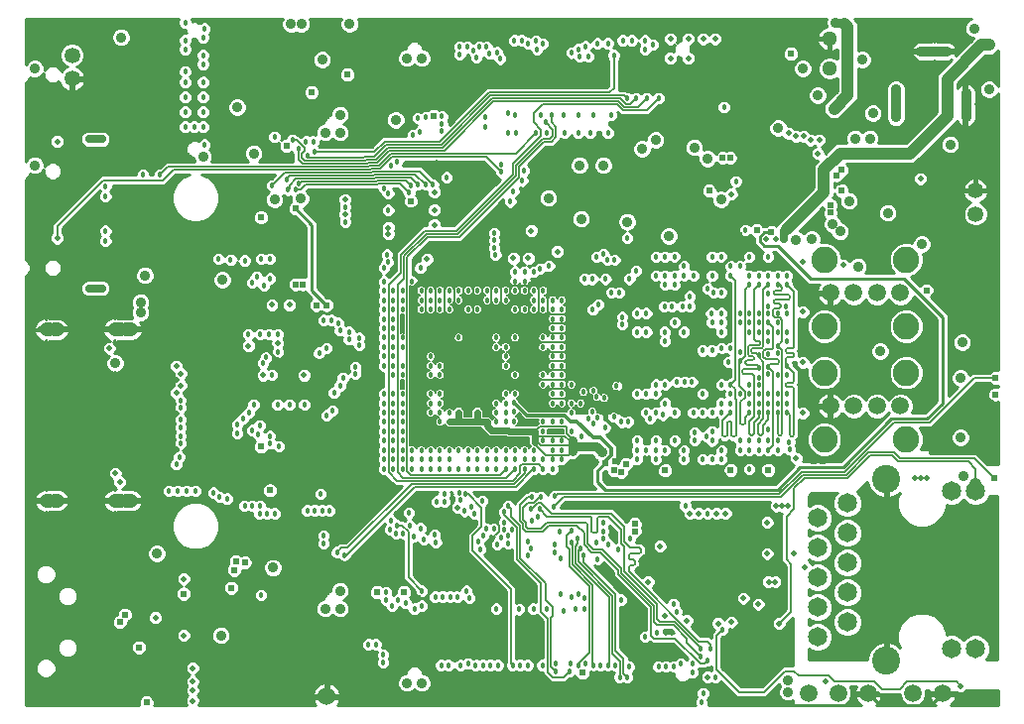
<source format=gbr>
G75*
G70*
%OFA0B0*%
%FSLAX24Y24*%
%IPPOS*%
%LPD*%
%AMOC8*
5,1,8,0,0,1.08239X$1,22.5*
%
%ADD10C,0.0356*%
%ADD11C,0.0600*%
%ADD12C,0.0531*%
%ADD13C,0.0510*%
%ADD14C,0.0709*%
%ADD15C,0.0238*%
%ADD16C,0.0472*%
%ADD17C,0.0277*%
%ADD18C,0.0591*%
%ADD19C,0.0886*%
%ADD20C,0.0650*%
%ADD21C,0.0945*%
%ADD22C,0.1699*%
%ADD23C,0.0180*%
%ADD24C,0.0237*%
%ADD25C,0.0354*%
%ADD26C,0.0198*%
%ADD27C,0.0100*%
%ADD28C,0.0050*%
%ADD29C,0.0295*%
%ADD30C,0.0200*%
%ADD31C,0.0600*%
%ADD32C,0.0070*%
%ADD33C,0.0300*%
%ADD34C,0.0400*%
%ADD35C,0.0240*%
%ADD36C,0.0250*%
%ADD37C,0.0120*%
D10*
X017770Y011471D03*
X018026Y012082D03*
X018636Y012338D03*
X019246Y012082D03*
X019502Y011471D03*
X019246Y010861D03*
X018636Y010605D03*
X018026Y010861D03*
X033852Y011471D03*
X034108Y012082D03*
X034719Y012338D03*
X035329Y012082D03*
X035585Y011471D03*
X035329Y010861D03*
X034719Y010605D03*
X034108Y010861D03*
X039579Y029539D03*
X039579Y029657D03*
X039579Y029775D03*
X039579Y029893D03*
X039579Y030012D03*
X039579Y030130D03*
X039579Y030248D03*
X039579Y030366D03*
X039579Y030484D03*
X040425Y031764D03*
X040504Y031764D03*
X040622Y031764D03*
X040740Y031764D03*
X040858Y031764D03*
X040976Y031764D03*
X041095Y031764D03*
X041213Y031764D03*
X041291Y031764D03*
X041941Y030366D03*
X041941Y030248D03*
X041941Y030130D03*
X041941Y030012D03*
X041941Y029893D03*
X041941Y029775D03*
X041941Y029657D03*
X041941Y029539D03*
X035585Y031156D03*
X035349Y031767D03*
X034719Y032023D03*
X034108Y031747D03*
X033852Y031156D03*
X034108Y030546D03*
X034719Y030290D03*
X035309Y030546D03*
X019502Y031156D03*
X019246Y031767D03*
X018636Y032023D03*
X018026Y031767D03*
X017770Y031156D03*
X018026Y030546D03*
X018636Y030290D03*
X019226Y030527D03*
D11*
X020452Y010082D03*
D12*
X042252Y026288D03*
X042252Y027075D03*
X011902Y030838D03*
X011902Y031625D03*
D13*
X037352Y031182D03*
X037352Y032182D03*
D14*
X035802Y027282D03*
X033452Y014432D03*
D15*
X035546Y026652D03*
X035546Y026888D03*
X035408Y027026D03*
X035172Y027026D03*
X035172Y027538D03*
X035408Y027538D03*
X035546Y027675D03*
X035546Y027912D03*
X036058Y027912D03*
X036058Y027675D03*
X036195Y027538D03*
X036432Y027538D03*
X036432Y027026D03*
X036195Y027026D03*
X036058Y026888D03*
X036058Y026652D03*
D16*
X013888Y022406D03*
X013770Y022406D03*
X013711Y022406D03*
X013554Y022406D03*
X013436Y022406D03*
X013337Y022406D03*
X011428Y022406D03*
X011310Y022406D03*
X011152Y022406D03*
X011034Y022406D03*
X011034Y016658D03*
X011152Y016658D03*
X011310Y016658D03*
X011428Y016667D03*
X013337Y016658D03*
X013436Y016658D03*
X013554Y016658D03*
X013711Y016658D03*
X013770Y016658D03*
X013888Y016658D03*
D17*
X012909Y023795D03*
X012830Y023795D03*
X012742Y023795D03*
X012643Y023795D03*
X012555Y023795D03*
X012476Y023795D03*
X012476Y028811D03*
X012555Y028811D03*
X012643Y028811D03*
X012742Y028811D03*
X012830Y028811D03*
X012909Y028811D03*
D18*
X036652Y010182D03*
X037652Y010182D03*
X038652Y010182D03*
X040152Y010182D03*
X041152Y010182D03*
X039732Y019840D03*
X038945Y019840D03*
X038157Y019840D03*
X037370Y019840D03*
X037370Y023640D03*
X038157Y023640D03*
X038945Y023640D03*
X039732Y023640D03*
D19*
X039929Y024762D03*
X039929Y022518D03*
X039929Y020962D03*
X039929Y018718D03*
X037173Y018718D03*
X037173Y020962D03*
X037173Y022518D03*
X037173Y024762D03*
D20*
X041452Y016982D03*
X042252Y016982D03*
X037952Y016582D03*
X037952Y015582D03*
X037952Y014582D03*
X037952Y013582D03*
X036952Y014082D03*
X036952Y015082D03*
X036952Y016082D03*
X036952Y013082D03*
X036952Y012082D03*
X037952Y012582D03*
X041452Y011682D03*
X042252Y011682D03*
D21*
X039252Y011282D03*
X039252Y017382D03*
D22*
X034723Y011475D03*
X018636Y011475D03*
X018636Y031160D03*
X034723Y031160D03*
D23*
X033802Y029882D03*
X031602Y030182D03*
X031202Y030182D03*
X030852Y030182D03*
X030552Y030182D03*
X030002Y029632D03*
X029402Y029632D03*
X028902Y029632D03*
X028402Y029632D03*
X028002Y029632D03*
X027802Y029382D03*
X027652Y029632D03*
X027852Y029032D03*
X027477Y029007D03*
X026802Y029032D03*
X026552Y029032D03*
X026777Y029607D03*
X026552Y029682D03*
X025777Y029557D03*
X025777Y029207D03*
X026327Y027957D03*
X026327Y027707D03*
X027077Y027757D03*
X027027Y027407D03*
X026727Y027057D03*
X026627Y026707D03*
X026077Y025657D03*
X026077Y025407D03*
X026077Y025157D03*
X026127Y024932D03*
X026786Y024343D03*
X027100Y024343D03*
X027100Y024028D03*
X026786Y024028D03*
X026786Y023713D03*
X027100Y023713D03*
X027100Y023398D03*
X026786Y023398D03*
X026786Y023083D03*
X027100Y023083D03*
X027415Y023083D03*
X027415Y023398D03*
X027415Y023713D03*
X027730Y023713D03*
X027730Y023398D03*
X027730Y023083D03*
X027730Y022768D03*
X027730Y022453D03*
X027730Y022138D03*
X027730Y021823D03*
X027730Y021508D03*
X027730Y021193D03*
X027730Y020878D03*
X027730Y020563D03*
X027730Y020248D03*
X028045Y020248D03*
X028045Y019933D03*
X028360Y019933D03*
X028360Y020248D03*
X028360Y020563D03*
X028045Y020563D03*
X028045Y020878D03*
X028045Y021193D03*
X028045Y021508D03*
X028045Y021823D03*
X028045Y022138D03*
X028045Y022453D03*
X028045Y022768D03*
X028045Y023083D03*
X028045Y023398D03*
X028360Y023398D03*
X028360Y023083D03*
X028360Y022768D03*
X028360Y022453D03*
X028360Y022138D03*
X028360Y021823D03*
X028360Y021508D03*
X028360Y021193D03*
X028360Y020878D03*
X028675Y020563D03*
X029077Y020307D03*
X029427Y020357D03*
X029532Y020142D03*
X029777Y020107D03*
X030177Y020507D03*
X030880Y020563D03*
X030880Y020248D03*
X031195Y020248D03*
X031510Y020248D03*
X031510Y020563D03*
X031825Y020563D03*
X032227Y020657D03*
X032477Y020657D03*
X032727Y020657D03*
X032770Y020248D03*
X033085Y020248D03*
X032770Y019933D03*
X032770Y019618D03*
X033085Y019618D03*
X033400Y019618D03*
X033715Y019618D03*
X034030Y019618D03*
X034030Y019933D03*
X034030Y020248D03*
X034345Y020248D03*
X034660Y020248D03*
X034974Y020248D03*
X034974Y019933D03*
X034660Y019933D03*
X034660Y019618D03*
X034974Y019618D03*
X035289Y019618D03*
X035289Y019933D03*
X035289Y020248D03*
X035604Y020248D03*
X035604Y019933D03*
X035604Y019618D03*
X035919Y019618D03*
X035919Y019933D03*
X035919Y020248D03*
X035919Y020878D03*
X035604Y020878D03*
X035289Y020917D03*
X035289Y021154D03*
X034974Y021114D03*
X034974Y020799D03*
X034974Y020563D03*
X034660Y020563D03*
X034030Y020563D03*
X033715Y020563D03*
X033715Y020248D03*
X033715Y019933D03*
X033400Y018988D03*
X033227Y018832D03*
X033400Y018673D03*
X033400Y018358D03*
X033400Y018043D03*
X033715Y018043D03*
X033715Y018358D03*
X034345Y018358D03*
X034660Y018358D03*
X034974Y018358D03*
X034974Y018673D03*
X034660Y018673D03*
X034345Y018673D03*
X035289Y018673D03*
X035289Y018358D03*
X035604Y018358D03*
X035604Y018673D03*
X035998Y018634D03*
X036002Y018382D03*
X035919Y018043D03*
X034974Y017729D03*
X034660Y017729D03*
X034345Y017729D03*
X033085Y018043D03*
X032770Y018043D03*
X032455Y018043D03*
X032140Y018043D03*
X031825Y018043D03*
X031510Y018043D03*
X031195Y018043D03*
X030880Y018043D03*
X030880Y018358D03*
X031195Y018358D03*
X031510Y018358D03*
X031825Y018358D03*
X032140Y018358D03*
X032455Y018358D03*
X032140Y018673D03*
X031510Y018673D03*
X031195Y018673D03*
X030880Y018673D03*
X030592Y019307D03*
X030342Y019307D03*
X030102Y019482D03*
X029802Y019132D03*
X029427Y019257D03*
X029552Y019457D03*
X029377Y019657D03*
X029252Y019432D03*
X028990Y019933D03*
X028675Y019933D03*
X028675Y019618D03*
X028360Y019303D03*
X028360Y018988D03*
X028360Y018673D03*
X028360Y018358D03*
X028360Y018043D03*
X028045Y018043D03*
X028045Y017729D03*
X027730Y017729D03*
X027730Y018043D03*
X027415Y018043D03*
X027415Y017729D03*
X027100Y017729D03*
X027100Y018043D03*
X026786Y018043D03*
X026786Y017729D03*
X026471Y017729D03*
X026471Y018043D03*
X026156Y018043D03*
X026156Y017729D03*
X025841Y017729D03*
X025841Y018043D03*
X025526Y018043D03*
X025526Y017729D03*
X025211Y017729D03*
X025211Y018043D03*
X025211Y018358D03*
X025526Y018358D03*
X025841Y018358D03*
X026156Y018358D03*
X026471Y018358D03*
X026786Y018358D03*
X027100Y018358D03*
X027415Y018358D03*
X027730Y018673D03*
X027730Y018988D03*
X027730Y019303D03*
X028045Y019303D03*
X028045Y018988D03*
X028045Y018673D03*
X028045Y018358D03*
X028675Y018988D03*
X029030Y018831D03*
X027282Y019982D03*
X026756Y019963D03*
X026786Y020248D03*
X026471Y020248D03*
X026471Y019933D03*
X026471Y019618D03*
X026756Y019648D03*
X026756Y019333D03*
X026471Y019303D03*
X026156Y019303D03*
X026156Y019618D03*
X026156Y019933D03*
X026156Y020248D03*
X025841Y020248D03*
X025841Y019933D03*
X025841Y019618D03*
X025841Y019303D03*
X025526Y019303D03*
X025526Y019618D03*
X025526Y019933D03*
X025526Y020248D03*
X025526Y020878D03*
X025841Y020878D03*
X026156Y020878D03*
X026471Y020878D03*
X026786Y020878D03*
X026471Y021193D03*
X026471Y021508D03*
X026471Y021823D03*
X026471Y022138D03*
X026786Y022138D03*
X026156Y022138D03*
X026156Y021823D03*
X026156Y021508D03*
X026156Y021193D03*
X025841Y021193D03*
X025841Y021508D03*
X025841Y021823D03*
X025841Y022138D03*
X025526Y022138D03*
X025526Y021823D03*
X025526Y021508D03*
X025526Y021193D03*
X024896Y021193D03*
X024896Y020878D03*
X024581Y020878D03*
X024581Y021193D03*
X024581Y021508D03*
X024896Y021508D03*
X024896Y021823D03*
X024896Y022138D03*
X024266Y021508D03*
X024266Y021193D03*
X024266Y020878D03*
X023951Y020878D03*
X023951Y021193D03*
X023951Y021508D03*
X023951Y021823D03*
X023951Y022138D03*
X023951Y023083D03*
X023951Y023398D03*
X023951Y023713D03*
X024266Y023713D03*
X024581Y023713D03*
X024896Y023713D03*
X025211Y023713D03*
X025526Y023713D03*
X025841Y023713D03*
X026156Y023713D03*
X026471Y023713D03*
X026471Y023398D03*
X026471Y023083D03*
X026156Y023083D03*
X026156Y023398D03*
X025841Y023398D03*
X025841Y023083D03*
X025526Y023083D03*
X025211Y023083D03*
X024896Y023083D03*
X024896Y023398D03*
X024581Y023398D03*
X024266Y023398D03*
X024266Y023083D03*
X024581Y023083D03*
X023636Y023083D03*
X023636Y023398D03*
X023636Y023713D03*
X023321Y023713D03*
X023321Y024028D03*
X023006Y023713D03*
X022691Y023713D03*
X022376Y023713D03*
X022376Y024028D03*
X022377Y024482D03*
X022502Y024682D03*
X022477Y024932D03*
X023602Y024482D03*
X023321Y023398D03*
X023006Y023398D03*
X022691Y023398D03*
X022376Y023398D03*
X022376Y023083D03*
X022691Y023083D03*
X023006Y023083D03*
X023321Y023083D03*
X023006Y022768D03*
X022691Y022768D03*
X022376Y022768D03*
X022376Y022453D03*
X022376Y022138D03*
X022376Y021823D03*
X022376Y021508D03*
X022376Y021193D03*
X022691Y021193D03*
X022691Y020878D03*
X023006Y020878D03*
X023006Y020563D03*
X023006Y020248D03*
X023006Y019933D03*
X023006Y019618D03*
X023006Y019303D03*
X023006Y018988D03*
X023006Y018673D03*
X023006Y018358D03*
X023006Y018043D03*
X023006Y017729D03*
X022691Y017729D03*
X022691Y018043D03*
X022376Y018043D03*
X022376Y017729D03*
X022376Y018358D03*
X022691Y018358D03*
X022691Y018673D03*
X022376Y018673D03*
X022376Y018988D03*
X022691Y018988D03*
X022691Y019303D03*
X022376Y019303D03*
X022376Y019618D03*
X022691Y019618D03*
X022691Y019933D03*
X022376Y019933D03*
X022376Y020248D03*
X022691Y020248D03*
X023422Y019942D03*
X023422Y019562D03*
X023951Y019618D03*
X023951Y019303D03*
X024266Y019303D03*
X024581Y019303D03*
X024896Y019303D03*
X024896Y019618D03*
X024581Y019618D03*
X024266Y019618D03*
X024266Y019933D03*
X024581Y019933D03*
X024896Y019933D03*
X024896Y020248D03*
X024581Y020248D03*
X024266Y020248D03*
X023951Y020248D03*
X023951Y019933D03*
X023542Y018822D03*
X023636Y018358D03*
X023636Y018043D03*
X023636Y017729D03*
X023951Y017729D03*
X023951Y018043D03*
X024266Y018043D03*
X024266Y017729D03*
X024581Y017729D03*
X024581Y018043D03*
X024581Y018358D03*
X024896Y018358D03*
X024612Y018732D03*
X024232Y018732D03*
X024266Y018358D03*
X023951Y018358D03*
X023321Y018358D03*
X023321Y018043D03*
X023321Y017729D03*
X024402Y016882D03*
X024402Y016632D03*
X024152Y016632D03*
X024952Y016682D03*
X024902Y016932D03*
X025127Y016882D03*
X025327Y016457D03*
X025427Y016232D03*
X025077Y016307D03*
X025677Y016657D03*
X026427Y016282D03*
X026552Y016482D03*
X026427Y015932D03*
X026427Y015682D03*
X026552Y015482D03*
X026677Y015682D03*
X026302Y015407D03*
X026177Y015182D03*
X026552Y015232D03*
X027202Y015282D03*
X027302Y015057D03*
X027227Y014832D03*
X028102Y014932D03*
X028102Y015182D03*
X028277Y015607D03*
X028677Y015657D03*
X028877Y015382D03*
X028677Y015257D03*
X028977Y015057D03*
X029077Y014832D03*
X029552Y014682D03*
X029527Y015257D03*
X029752Y015382D03*
X029752Y015632D03*
X029752Y015932D03*
X029902Y015182D03*
X030252Y015032D03*
X030652Y015382D03*
X032502Y016482D03*
X033252Y016232D03*
X032827Y018697D03*
X032827Y018947D03*
X032140Y019618D03*
X032140Y019933D03*
X031825Y019933D03*
X031746Y019540D03*
X031510Y019618D03*
X031327Y019432D03*
X031185Y019628D03*
X032140Y020248D03*
X032455Y020248D03*
X031195Y020563D03*
X031825Y022020D03*
X031825Y022335D03*
X032140Y022335D03*
X032140Y022650D03*
X032455Y022335D03*
X032455Y022020D03*
X032770Y022020D03*
X033085Y021705D03*
X033400Y021705D03*
X033715Y021784D03*
X034030Y021784D03*
X034345Y021666D03*
X034345Y021351D03*
X033951Y021311D03*
X034974Y021547D03*
X035289Y021587D03*
X035604Y021626D03*
X035604Y021862D03*
X035289Y022020D03*
X035289Y022335D03*
X034974Y022335D03*
X034660Y022335D03*
X034660Y022650D03*
X034974Y022650D03*
X034974Y022965D03*
X034660Y022965D03*
X034345Y022965D03*
X034345Y022650D03*
X033715Y022650D03*
X033715Y022965D03*
X033370Y022965D03*
X033400Y022650D03*
X033400Y022335D03*
X033715Y022335D03*
X032652Y023182D03*
X032402Y023182D03*
X032052Y023182D03*
X031802Y023182D03*
X031510Y022650D03*
X031510Y022335D03*
X031195Y022335D03*
X030880Y022335D03*
X030377Y022582D03*
X030377Y022832D03*
X030880Y022965D03*
X031195Y022965D03*
X031825Y023910D03*
X031825Y024225D03*
X031825Y024540D03*
X031825Y024854D03*
X032140Y024854D03*
X032140Y024540D03*
X032455Y024540D03*
X032770Y024540D03*
X032770Y024854D03*
X033085Y024854D03*
X033400Y024854D03*
X033400Y024540D03*
X033400Y024225D03*
X033252Y023782D03*
X033452Y023657D03*
X033702Y023657D03*
X034030Y024225D03*
X034030Y024540D03*
X034345Y024540D03*
X034345Y024854D03*
X034660Y024854D03*
X034974Y024854D03*
X035289Y024854D03*
X035289Y024225D03*
X034974Y024225D03*
X034660Y024225D03*
X034660Y023910D03*
X034974Y023910D03*
X035289Y023910D03*
X035289Y023634D03*
X035604Y023910D03*
X035604Y024225D03*
X035919Y024225D03*
X036027Y024482D03*
X035919Y023910D03*
X035880Y023201D03*
X035919Y022965D03*
X035604Y022965D03*
X035289Y022965D03*
X035289Y023201D03*
X035289Y022650D03*
X035604Y022650D03*
X035604Y022335D03*
X035919Y022335D03*
X035919Y022020D03*
X035919Y021193D03*
X035289Y019067D03*
X032140Y022020D03*
X032652Y023532D03*
X032352Y023732D03*
X032140Y023910D03*
X032140Y024225D03*
X032455Y024225D03*
X032770Y024225D03*
X033715Y024854D03*
X034527Y025757D03*
X034202Y027392D03*
X031510Y024854D03*
X031195Y024854D03*
X030880Y024854D03*
X030852Y024382D03*
X030627Y024107D03*
X030277Y023657D03*
X030027Y023657D03*
X029827Y024107D03*
X029377Y024107D03*
X029127Y024107D03*
X029527Y024857D03*
X029752Y024957D03*
X029877Y024757D03*
X030127Y024757D03*
X030552Y025482D03*
X031510Y024225D03*
X029577Y023257D03*
X029397Y023087D03*
X027927Y024557D03*
X027627Y024457D03*
X027415Y024343D03*
X024477Y027532D03*
X024027Y027282D03*
X023777Y027282D03*
X023527Y027282D03*
X023277Y027257D03*
X023227Y027007D03*
X022527Y026982D03*
X022377Y027157D03*
X022627Y027907D03*
X022827Y028057D03*
X023352Y028957D03*
X023577Y029057D03*
X023527Y029507D03*
X023777Y029557D03*
X024327Y029582D03*
X024327Y029332D03*
X024327Y029082D03*
X024927Y031657D03*
X024927Y031907D03*
X025177Y031907D03*
X025377Y031782D03*
X025577Y031907D03*
X025827Y031907D03*
X025927Y031682D03*
X026177Y031732D03*
X026277Y031507D03*
X026752Y032132D03*
X027002Y032132D03*
X027227Y032032D03*
X027477Y032107D03*
X027702Y032007D03*
X027527Y031832D03*
X028677Y031707D03*
X028902Y031832D03*
X028952Y031582D03*
X029252Y031582D03*
X029152Y031932D03*
X029552Y032032D03*
X029902Y032032D03*
X030102Y031632D03*
X030402Y032132D03*
X030702Y032132D03*
X031152Y032132D03*
X031402Y031982D03*
X031152Y031832D03*
X029902Y029032D03*
X029302Y029032D03*
X028902Y029032D03*
X028452Y029032D03*
X025477Y031557D03*
X020052Y028382D03*
X019802Y028257D03*
X019502Y028482D03*
X019752Y028732D03*
X020002Y028732D03*
X019302Y028782D03*
X018702Y028882D03*
X019102Y027457D03*
X019152Y027107D03*
X019402Y027107D03*
X019527Y027307D03*
X018627Y027257D03*
X021077Y026532D03*
X021077Y026032D03*
X022527Y026432D03*
X018552Y024782D03*
X018252Y024782D03*
X017702Y024732D03*
X017232Y024752D03*
X016825Y024776D03*
X017952Y023982D03*
X018102Y024182D03*
X018352Y023882D03*
X018552Y024132D03*
X020352Y022732D03*
X020602Y022732D03*
X020852Y022632D03*
X020902Y022382D03*
X021202Y022332D03*
X021202Y022082D03*
X021552Y022132D03*
X021552Y021882D03*
X021422Y021142D03*
X021422Y020912D03*
X021002Y020782D03*
X020902Y020532D03*
X020702Y020282D03*
X020652Y019682D03*
X020452Y019532D03*
X019702Y019882D03*
X019202Y019877D03*
X018802Y019882D03*
X018002Y019882D03*
X017852Y019632D03*
X017652Y019432D03*
X017452Y019232D03*
X017452Y018932D03*
X017952Y019032D03*
X018152Y018882D03*
X018202Y019182D03*
X018552Y018832D03*
X018552Y018582D03*
X018852Y018482D03*
X020252Y016882D03*
X020302Y016332D03*
X020552Y016332D03*
X020052Y016332D03*
X019802Y016332D03*
X020352Y015482D03*
X020352Y015232D03*
X020802Y014932D03*
X021052Y014832D03*
X021427Y014812D03*
X022577Y015682D03*
X022777Y015557D03*
X023027Y015557D03*
X023252Y015812D03*
X023602Y015732D03*
X023377Y015457D03*
X023727Y015357D03*
X024077Y015507D03*
X024127Y015257D03*
X022802Y015832D03*
X022627Y015982D03*
X023212Y016242D03*
X024896Y017729D03*
X025702Y018742D03*
X026082Y018732D03*
X026462Y018732D03*
X027172Y019252D03*
X027352Y016782D03*
X027652Y016782D03*
X027602Y016382D03*
X027552Y016132D03*
X027352Y015982D03*
X027302Y016382D03*
X028077Y016457D03*
X028127Y016807D03*
X026077Y015707D03*
X025827Y015707D03*
X025702Y015482D03*
X025552Y015282D03*
X025602Y015032D03*
X025152Y013632D03*
X025252Y013382D03*
X024852Y013432D03*
X024602Y013432D03*
X024352Y013432D03*
X024102Y013432D03*
X023652Y013632D03*
X023652Y013132D03*
X023402Y013032D03*
X023102Y013232D03*
X022852Y013332D03*
X022652Y013132D03*
X022452Y013332D03*
X022452Y013582D03*
X022102Y011832D03*
X021852Y011832D03*
X022352Y011482D03*
X022352Y011232D03*
X024302Y011132D03*
X024552Y011132D03*
X024952Y011132D03*
X025202Y011182D03*
X025452Y011132D03*
X025702Y011132D03*
X025952Y011132D03*
X026202Y011132D03*
X026702Y011132D03*
X026952Y011132D03*
X027202Y011132D03*
X027702Y011132D03*
X028152Y011182D03*
X028152Y010932D03*
X028602Y010932D03*
X028652Y011182D03*
X028902Y011132D03*
X029152Y011182D03*
X029402Y011132D03*
X029652Y011132D03*
X029902Y011132D03*
X030152Y011132D03*
X030302Y010732D03*
X030552Y010732D03*
X030602Y011082D03*
X031602Y011082D03*
X031852Y011082D03*
X032102Y011082D03*
X032352Y011182D03*
X032752Y011182D03*
X032752Y010882D03*
X033252Y011282D03*
X033002Y011432D03*
X033002Y011682D03*
X033352Y011682D03*
X033752Y012332D03*
X032202Y012932D03*
X032102Y013182D03*
X031552Y012232D03*
X031152Y012082D03*
X030352Y013332D03*
X029102Y013382D03*
X028902Y013507D03*
X028677Y013407D03*
X028327Y013507D03*
X028427Y012957D03*
X028802Y013032D03*
X029102Y013032D03*
X027852Y013032D03*
X027402Y013032D03*
X026902Y013007D03*
X026152Y013032D03*
X028327Y014707D03*
X033502Y010732D03*
X033102Y010182D03*
X033052Y009882D03*
X023422Y021022D03*
X023006Y021193D03*
X022691Y021508D03*
X022691Y021823D03*
X022691Y022138D03*
X022691Y022453D03*
X023006Y022453D03*
X023006Y022138D03*
X023006Y021823D03*
X020452Y021782D03*
X020202Y021632D03*
X018813Y021666D03*
X018419Y021862D03*
X018124Y021862D03*
X018223Y022256D03*
X018518Y022256D03*
X018813Y022256D03*
X018419Y021469D03*
X018321Y021272D03*
X018026Y021272D03*
X018616Y020878D03*
X018813Y021075D03*
X017829Y022256D03*
X017435Y021666D03*
X015552Y020032D03*
X015552Y019782D03*
X015552Y019382D03*
X015552Y019132D03*
X015552Y018832D03*
X015552Y018582D03*
X015502Y018132D03*
X015402Y017882D03*
X015452Y016982D03*
X015752Y016982D03*
X016052Y016982D03*
X016652Y016932D03*
X016852Y016782D03*
X017102Y016732D03*
X017702Y016482D03*
X017952Y016482D03*
X018202Y016482D03*
X018202Y016232D03*
X018452Y016232D03*
X018702Y016232D03*
X018252Y013482D03*
X015152Y016982D03*
X013027Y025382D03*
X013027Y025732D03*
X013027Y026882D03*
X013027Y027232D03*
X014277Y027607D03*
X014852Y027607D03*
X016352Y028632D03*
X016302Y029232D03*
X016002Y029232D03*
X015702Y029232D03*
X015702Y029732D03*
X016302Y029732D03*
X016302Y030232D03*
X016302Y030732D03*
X016302Y031332D03*
X016302Y031632D03*
X016302Y032232D03*
X016352Y032532D03*
X015702Y032732D03*
X015702Y032132D03*
X015702Y031832D03*
X015702Y031082D03*
X015702Y030732D03*
X015702Y030232D03*
D24*
X019102Y028582D03*
X019952Y030382D03*
X021152Y030982D03*
X024052Y029582D03*
X023277Y026732D03*
X023302Y026432D03*
X023302Y025732D03*
X023852Y025132D03*
X020202Y023932D03*
X019652Y023932D03*
X019402Y023932D03*
X020102Y023232D03*
X020452Y023232D03*
X019602Y025882D03*
X019402Y026482D03*
X018252Y026182D03*
X017902Y026082D03*
X010644Y030721D03*
X017852Y018482D03*
X018252Y018482D03*
X018552Y017007D03*
X017502Y017007D03*
X017852Y014882D03*
X017702Y014582D03*
X017402Y014632D03*
X017352Y014332D03*
X017252Y013732D03*
X017602Y013632D03*
X015652Y013532D03*
X013677Y012832D03*
X013502Y012582D03*
X014152Y011732D03*
X014402Y009882D03*
X012902Y009882D03*
X022152Y013582D03*
X023052Y013582D03*
X023502Y013382D03*
X025352Y015882D03*
X029802Y017932D03*
X030152Y017982D03*
X030102Y017682D03*
X030352Y017632D03*
X030502Y017882D03*
X031195Y017679D03*
X031510Y017679D03*
X031825Y017679D03*
X030802Y015882D03*
X030802Y015632D03*
X034030Y017689D03*
X035289Y017689D03*
X040602Y023732D03*
X042927Y020782D03*
X042927Y020232D03*
X042927Y018732D03*
X042877Y017407D03*
X035832Y025442D03*
X035832Y025682D03*
X035392Y025682D03*
X034902Y025742D03*
X034327Y025582D03*
X033302Y027082D03*
X033762Y028182D03*
X034002Y028182D03*
X037382Y026582D03*
X037382Y026337D03*
X037752Y027082D03*
X037582Y027602D03*
X037752Y027772D03*
X036052Y031682D03*
X029052Y010882D03*
D25*
X023652Y010532D03*
X023152Y010532D03*
X023152Y011132D03*
X020902Y013032D03*
X020402Y013032D03*
X020402Y013632D03*
X020902Y013632D03*
X019602Y014232D03*
X018652Y014407D03*
X016902Y012132D03*
X014652Y011701D03*
X013402Y011682D03*
X013052Y011682D03*
X014152Y014532D03*
X014752Y014882D03*
X011052Y018832D03*
X013352Y021282D03*
X014202Y022982D03*
X014202Y023332D03*
X014352Y024232D03*
X012702Y026303D03*
X010652Y024682D03*
X010652Y027932D03*
X010652Y031182D03*
X010952Y032682D03*
X013552Y032232D03*
X017452Y029882D03*
X018552Y029682D03*
X018002Y028332D03*
X017452Y027282D03*
X016302Y028232D03*
X015702Y028232D03*
X018702Y026782D03*
X019577Y026807D03*
X020402Y029032D03*
X020902Y029032D03*
X020902Y029632D03*
X020402Y029632D03*
X020302Y031482D03*
X020902Y031482D03*
X021227Y032682D03*
X019602Y032682D03*
X019252Y032682D03*
X022652Y031207D03*
X023152Y031532D03*
X023652Y031532D03*
X023652Y032132D03*
X023152Y032132D03*
X022777Y029457D03*
X027902Y026832D03*
X027752Y026282D03*
X028302Y026282D03*
X029002Y026132D03*
X030552Y026032D03*
X031152Y026082D03*
X031952Y025557D03*
X032852Y026032D03*
X033702Y026782D03*
X033252Y028157D03*
X032802Y028532D03*
X031902Y028432D03*
X031502Y028782D03*
X031052Y028482D03*
X030652Y029382D03*
X029752Y027932D03*
X028952Y027932D03*
X030152Y027232D03*
X035627Y029182D03*
X036952Y030282D03*
X036952Y030732D03*
X036452Y031182D03*
X037502Y029832D03*
X037702Y029332D03*
X038202Y028832D03*
X038702Y028832D03*
X038802Y029682D03*
X039902Y028882D03*
X041402Y028632D03*
X042702Y030482D03*
X042702Y031982D03*
X042202Y032532D03*
X038452Y031482D03*
X037552Y032732D03*
X038002Y026732D03*
X037452Y025957D03*
X037702Y025707D03*
X036752Y025457D03*
X036222Y025432D03*
X038302Y024532D03*
X039202Y025132D03*
X040452Y025282D03*
X039302Y026332D03*
X042252Y023582D03*
X041802Y021982D03*
X042252Y021082D03*
X041752Y020782D03*
X042252Y020332D03*
X042252Y018732D03*
X041752Y018782D03*
X041852Y017482D03*
X041652Y016282D03*
X042152Y015782D03*
X042652Y016282D03*
X042852Y015332D03*
X042652Y014532D03*
X042152Y014032D03*
X042652Y013532D03*
X042152Y013032D03*
X041652Y013532D03*
X040952Y013982D03*
X041152Y014532D03*
X041502Y015282D03*
X040652Y015282D03*
X040052Y014932D03*
X039952Y015582D03*
X039252Y015682D03*
X038652Y016032D03*
X039252Y016432D03*
X038652Y016782D03*
X038652Y015282D03*
X039252Y014932D03*
X038652Y014282D03*
X038652Y013282D03*
X039252Y013432D03*
X039902Y013782D03*
X039902Y013032D03*
X039252Y012432D03*
X038652Y012282D03*
X040902Y013032D03*
X041652Y012532D03*
X042402Y012282D03*
X042852Y012782D03*
X041152Y015782D03*
X039262Y020542D03*
X039052Y021682D03*
X040552Y022132D03*
X038002Y022432D03*
X029702Y018282D03*
X035952Y010632D03*
X035952Y010232D03*
X016952Y024082D03*
D26*
X017552Y023932D03*
X018321Y023240D03*
X018616Y023240D03*
X018911Y023240D03*
X019207Y023240D03*
X019502Y023240D03*
X018813Y021961D03*
X018813Y021370D03*
X018321Y020878D03*
X018302Y019882D03*
X019581Y019658D03*
X019699Y020878D03*
X017829Y021862D03*
X015552Y020932D03*
X015402Y020732D03*
X015552Y020532D03*
X015402Y020282D03*
X015402Y019582D03*
X015402Y018382D03*
X013502Y017282D03*
X013352Y017582D03*
X013352Y017982D03*
X013352Y018547D03*
X013352Y019138D03*
X013352Y019729D03*
X013352Y020910D03*
X013152Y021782D03*
X015402Y021182D03*
X011402Y025482D03*
X011402Y028732D03*
X021077Y026782D03*
X021077Y026282D03*
X022527Y025832D03*
X022527Y025632D03*
X023827Y024782D03*
X024077Y025932D03*
X024077Y026432D03*
X024077Y027032D03*
X024152Y028032D03*
X027327Y025732D03*
X028202Y025032D03*
X027227Y024807D03*
X026727Y024807D03*
X034052Y026962D03*
X035227Y025457D03*
X035542Y025452D03*
X036452Y024697D03*
X036452Y023857D03*
X036452Y023007D03*
X036452Y022157D03*
X036452Y021307D03*
X036452Y020457D03*
X036452Y019607D03*
X036452Y018767D03*
X036227Y018082D03*
X035952Y016482D03*
X035752Y016482D03*
X035552Y016482D03*
X035202Y016232D03*
X035002Y016182D03*
X035252Y015932D03*
X035252Y014882D03*
X036152Y014882D03*
X036502Y014432D03*
X035852Y013932D03*
X035502Y013932D03*
X035302Y013932D03*
X034952Y013182D03*
X034452Y013382D03*
X034052Y012582D03*
X033602Y012532D03*
X032552Y012632D03*
X032052Y012232D03*
X031852Y012232D03*
X031802Y012782D03*
X031152Y013032D03*
X030952Y012882D03*
X030752Y012882D03*
X031252Y013932D03*
X031002Y014632D03*
X031652Y015132D03*
X032652Y016232D03*
X032952Y016232D03*
X033552Y016232D03*
X033852Y016232D03*
X030152Y015482D03*
X029802Y017582D03*
X026427Y014982D03*
X024852Y016432D03*
X027702Y010782D03*
X033252Y010732D03*
X035652Y012532D03*
X037202Y010582D03*
X041752Y010432D03*
X040602Y017432D03*
X040402Y017432D03*
X040202Y017432D03*
X037802Y024582D03*
X040402Y027482D03*
X041552Y025882D03*
X037002Y028782D03*
X036702Y028782D03*
X036477Y028907D03*
X036227Y028907D03*
X035977Y029007D03*
X036952Y028332D03*
X032602Y031532D03*
X032002Y031532D03*
X032002Y032182D03*
X032602Y032182D03*
X033102Y032182D03*
X033502Y032182D03*
X015652Y014032D03*
X014702Y012732D03*
X015652Y012132D03*
X015952Y011032D03*
X015952Y010582D03*
X015952Y010282D03*
X015952Y009932D03*
D27*
X010352Y009782D02*
X010352Y024211D01*
X010376Y024221D01*
X010462Y024307D01*
X010509Y024420D01*
X010509Y024543D01*
X010462Y024656D01*
X010376Y024742D01*
X010352Y024752D01*
X010352Y027461D01*
X010376Y027471D01*
X010462Y027557D01*
X010497Y027642D01*
X010587Y027604D01*
X010717Y027604D01*
X010837Y027654D01*
X010929Y027746D01*
X010944Y027783D01*
X010944Y027670D01*
X010991Y027557D01*
X011077Y027471D01*
X011190Y027424D01*
X011313Y027424D01*
X011426Y027471D01*
X011512Y027557D01*
X011559Y027670D01*
X011559Y027793D01*
X011512Y027906D01*
X011426Y027992D01*
X011313Y028039D01*
X011190Y028039D01*
X011077Y027992D01*
X010991Y027906D01*
X010979Y027876D01*
X010979Y027997D01*
X010929Y028117D01*
X010837Y028209D01*
X010717Y028259D01*
X010587Y028259D01*
X010466Y028209D01*
X010374Y028117D01*
X010352Y028062D01*
X010352Y030711D01*
X010376Y030721D01*
X010462Y030807D01*
X010497Y030892D01*
X010587Y030854D01*
X010717Y030854D01*
X010837Y030904D01*
X010929Y030996D01*
X010944Y031033D01*
X010944Y030920D01*
X010991Y030807D01*
X011077Y030721D01*
X011190Y030674D01*
X011313Y030674D01*
X011426Y030721D01*
X011466Y030761D01*
X011466Y030751D01*
X011532Y030591D01*
X011655Y030469D01*
X011815Y030402D01*
X011863Y030402D01*
X011863Y030799D01*
X011940Y030799D01*
X011940Y030402D01*
X011988Y030402D01*
X012148Y030469D01*
X012271Y030591D01*
X012337Y030751D01*
X012337Y030799D01*
X011940Y030799D01*
X011940Y030877D01*
X012337Y030877D01*
X012337Y030925D01*
X012271Y031085D01*
X012148Y031207D01*
X012064Y031242D01*
X012137Y031273D01*
X012254Y031390D01*
X012317Y031543D01*
X012317Y031708D01*
X012254Y031861D01*
X012137Y031978D01*
X011984Y032041D01*
X011819Y032041D01*
X011666Y031978D01*
X011549Y031861D01*
X011486Y031708D01*
X011486Y031543D01*
X011549Y031390D01*
X011666Y031273D01*
X011740Y031242D01*
X011655Y031207D01*
X011539Y031091D01*
X011512Y031156D01*
X011426Y031242D01*
X011313Y031289D01*
X011190Y031289D01*
X011077Y031242D01*
X010991Y031156D01*
X010979Y031126D01*
X010979Y031247D01*
X010929Y031367D01*
X010837Y031459D01*
X010717Y031509D01*
X010587Y031509D01*
X010466Y031459D01*
X010374Y031367D01*
X010352Y031312D01*
X010352Y032850D01*
X015491Y032850D01*
X015462Y032779D01*
X015462Y032684D01*
X015498Y032596D01*
X015566Y032528D01*
X015654Y032492D01*
X015714Y032492D01*
X015714Y032424D01*
X015736Y032372D01*
X015654Y032372D01*
X015566Y032335D01*
X015498Y032268D01*
X015462Y032179D01*
X015462Y032084D01*
X015498Y031996D01*
X015512Y031982D01*
X015498Y031968D01*
X015462Y031879D01*
X015462Y031784D01*
X015498Y031696D01*
X015566Y031628D01*
X015654Y031592D01*
X015749Y031592D01*
X015838Y031628D01*
X015905Y031696D01*
X015942Y031784D01*
X015942Y031879D01*
X015905Y031968D01*
X015891Y031982D01*
X015905Y031996D01*
X015942Y032084D01*
X015942Y032179D01*
X015934Y032198D01*
X015944Y032194D01*
X016059Y032194D01*
X016062Y032195D01*
X016062Y032184D01*
X016098Y032096D01*
X016166Y032028D01*
X016254Y031992D01*
X016349Y031992D01*
X016438Y032028D01*
X016505Y032096D01*
X016542Y032184D01*
X016542Y032279D01*
X016511Y032352D01*
X016555Y032396D01*
X016592Y032484D01*
X016592Y032579D01*
X016555Y032668D01*
X016488Y032735D01*
X016399Y032772D01*
X016304Y032772D01*
X016216Y032735D01*
X016185Y032705D01*
X016165Y032726D01*
X016059Y032769D01*
X015944Y032769D01*
X015942Y032768D01*
X015942Y032779D01*
X015912Y032850D01*
X018967Y032850D01*
X018924Y032747D01*
X018924Y032617D01*
X018974Y032496D01*
X019066Y032404D01*
X019187Y032354D01*
X019317Y032354D01*
X019427Y032400D01*
X019537Y032354D01*
X019667Y032354D01*
X019787Y032404D01*
X019879Y032496D01*
X019929Y032617D01*
X019929Y032747D01*
X019886Y032850D01*
X020942Y032850D01*
X020899Y032747D01*
X020899Y032617D01*
X020949Y032496D01*
X021041Y032404D01*
X021162Y032354D01*
X021292Y032354D01*
X021412Y032404D01*
X021504Y032496D01*
X021554Y032617D01*
X021554Y032747D01*
X021511Y032850D01*
X037247Y032850D01*
X037224Y032797D01*
X037224Y032667D01*
X037252Y032600D01*
X037111Y032542D01*
X036991Y032422D01*
X036927Y032266D01*
X036927Y032217D01*
X037316Y032217D01*
X037316Y032147D01*
X036927Y032147D01*
X036927Y032097D01*
X036991Y031941D01*
X037111Y031821D01*
X037267Y031757D01*
X037317Y031757D01*
X037317Y032146D01*
X037387Y032146D01*
X037387Y031757D01*
X037436Y031757D01*
X037592Y031821D01*
X037602Y031831D01*
X037602Y031504D01*
X037581Y031525D01*
X037432Y031587D01*
X037271Y031587D01*
X037122Y031525D01*
X037008Y031411D01*
X036947Y031262D01*
X036947Y031101D01*
X037008Y030952D01*
X037122Y030838D01*
X037271Y030777D01*
X037432Y030777D01*
X037581Y030838D01*
X037602Y030859D01*
X037602Y030427D01*
X037152Y029977D01*
X037152Y029687D01*
X037357Y029482D01*
X037647Y029482D01*
X038302Y030137D01*
X038302Y030427D01*
X038302Y031190D01*
X038387Y031154D01*
X038517Y031154D01*
X038637Y031204D01*
X038729Y031296D01*
X038779Y031417D01*
X038779Y031547D01*
X038729Y031667D01*
X038637Y031759D01*
X038517Y031809D01*
X038387Y031809D01*
X038302Y031774D01*
X038302Y032437D01*
X038302Y032727D01*
X038178Y032850D01*
X042116Y032850D01*
X042016Y032809D01*
X041924Y032717D01*
X041874Y032597D01*
X041874Y032467D01*
X041924Y032346D01*
X042016Y032254D01*
X042137Y032204D01*
X042180Y032204D01*
X042102Y032127D01*
X041581Y031606D01*
X041619Y031698D01*
X041619Y031829D01*
X041570Y031949D01*
X041924Y031949D01*
X042023Y032048D02*
X041463Y032048D01*
X041477Y032042D02*
X041357Y032092D01*
X041226Y032092D01*
X041147Y032092D01*
X041029Y032092D01*
X040976Y032092D01*
X040928Y032112D01*
X040867Y032112D01*
X040867Y032073D01*
X040858Y032070D01*
X040849Y032074D01*
X040849Y032112D01*
X040789Y032112D01*
X040741Y032092D01*
X040687Y032092D01*
X040569Y032092D01*
X040491Y032092D01*
X040360Y032092D01*
X040239Y032042D01*
X040147Y031949D01*
X038302Y031949D01*
X038302Y032048D02*
X040254Y032048D01*
X040147Y031949D02*
X040097Y031829D01*
X040097Y031698D01*
X040147Y031578D01*
X040239Y031485D01*
X040360Y031435D01*
X040491Y031435D01*
X040569Y031435D01*
X040687Y031435D01*
X040741Y031435D01*
X040789Y031415D01*
X040849Y031415D01*
X040849Y031454D01*
X040858Y031457D01*
X040867Y031454D01*
X040867Y031415D01*
X040928Y031415D01*
X040976Y031435D01*
X041029Y031435D01*
X041147Y031435D01*
X041226Y031435D01*
X041357Y031435D01*
X041449Y031474D01*
X040952Y030977D01*
X040952Y030687D01*
X040952Y029727D01*
X039907Y028682D01*
X038994Y028682D01*
X039029Y028767D01*
X039029Y028897D01*
X038979Y029017D01*
X038887Y029109D01*
X038767Y029159D01*
X038637Y029159D01*
X038516Y029109D01*
X038452Y029044D01*
X038387Y029109D01*
X038267Y029159D01*
X038137Y029159D01*
X038016Y029109D01*
X037924Y029017D01*
X037874Y028897D01*
X037874Y028767D01*
X037910Y028682D01*
X037557Y028682D01*
X037352Y028477D01*
X037201Y028326D01*
X037201Y028381D01*
X037163Y028473D01*
X037093Y028543D01*
X037084Y028546D01*
X037143Y028571D01*
X037213Y028641D01*
X037251Y028732D01*
X037251Y028831D01*
X037213Y028923D01*
X037143Y028993D01*
X037914Y028993D01*
X037874Y028894D02*
X037225Y028894D01*
X037251Y028796D02*
X037874Y028796D01*
X037903Y028697D02*
X037236Y028697D01*
X037171Y028599D02*
X037474Y028599D01*
X037375Y028500D02*
X037136Y028500D01*
X037192Y028401D02*
X037277Y028401D01*
X036869Y028567D02*
X036811Y028543D01*
X036741Y028473D01*
X036703Y028381D01*
X036703Y028282D01*
X036741Y028191D01*
X036811Y028121D01*
X036902Y028083D01*
X036958Y028083D01*
X036802Y027927D01*
X036802Y027637D01*
X036802Y027177D01*
X035552Y025927D01*
X035552Y025902D01*
X035544Y025909D01*
X035445Y025950D01*
X035338Y025950D01*
X035239Y025909D01*
X035212Y025882D01*
X035134Y025882D01*
X035129Y025894D01*
X035054Y025969D01*
X034955Y026010D01*
X034848Y026010D01*
X034749Y025969D01*
X034701Y025921D01*
X034663Y025960D01*
X034574Y025997D01*
X034479Y025997D01*
X034391Y025960D01*
X034323Y025893D01*
X034287Y025804D01*
X034287Y025709D01*
X034323Y025621D01*
X034391Y025553D01*
X034479Y025517D01*
X034574Y025517D01*
X034663Y025553D01*
X034686Y025577D01*
X034749Y025514D01*
X034802Y025492D01*
X034802Y025449D01*
X034802Y025299D01*
X034919Y025182D01*
X035069Y025032D01*
X035127Y025032D01*
X035086Y024990D01*
X035049Y024902D01*
X035049Y024807D01*
X035086Y024719D01*
X035153Y024651D01*
X035242Y024614D01*
X035337Y024614D01*
X035425Y024651D01*
X035493Y024719D01*
X035529Y024807D01*
X035529Y024902D01*
X035493Y024990D01*
X035452Y025032D01*
X035519Y025032D01*
X036619Y023932D01*
X036784Y023932D01*
X037004Y023932D01*
X036975Y023903D01*
X036904Y023732D01*
X036904Y023688D01*
X037321Y023688D01*
X037321Y023591D01*
X037418Y023591D01*
X037418Y023175D01*
X037462Y023175D01*
X037633Y023245D01*
X037764Y023376D01*
X037774Y023401D01*
X037780Y023388D01*
X037905Y023262D01*
X038069Y023195D01*
X038246Y023195D01*
X038409Y023262D01*
X038535Y023388D01*
X038551Y023427D01*
X038567Y023388D01*
X038692Y023262D01*
X038856Y023195D01*
X039033Y023195D01*
X039197Y023262D01*
X039322Y023388D01*
X039338Y023427D01*
X039354Y023388D01*
X039480Y023262D01*
X039643Y023195D01*
X039821Y023195D01*
X039984Y023262D01*
X040109Y023388D01*
X040169Y023532D01*
X040952Y022749D01*
X040952Y020014D01*
X040544Y019607D01*
X040117Y019607D01*
X040177Y019751D01*
X040177Y019928D01*
X040109Y020092D01*
X039984Y020217D01*
X039821Y020285D01*
X039643Y020285D01*
X039480Y020217D01*
X039354Y020092D01*
X039338Y020053D01*
X039322Y020092D01*
X039197Y020217D01*
X039033Y020285D01*
X038856Y020285D01*
X038692Y020217D01*
X038567Y020092D01*
X038551Y020053D01*
X038535Y020092D01*
X038409Y020217D01*
X038246Y020285D01*
X038069Y020285D01*
X037905Y020217D01*
X037780Y020092D01*
X037774Y020079D01*
X037764Y020103D01*
X037633Y020234D01*
X037462Y020305D01*
X037418Y020305D01*
X037418Y019889D01*
X037321Y019889D01*
X037321Y020305D01*
X037277Y020305D01*
X037106Y020234D01*
X036975Y020103D01*
X036904Y019932D01*
X036904Y019888D01*
X037321Y019888D01*
X037321Y019791D01*
X037418Y019791D01*
X037418Y019375D01*
X037462Y019375D01*
X037633Y019445D01*
X037764Y019576D01*
X037774Y019601D01*
X037780Y019588D01*
X037905Y019462D01*
X038069Y019395D01*
X038246Y019395D01*
X038409Y019462D01*
X038535Y019588D01*
X038551Y019627D01*
X038567Y019588D01*
X038692Y019462D01*
X038856Y019395D01*
X039033Y019395D01*
X039197Y019462D01*
X039322Y019588D01*
X039338Y019627D01*
X039347Y019607D01*
X039344Y019607D01*
X039227Y019489D01*
X037719Y017982D01*
X036455Y017982D01*
X036476Y018032D01*
X036476Y018131D01*
X036438Y018223D01*
X036368Y018293D01*
X036276Y018331D01*
X036240Y018331D01*
X036242Y018334D01*
X036242Y018429D01*
X036207Y018512D01*
X036238Y018586D01*
X036238Y018682D01*
X036227Y018709D01*
X036277Y018759D01*
X036327Y018809D01*
X036327Y018954D01*
X036327Y019389D01*
X036402Y019358D01*
X036501Y019358D01*
X036593Y019396D01*
X036663Y019466D01*
X036701Y019557D01*
X036701Y019656D01*
X036663Y019748D01*
X036593Y019818D01*
X036501Y019856D01*
X036402Y019856D01*
X036327Y019824D01*
X036327Y020504D01*
X036274Y020557D01*
X036277Y020559D01*
X036327Y020609D01*
X036327Y020754D01*
X036327Y021033D01*
X036224Y021136D01*
X036159Y021200D01*
X036159Y021241D01*
X036132Y021307D01*
X036174Y021307D01*
X036203Y021335D01*
X036203Y021257D01*
X036241Y021166D01*
X036311Y021096D01*
X036402Y021058D01*
X036501Y021058D01*
X036585Y021092D01*
X036580Y021080D01*
X036580Y020844D01*
X036670Y020626D01*
X036837Y020459D01*
X037055Y020369D01*
X037291Y020369D01*
X037509Y020459D01*
X037676Y020626D01*
X037766Y020844D01*
X037766Y021080D01*
X037676Y021298D01*
X037509Y021465D01*
X037291Y021555D01*
X037055Y021555D01*
X036837Y021465D01*
X036701Y021328D01*
X036701Y021356D01*
X036663Y021448D01*
X036593Y021518D01*
X036501Y021556D01*
X036402Y021556D01*
X036327Y021524D01*
X036327Y021654D01*
X036277Y021704D01*
X036274Y021707D01*
X036277Y021709D01*
X036277Y021709D01*
X036327Y021759D01*
X036327Y022789D01*
X036402Y022758D01*
X036501Y022758D01*
X036593Y022796D01*
X036663Y022866D01*
X036701Y022957D01*
X036701Y023056D01*
X036663Y023148D01*
X036593Y023218D01*
X036501Y023256D01*
X036402Y023256D01*
X036327Y023224D01*
X036327Y023605D01*
X036327Y023750D01*
X036159Y023917D01*
X036159Y023957D01*
X036123Y024046D01*
X036101Y024067D01*
X036123Y024089D01*
X036159Y024177D01*
X036159Y024272D01*
X036123Y024361D01*
X036055Y024428D01*
X035967Y024465D01*
X035872Y024465D01*
X035783Y024428D01*
X035762Y024406D01*
X035740Y024428D01*
X035652Y024465D01*
X035557Y024465D01*
X035468Y024428D01*
X035447Y024406D01*
X035425Y024428D01*
X035337Y024465D01*
X035242Y024465D01*
X035153Y024428D01*
X035132Y024406D01*
X035110Y024428D01*
X035022Y024465D01*
X034927Y024465D01*
X034839Y024428D01*
X034817Y024406D01*
X034795Y024428D01*
X034707Y024465D01*
X034612Y024465D01*
X034565Y024445D01*
X034585Y024492D01*
X034585Y024587D01*
X034565Y024634D01*
X034612Y024614D01*
X034707Y024614D01*
X034795Y024651D01*
X034863Y024719D01*
X034899Y024807D01*
X034899Y024902D01*
X034863Y024990D01*
X034795Y025058D01*
X034707Y025094D01*
X034612Y025094D01*
X034524Y025058D01*
X034456Y024990D01*
X034420Y024902D01*
X034420Y024807D01*
X034439Y024760D01*
X034392Y024779D01*
X034297Y024779D01*
X034209Y024743D01*
X034187Y024721D01*
X034166Y024743D01*
X034077Y024779D01*
X033982Y024779D01*
X033935Y024760D01*
X033955Y024807D01*
X033955Y024902D01*
X033918Y024990D01*
X033851Y025058D01*
X033762Y025094D01*
X033667Y025094D01*
X033579Y025058D01*
X033557Y025036D01*
X033536Y025058D01*
X033447Y025094D01*
X033352Y025094D01*
X033264Y025058D01*
X033196Y024990D01*
X033160Y024902D01*
X033160Y024807D01*
X033196Y024719D01*
X033264Y024651D01*
X033352Y024614D01*
X033447Y024614D01*
X033536Y024651D01*
X033557Y024673D01*
X033579Y024651D01*
X033667Y024614D01*
X033762Y024614D01*
X033809Y024634D01*
X033790Y024587D01*
X033790Y024492D01*
X033826Y024404D01*
X033848Y024382D01*
X033826Y024361D01*
X033790Y024272D01*
X033790Y024177D01*
X033826Y024089D01*
X033894Y024021D01*
X033982Y023985D01*
X034012Y023985D01*
X034012Y022024D01*
X033982Y022024D01*
X033894Y021987D01*
X033872Y021966D01*
X033851Y021987D01*
X033762Y022024D01*
X033667Y022024D01*
X033579Y021987D01*
X033511Y021920D01*
X033511Y021919D01*
X033447Y021945D01*
X033352Y021945D01*
X033264Y021908D01*
X033242Y021887D01*
X033221Y021908D01*
X033132Y021945D01*
X033037Y021945D01*
X032949Y021908D01*
X032881Y021841D01*
X032845Y021753D01*
X032845Y021657D01*
X032881Y021569D01*
X032949Y021501D01*
X033037Y021465D01*
X033132Y021465D01*
X033221Y021501D01*
X033242Y021523D01*
X033264Y021501D01*
X033352Y021465D01*
X033447Y021465D01*
X033536Y021501D01*
X033603Y021569D01*
X033604Y021570D01*
X033667Y021544D01*
X033762Y021544D01*
X033851Y021580D01*
X033872Y021602D01*
X033894Y021580D01*
X033964Y021551D01*
X033903Y021551D01*
X033815Y021515D01*
X033747Y021447D01*
X033711Y021359D01*
X033711Y021263D01*
X033747Y021175D01*
X033815Y021108D01*
X033903Y021071D01*
X033999Y021071D01*
X034012Y021077D01*
X034012Y020803D01*
X033982Y020803D01*
X033894Y020767D01*
X033872Y020745D01*
X033851Y020767D01*
X033762Y020803D01*
X033667Y020803D01*
X033579Y020767D01*
X033511Y020699D01*
X033475Y020611D01*
X033475Y020515D01*
X033511Y020427D01*
X033579Y020360D01*
X033667Y020323D01*
X033762Y020323D01*
X033809Y020342D01*
X033790Y020296D01*
X033790Y020200D01*
X033809Y020154D01*
X033762Y020173D01*
X033667Y020173D01*
X033579Y020137D01*
X033511Y020069D01*
X033475Y019981D01*
X033475Y019885D01*
X033494Y019839D01*
X033447Y019858D01*
X033352Y019858D01*
X033264Y019822D01*
X033242Y019800D01*
X033221Y019822D01*
X033132Y019858D01*
X033037Y019858D01*
X032949Y019822D01*
X032927Y019800D01*
X032906Y019822D01*
X032817Y019858D01*
X032722Y019858D01*
X032634Y019822D01*
X032566Y019754D01*
X032530Y019666D01*
X032530Y019571D01*
X032566Y019482D01*
X032634Y019415D01*
X032722Y019378D01*
X032817Y019378D01*
X032906Y019415D01*
X032927Y019436D01*
X032949Y019415D01*
X033037Y019378D01*
X033132Y019378D01*
X033221Y019415D01*
X033242Y019436D01*
X033264Y019415D01*
X033352Y019378D01*
X033447Y019378D01*
X033536Y019415D01*
X033557Y019436D01*
X033579Y019415D01*
X033577Y019413D01*
X033577Y019268D01*
X033577Y019151D01*
X033536Y019192D01*
X033447Y019228D01*
X033352Y019228D01*
X033264Y019192D01*
X033196Y019124D01*
X033174Y019069D01*
X033091Y019035D01*
X033062Y019006D01*
X033030Y019083D01*
X032963Y019150D01*
X032874Y019187D01*
X032779Y019187D01*
X032691Y019150D01*
X032623Y019083D01*
X032587Y018994D01*
X032587Y018899D01*
X032619Y018822D01*
X032587Y018744D01*
X032370Y018744D01*
X032380Y018721D02*
X032343Y018809D01*
X032276Y018877D01*
X032188Y018913D01*
X032092Y018913D01*
X032004Y018877D01*
X031936Y018809D01*
X031900Y018721D01*
X031900Y018626D01*
X031919Y018579D01*
X031873Y018598D01*
X031777Y018598D01*
X031731Y018579D01*
X031750Y018626D01*
X031750Y018721D01*
X031713Y018809D01*
X031646Y018877D01*
X031558Y018913D01*
X031462Y018913D01*
X031374Y018877D01*
X031306Y018809D01*
X031270Y018721D01*
X031270Y018626D01*
X031289Y018579D01*
X031243Y018598D01*
X031147Y018598D01*
X031101Y018579D01*
X031120Y018626D01*
X031120Y018721D01*
X031083Y018809D01*
X031016Y018877D01*
X030928Y018913D01*
X030832Y018913D01*
X030744Y018877D01*
X030677Y018809D01*
X030640Y018721D01*
X030640Y018626D01*
X030677Y018537D01*
X030698Y018516D01*
X030677Y018494D01*
X030640Y018406D01*
X030640Y018311D01*
X030677Y018222D01*
X030698Y018201D01*
X030677Y018179D01*
X030649Y018112D01*
X030555Y018150D01*
X030448Y018150D01*
X030349Y018109D01*
X030274Y018034D01*
X030233Y017935D01*
X030233Y017918D01*
X030155Y017950D01*
X030077Y017950D01*
X030212Y018085D01*
X030212Y018259D01*
X030212Y018519D01*
X030089Y018642D01*
X029839Y018892D01*
X029849Y018892D01*
X029938Y018928D01*
X030005Y018996D01*
X030042Y019084D01*
X030042Y019179D01*
X030008Y019261D01*
X030054Y019242D01*
X030109Y019242D01*
X030138Y019171D01*
X030206Y019103D01*
X030294Y019067D01*
X030389Y019067D01*
X030467Y019099D01*
X030544Y019067D01*
X030639Y019067D01*
X030728Y019103D01*
X030795Y019171D01*
X030832Y019259D01*
X030832Y019354D01*
X030795Y019443D01*
X030728Y019510D01*
X030639Y019547D01*
X030544Y019547D01*
X030467Y019515D01*
X030389Y019547D01*
X030334Y019547D01*
X030305Y019618D01*
X030238Y019685D01*
X030149Y019722D01*
X030054Y019722D01*
X029966Y019685D01*
X029898Y019618D01*
X029862Y019529D01*
X029862Y019434D01*
X029792Y019434D01*
X029792Y019409D02*
X029792Y019504D01*
X029755Y019593D01*
X029688Y019660D01*
X029617Y019689D01*
X029617Y019704D01*
X029580Y019793D01*
X029513Y019860D01*
X029424Y019897D01*
X029329Y019897D01*
X029241Y019860D01*
X029205Y019824D01*
X029230Y019885D01*
X029230Y019981D01*
X029194Y020069D01*
X029175Y020088D01*
X029213Y020103D01*
X029277Y020167D01*
X029291Y020153D01*
X029292Y020153D01*
X029292Y020094D01*
X029328Y020006D01*
X029396Y019938D01*
X029484Y019902D01*
X029579Y019902D01*
X029624Y019920D01*
X029641Y019903D01*
X029729Y019867D01*
X029824Y019867D01*
X029913Y019903D01*
X029980Y019971D01*
X030017Y020059D01*
X030017Y020154D01*
X029980Y020243D01*
X029913Y020310D01*
X029824Y020347D01*
X029729Y020347D01*
X029684Y020328D01*
X029668Y020345D01*
X029667Y020345D01*
X029667Y020404D01*
X029630Y020493D01*
X029563Y020560D01*
X029474Y020597D01*
X029379Y020597D01*
X029291Y020560D01*
X029227Y020496D01*
X029213Y020510D01*
X029124Y020547D01*
X029029Y020547D01*
X028941Y020510D01*
X028893Y020463D01*
X028915Y020515D01*
X028915Y020611D01*
X028879Y020699D01*
X028811Y020767D01*
X028723Y020803D01*
X028628Y020803D01*
X028581Y020784D01*
X028600Y020830D01*
X028600Y020926D01*
X028564Y021014D01*
X028542Y021036D01*
X028564Y021057D01*
X028600Y021145D01*
X028600Y021241D01*
X028564Y021329D01*
X028542Y021351D01*
X028564Y021372D01*
X028600Y021460D01*
X028600Y021556D01*
X028564Y021644D01*
X028542Y021665D01*
X028564Y021687D01*
X028600Y021775D01*
X028600Y021871D01*
X028564Y021959D01*
X028542Y021980D01*
X028564Y022002D01*
X028600Y022090D01*
X028600Y022186D01*
X028564Y022274D01*
X028542Y022295D01*
X028564Y022317D01*
X028600Y022405D01*
X028600Y022501D01*
X028564Y022589D01*
X028542Y022610D01*
X028564Y022632D01*
X028600Y022720D01*
X028600Y022816D01*
X028564Y022904D01*
X028542Y022925D01*
X028564Y022947D01*
X028600Y023035D01*
X028600Y023131D01*
X028564Y023219D01*
X028542Y023240D01*
X028564Y023262D01*
X028600Y023350D01*
X028600Y023446D01*
X028564Y023534D01*
X028496Y023601D01*
X028408Y023638D01*
X028313Y023638D01*
X028224Y023601D01*
X028203Y023580D01*
X028181Y023601D01*
X028093Y023638D01*
X027998Y023638D01*
X027951Y023618D01*
X027970Y023665D01*
X027970Y023760D01*
X027934Y023849D01*
X027866Y023916D01*
X027778Y023953D01*
X027683Y023953D01*
X027594Y023916D01*
X027573Y023895D01*
X027551Y023916D01*
X027463Y023953D01*
X027368Y023953D01*
X027321Y023933D01*
X027340Y023980D01*
X027340Y024075D01*
X027321Y024122D01*
X027368Y024103D01*
X027463Y024103D01*
X027551Y024139D01*
X027619Y024207D01*
X027623Y024217D01*
X027674Y024217D01*
X027763Y024253D01*
X027830Y024321D01*
X027836Y024335D01*
X027879Y024317D01*
X027974Y024317D01*
X028063Y024353D01*
X028130Y024421D01*
X028167Y024509D01*
X028167Y024604D01*
X028130Y024693D01*
X028063Y024760D01*
X027974Y024797D01*
X027879Y024797D01*
X027791Y024760D01*
X027723Y024693D01*
X027717Y024679D01*
X027674Y024697D01*
X027579Y024697D01*
X027491Y024660D01*
X027423Y024593D01*
X027419Y024583D01*
X027368Y024583D01*
X027279Y024546D01*
X027258Y024525D01*
X027236Y024546D01*
X027209Y024558D01*
X027276Y024558D01*
X027368Y024596D01*
X027438Y024666D01*
X027476Y024757D01*
X027476Y024856D01*
X027438Y024948D01*
X027368Y025018D01*
X027276Y025056D01*
X027177Y025056D01*
X027086Y025018D01*
X027016Y024948D01*
X026978Y024856D01*
X026978Y024757D01*
X027016Y024666D01*
X027086Y024596D01*
X027117Y024583D01*
X027053Y024583D01*
X026964Y024546D01*
X026943Y024525D01*
X026921Y024546D01*
X026835Y024582D01*
X026868Y024596D01*
X026938Y024666D01*
X026976Y024757D01*
X026976Y024856D01*
X026938Y024948D01*
X026868Y025018D01*
X026776Y025056D01*
X026677Y025056D01*
X026586Y025018D01*
X026516Y024948D01*
X026478Y024856D01*
X026478Y024757D01*
X026516Y024666D01*
X026586Y024596D01*
X026677Y024558D01*
X026677Y024558D01*
X026650Y024546D01*
X026582Y024479D01*
X026546Y024390D01*
X026546Y024295D01*
X026582Y024207D01*
X026604Y024185D01*
X026582Y024164D01*
X026546Y024075D01*
X026546Y023980D01*
X026565Y023933D01*
X026518Y023953D01*
X026423Y023953D01*
X026335Y023916D01*
X026313Y023895D01*
X026292Y023916D01*
X026203Y023953D01*
X026108Y023953D01*
X026020Y023916D01*
X025998Y023895D01*
X025977Y023916D01*
X025888Y023953D01*
X025793Y023953D01*
X025705Y023916D01*
X025683Y023895D01*
X025662Y023916D01*
X025573Y023953D01*
X025478Y023953D01*
X025390Y023916D01*
X025368Y023895D01*
X025347Y023916D01*
X025258Y023953D01*
X025163Y023953D01*
X025075Y023916D01*
X025053Y023895D01*
X025032Y023916D01*
X024943Y023953D01*
X024848Y023953D01*
X024760Y023916D01*
X024738Y023895D01*
X024717Y023916D01*
X024629Y023953D01*
X024533Y023953D01*
X024445Y023916D01*
X024423Y023895D01*
X024402Y023916D01*
X024314Y023953D01*
X024218Y023953D01*
X024130Y023916D01*
X024108Y023895D01*
X024087Y023916D01*
X023999Y023953D01*
X023903Y023953D01*
X023815Y023916D01*
X023793Y023895D01*
X023772Y023916D01*
X023684Y023953D01*
X023588Y023953D01*
X023542Y023933D01*
X023561Y023980D01*
X023561Y024075D01*
X023524Y024164D01*
X026582Y024164D01*
X026559Y024263D02*
X023700Y024263D01*
X023738Y024278D02*
X023805Y024346D01*
X023842Y024434D01*
X023842Y024529D01*
X023840Y024533D01*
X023876Y024533D01*
X023968Y024571D01*
X024038Y024641D01*
X024076Y024732D01*
X024076Y024831D01*
X024038Y024923D01*
X023968Y024993D01*
X023876Y025031D01*
X023777Y025031D01*
X023686Y024993D01*
X023616Y024923D01*
X023578Y024831D01*
X023578Y024732D01*
X023582Y024722D01*
X023554Y024722D01*
X023466Y024685D01*
X023398Y024618D01*
X023362Y024529D01*
X023362Y024434D01*
X023398Y024346D01*
X023466Y024278D01*
X023554Y024242D01*
X023649Y024242D01*
X023738Y024278D01*
X023811Y024361D02*
X026546Y024361D01*
X026574Y024460D02*
X023842Y024460D01*
X023938Y024558D02*
X026676Y024558D01*
X026524Y024657D02*
X024044Y024657D01*
X024076Y024755D02*
X025964Y024755D01*
X025991Y024728D02*
X026079Y024692D01*
X026174Y024692D01*
X026263Y024728D01*
X026330Y024796D01*
X026367Y024884D01*
X026367Y024979D01*
X026330Y025068D01*
X026308Y025089D01*
X026317Y025109D01*
X026317Y025204D01*
X026285Y025282D01*
X026317Y025359D01*
X026317Y025454D01*
X026285Y025532D01*
X026317Y025609D01*
X026317Y025704D01*
X026280Y025793D01*
X026213Y025860D01*
X026124Y025897D01*
X026029Y025897D01*
X025941Y025860D01*
X025873Y025793D01*
X025837Y025704D01*
X025837Y025609D01*
X025869Y025532D01*
X025837Y025454D01*
X025837Y025359D01*
X025869Y025282D01*
X025837Y025204D01*
X025837Y025109D01*
X025873Y025021D01*
X025895Y024999D01*
X025887Y024979D01*
X025887Y024884D01*
X025923Y024796D01*
X025991Y024728D01*
X025899Y024854D02*
X024066Y024854D01*
X024008Y024952D02*
X025887Y024952D01*
X025861Y025051D02*
X023618Y025051D01*
X023645Y024952D02*
X023520Y024952D01*
X023587Y024854D02*
X023421Y024854D01*
X023338Y024771D02*
X023924Y025357D01*
X024974Y025357D01*
X025077Y025459D01*
X026397Y026780D01*
X026387Y026754D01*
X026387Y026659D01*
X026423Y026571D01*
X026491Y026503D01*
X026579Y026467D01*
X026674Y026467D01*
X026763Y026503D01*
X026830Y026571D01*
X026867Y026659D01*
X026867Y026754D01*
X026831Y026840D01*
X026863Y026853D01*
X026930Y026921D01*
X026967Y027009D01*
X026967Y027104D01*
X026933Y027186D01*
X026979Y027167D01*
X027074Y027167D01*
X027163Y027203D01*
X027230Y027271D01*
X027267Y027359D01*
X027267Y027454D01*
X027230Y027543D01*
X027216Y027557D01*
X027280Y027621D01*
X027317Y027709D01*
X027317Y027804D01*
X027280Y027893D01*
X027220Y027953D01*
X027824Y028557D01*
X027929Y028557D01*
X028074Y028557D01*
X028327Y028809D01*
X028327Y028824D01*
X028404Y028792D01*
X028499Y028792D01*
X028588Y028828D01*
X028655Y028896D01*
X028677Y028948D01*
X028698Y028896D01*
X028766Y028828D01*
X028854Y028792D01*
X028949Y028792D01*
X029038Y028828D01*
X029102Y028892D01*
X029166Y028828D01*
X029254Y028792D01*
X029349Y028792D01*
X029438Y028828D01*
X029505Y028896D01*
X029542Y028984D01*
X029542Y029066D01*
X029594Y029044D01*
X029662Y029044D01*
X029662Y028984D01*
X029698Y028896D01*
X029766Y028828D01*
X029854Y028792D01*
X029949Y028792D01*
X030038Y028828D01*
X030105Y028896D01*
X030142Y028984D01*
X030142Y029079D01*
X030105Y029168D01*
X030038Y029235D01*
X029949Y029272D01*
X029938Y029272D01*
X029939Y029274D01*
X029939Y029389D01*
X029935Y029399D01*
X029954Y029392D01*
X030049Y029392D01*
X030138Y029428D01*
X030205Y029496D01*
X030242Y029584D01*
X037254Y029584D01*
X037156Y029682D02*
X033942Y029682D01*
X033938Y029678D02*
X034005Y029746D01*
X034042Y029834D01*
X034042Y029929D01*
X034005Y030018D01*
X033938Y030085D01*
X033849Y030122D01*
X033754Y030122D01*
X033666Y030085D01*
X033598Y030018D01*
X033562Y029929D01*
X033562Y029834D01*
X033598Y029746D01*
X033666Y029678D01*
X033754Y029642D01*
X033849Y029642D01*
X033938Y029678D01*
X034020Y029781D02*
X037152Y029781D01*
X037152Y029880D02*
X034042Y029880D01*
X034021Y029978D02*
X036829Y029978D01*
X036887Y029954D02*
X037017Y029954D01*
X037137Y030004D01*
X037229Y030096D01*
X037279Y030217D01*
X037279Y030347D01*
X037229Y030467D01*
X037137Y030559D01*
X037017Y030609D01*
X036887Y030609D01*
X036766Y030559D01*
X036674Y030467D01*
X036624Y030347D01*
X036624Y030217D01*
X036674Y030096D01*
X036766Y030004D01*
X036887Y029954D01*
X037074Y029978D02*
X037153Y029978D01*
X037209Y030077D02*
X037252Y030077D01*
X037262Y030175D02*
X037350Y030175D01*
X037279Y030274D02*
X037449Y030274D01*
X037547Y030372D02*
X037268Y030372D01*
X037225Y030471D02*
X037602Y030471D01*
X037602Y030569D02*
X037112Y030569D01*
X037096Y030865D02*
X036542Y030865D01*
X036517Y030854D02*
X036637Y030904D01*
X036729Y030996D01*
X036779Y031117D01*
X036779Y031247D01*
X036729Y031367D01*
X036637Y031459D01*
X036517Y031509D01*
X036387Y031509D01*
X036266Y031459D01*
X036174Y031367D01*
X036124Y031247D01*
X036124Y031117D01*
X036174Y030996D01*
X036266Y030904D01*
X036387Y030854D01*
X036517Y030854D01*
X036361Y030865D02*
X030277Y030865D01*
X030277Y030964D02*
X036207Y030964D01*
X036147Y031062D02*
X030277Y031062D01*
X030277Y031161D02*
X036124Y031161D01*
X036130Y031259D02*
X030277Y031259D01*
X030277Y031358D02*
X031823Y031358D01*
X031791Y031391D02*
X031861Y031321D01*
X031952Y031283D01*
X032051Y031283D01*
X032143Y031321D01*
X032213Y031391D01*
X032251Y031482D01*
X032251Y031581D01*
X032250Y031583D01*
X032344Y031544D01*
X032353Y031544D01*
X032353Y031482D01*
X032391Y031391D01*
X032461Y031321D01*
X032552Y031283D01*
X032651Y031283D01*
X032743Y031321D01*
X032813Y031391D01*
X032851Y031482D01*
X032851Y031581D01*
X032813Y031673D01*
X032743Y031743D01*
X032686Y031766D01*
X032689Y031774D01*
X032689Y031889D01*
X032668Y031940D01*
X032743Y031971D01*
X032813Y032041D01*
X032851Y032132D01*
X032851Y032231D01*
X032813Y032323D01*
X032743Y032393D01*
X032651Y032431D01*
X032552Y032431D01*
X032461Y032393D01*
X032391Y032323D01*
X032353Y032231D01*
X032353Y032132D01*
X032358Y032119D01*
X032344Y032119D01*
X032239Y032076D01*
X032219Y032056D01*
X032251Y032132D01*
X032251Y032231D01*
X032213Y032323D01*
X032143Y032393D01*
X032051Y032431D01*
X031952Y032431D01*
X031861Y032393D01*
X031791Y032323D01*
X031753Y032231D01*
X031753Y032132D01*
X031791Y032041D01*
X031861Y031971D01*
X031952Y031933D01*
X032051Y031933D01*
X032143Y031971D01*
X032151Y031979D01*
X032114Y031889D01*
X032114Y031774D01*
X032124Y031751D01*
X032051Y031781D01*
X031952Y031781D01*
X031861Y031743D01*
X031791Y031673D01*
X031753Y031581D01*
X031753Y031482D01*
X031791Y031391D01*
X031763Y031456D02*
X030277Y031456D01*
X030277Y031467D02*
X030305Y031496D01*
X030342Y031584D01*
X030342Y031679D01*
X030305Y031768D01*
X030238Y031835D01*
X030149Y031872D01*
X030081Y031872D01*
X030105Y031896D01*
X030142Y031984D01*
X030142Y032079D01*
X030105Y032168D01*
X030038Y032235D01*
X029949Y032272D01*
X029854Y032272D01*
X029766Y032235D01*
X029727Y032196D01*
X029688Y032235D01*
X029599Y032272D01*
X029504Y032272D01*
X029416Y032235D01*
X029348Y032168D01*
X029321Y032102D01*
X029288Y032135D01*
X029199Y032172D01*
X029104Y032172D01*
X029016Y032135D01*
X028951Y032071D01*
X028949Y032072D01*
X028854Y032072D01*
X028766Y032035D01*
X028698Y031968D01*
X028690Y031947D01*
X028629Y031947D01*
X028541Y031910D01*
X028473Y031843D01*
X028437Y031754D01*
X028437Y031659D01*
X028473Y031571D01*
X028541Y031503D01*
X028629Y031467D01*
X028724Y031467D01*
X028737Y031472D01*
X028748Y031446D01*
X028816Y031378D01*
X028904Y031342D01*
X028999Y031342D01*
X029088Y031378D01*
X029102Y031392D01*
X029116Y031378D01*
X029204Y031342D01*
X029299Y031342D01*
X029388Y031378D01*
X029455Y031446D01*
X029492Y031534D01*
X029492Y031629D01*
X029455Y031718D01*
X029388Y031785D01*
X029356Y031798D01*
X029382Y031862D01*
X029416Y031828D01*
X029504Y031792D01*
X029599Y031792D01*
X029688Y031828D01*
X029727Y031867D01*
X029766Y031828D01*
X029854Y031792D01*
X029922Y031792D01*
X029898Y031768D01*
X029862Y031679D01*
X029862Y031584D01*
X029898Y031496D01*
X029927Y031467D01*
X029927Y030604D01*
X029879Y030557D01*
X025829Y030557D01*
X025727Y030454D01*
X024567Y029294D01*
X024567Y029379D01*
X024535Y029457D01*
X024567Y029534D01*
X024567Y029629D01*
X024530Y029718D01*
X024463Y029785D01*
X024374Y029822D01*
X024279Y029822D01*
X024217Y029796D01*
X024204Y029809D01*
X024105Y029850D01*
X023998Y029850D01*
X023899Y029809D01*
X023868Y029778D01*
X023824Y029797D01*
X023729Y029797D01*
X023641Y029760D01*
X023612Y029731D01*
X023574Y029747D01*
X023479Y029747D01*
X023391Y029710D01*
X023323Y029643D01*
X023287Y029554D01*
X023287Y029459D01*
X023323Y029371D01*
X023391Y029303D01*
X023468Y029271D01*
X023441Y029260D01*
X023377Y029197D01*
X023304Y029197D01*
X023216Y029160D01*
X023148Y029093D01*
X023112Y029004D01*
X023112Y028909D01*
X023113Y028907D01*
X022329Y028907D01*
X022227Y028804D01*
X021979Y028557D01*
X020216Y028557D01*
X020191Y028582D01*
X020205Y028596D01*
X020242Y028684D01*
X020242Y028744D01*
X020337Y028704D01*
X020467Y028704D01*
X020587Y028754D01*
X020652Y028819D01*
X020716Y028754D01*
X020837Y028704D01*
X020967Y028704D01*
X021087Y028754D01*
X021179Y028846D01*
X021229Y028967D01*
X021229Y029097D01*
X021179Y029217D01*
X021087Y029309D01*
X021032Y029332D01*
X021087Y029354D01*
X021179Y029446D01*
X021229Y029567D01*
X021229Y029697D01*
X021179Y029817D01*
X021087Y029909D01*
X020967Y029959D01*
X020837Y029959D01*
X020716Y029909D01*
X020624Y029817D01*
X020574Y029697D01*
X020574Y029611D01*
X020489Y029576D01*
X020408Y029495D01*
X020364Y029389D01*
X020364Y029359D01*
X020337Y029359D01*
X020216Y029309D01*
X020124Y029217D01*
X020074Y029097D01*
X020074Y028967D01*
X020077Y028960D01*
X020049Y028972D01*
X019954Y028972D01*
X019877Y028940D01*
X019799Y028972D01*
X019704Y028972D01*
X019616Y028935D01*
X019581Y028900D01*
X019524Y028957D01*
X019466Y028957D01*
X019438Y028985D01*
X019349Y029022D01*
X019254Y029022D01*
X019166Y028985D01*
X019098Y028918D01*
X019070Y028850D01*
X019048Y028850D01*
X018949Y028809D01*
X018919Y028779D01*
X018942Y028834D01*
X018942Y028929D01*
X018905Y029018D01*
X018838Y029085D01*
X018749Y029122D01*
X018654Y029122D01*
X018566Y029085D01*
X018498Y029018D01*
X018462Y028929D01*
X018462Y028834D01*
X018498Y028746D01*
X018566Y028678D01*
X018654Y028642D01*
X018749Y028642D01*
X018838Y028678D01*
X018860Y028701D01*
X018833Y028635D01*
X018833Y028528D01*
X018874Y028429D01*
X018949Y028354D01*
X019048Y028313D01*
X019155Y028313D01*
X019254Y028354D01*
X019283Y028383D01*
X019298Y028346D01*
X019327Y028317D01*
X019327Y028204D01*
X019327Y028059D01*
X019329Y028057D01*
X018189Y028057D01*
X018279Y028146D01*
X018329Y028267D01*
X018329Y028397D01*
X018279Y028517D01*
X018187Y028609D01*
X018067Y028659D01*
X017937Y028659D01*
X017816Y028609D01*
X017724Y028517D01*
X017674Y028397D01*
X017674Y028267D01*
X017724Y028146D01*
X017814Y028057D01*
X016583Y028057D01*
X016629Y028167D01*
X016629Y028297D01*
X016579Y028417D01*
X016528Y028468D01*
X016555Y028496D01*
X016592Y028584D01*
X016592Y028679D01*
X016555Y028768D01*
X016488Y028835D01*
X016399Y028872D01*
X016304Y028872D01*
X016216Y028835D01*
X016148Y028768D01*
X016136Y028738D01*
X016059Y028769D01*
X015944Y028769D01*
X015839Y028726D01*
X015758Y028645D01*
X015714Y028539D01*
X015714Y028424D01*
X015758Y028319D01*
X015839Y028238D01*
X015944Y028194D01*
X015974Y028194D01*
X015974Y028167D01*
X016020Y028057D01*
X015054Y028057D01*
X014952Y027954D01*
X014844Y027847D01*
X014804Y027847D01*
X014716Y027810D01*
X014412Y027810D01*
X014413Y027810D02*
X014324Y027847D01*
X014229Y027847D01*
X014141Y027810D01*
X011552Y027810D01*
X011559Y027712D02*
X014060Y027712D01*
X014073Y027743D02*
X014037Y027654D01*
X014037Y027607D01*
X012879Y027607D01*
X012777Y027504D01*
X011227Y025954D01*
X011227Y025809D01*
X011227Y025659D01*
X011191Y025623D01*
X011153Y025531D01*
X011153Y025432D01*
X011191Y025341D01*
X011261Y025271D01*
X011352Y025233D01*
X011451Y025233D01*
X011543Y025271D01*
X011613Y025341D01*
X011651Y025432D01*
X011651Y025531D01*
X011613Y025623D01*
X011577Y025659D01*
X011577Y025809D01*
X012843Y027076D01*
X012862Y027057D01*
X012823Y027018D01*
X012787Y026929D01*
X012787Y026834D01*
X012823Y026746D01*
X012891Y026678D01*
X012979Y026642D01*
X013074Y026642D01*
X013163Y026678D01*
X013230Y026746D01*
X013267Y026834D01*
X013267Y026929D01*
X013230Y027018D01*
X013191Y027057D01*
X013230Y027096D01*
X013267Y027184D01*
X013267Y027257D01*
X014879Y027257D01*
X015024Y027257D01*
X015374Y027607D01*
X015836Y027607D01*
X015596Y027508D01*
X015371Y027283D01*
X015250Y026989D01*
X015250Y026671D01*
X015371Y026377D01*
X015596Y026152D01*
X015890Y026030D01*
X016208Y026030D01*
X016502Y026152D01*
X016727Y026377D01*
X016849Y026671D01*
X016849Y026989D01*
X016727Y027283D01*
X016502Y027508D01*
X016263Y027607D01*
X018729Y027607D01*
X018619Y027497D01*
X018579Y027497D01*
X018491Y027460D01*
X018423Y027393D01*
X018387Y027304D01*
X018387Y027209D01*
X018423Y027121D01*
X018491Y027053D01*
X018505Y027047D01*
X018424Y026967D01*
X018374Y026847D01*
X018374Y026717D01*
X018424Y026596D01*
X018516Y026504D01*
X018637Y026454D01*
X018767Y026454D01*
X018887Y026504D01*
X018979Y026596D01*
X019029Y026717D01*
X019029Y026847D01*
X018998Y026921D01*
X019016Y026903D01*
X019104Y026867D01*
X019199Y026867D01*
X019257Y026891D01*
X019249Y026872D01*
X019249Y026742D01*
X019261Y026714D01*
X019249Y026709D01*
X019174Y026634D01*
X019133Y026535D01*
X019133Y026428D01*
X019174Y026329D01*
X019249Y026254D01*
X019348Y026213D01*
X019388Y026213D01*
X019752Y025849D01*
X019752Y024181D01*
X019705Y024200D01*
X019598Y024200D01*
X019527Y024171D01*
X019455Y024200D01*
X019348Y024200D01*
X019249Y024159D01*
X019174Y024084D01*
X019133Y023985D01*
X019133Y023878D01*
X019174Y023779D01*
X019249Y023704D01*
X019348Y023663D01*
X019455Y023663D01*
X019527Y023693D01*
X019598Y023663D01*
X019705Y023663D01*
X019752Y023682D01*
X019752Y023649D01*
X019869Y023532D01*
X019945Y023455D01*
X019874Y023384D01*
X019833Y023285D01*
X019833Y023178D01*
X019874Y023079D01*
X019949Y023004D01*
X020048Y022963D01*
X020155Y022963D01*
X020254Y023004D01*
X020277Y023027D01*
X020299Y023004D01*
X020377Y022972D01*
X020304Y022972D01*
X020216Y022935D01*
X020148Y022868D01*
X020112Y022779D01*
X020112Y022684D01*
X020148Y022596D01*
X020216Y022528D01*
X020304Y022492D01*
X020399Y022492D01*
X020477Y022524D01*
X020554Y022492D01*
X020649Y022492D01*
X020651Y022493D01*
X020677Y022467D01*
X020662Y022429D01*
X020662Y022334D01*
X020698Y022246D01*
X020766Y022178D01*
X020854Y022142D01*
X020949Y022142D01*
X020970Y022150D01*
X020962Y022129D01*
X020962Y022034D01*
X020998Y021946D01*
X021066Y021878D01*
X021154Y021842D01*
X021249Y021842D01*
X021312Y021867D01*
X021312Y021834D01*
X021348Y021746D01*
X021416Y021678D01*
X021504Y021642D01*
X021599Y021642D01*
X021688Y021678D01*
X021755Y021746D01*
X021792Y021834D01*
X021792Y021929D01*
X021760Y022007D01*
X021792Y022084D01*
X021792Y022179D01*
X021755Y022268D01*
X021688Y022335D01*
X021599Y022372D01*
X021504Y022372D01*
X021442Y022346D01*
X021442Y022379D01*
X021405Y022468D01*
X021338Y022535D01*
X021249Y022572D01*
X021154Y022572D01*
X021081Y022541D01*
X021076Y022547D01*
X021092Y022584D01*
X021092Y022679D01*
X021055Y022768D01*
X020988Y022835D01*
X020899Y022872D01*
X020804Y022872D01*
X020802Y022871D01*
X020738Y022935D01*
X020649Y022972D01*
X020554Y022972D01*
X020477Y022940D01*
X020420Y022963D01*
X020505Y022963D01*
X020604Y023004D01*
X020679Y023079D01*
X020720Y023178D01*
X020720Y023285D01*
X020679Y023384D01*
X020604Y023459D01*
X020505Y023500D01*
X020466Y023500D01*
X020152Y023814D01*
X020152Y025849D01*
X020152Y026014D01*
X019673Y026493D01*
X019762Y026529D01*
X019854Y026621D01*
X019904Y026742D01*
X019904Y026872D01*
X019854Y026992D01*
X019782Y027064D01*
X019824Y027107D01*
X022079Y027107D01*
X022138Y027107D01*
X022173Y027021D01*
X022241Y026953D01*
X022287Y026934D01*
X022323Y026846D01*
X022391Y026778D01*
X022479Y026742D01*
X022574Y026742D01*
X022663Y026778D01*
X022730Y026846D01*
X022767Y026934D01*
X022767Y027029D01*
X022730Y027118D01*
X022691Y027157D01*
X022829Y027157D01*
X022987Y026999D01*
X022987Y026959D01*
X023023Y026871D01*
X023037Y026856D01*
X023008Y026785D01*
X023008Y026678D01*
X023049Y026579D01*
X023124Y026504D01*
X023223Y026463D01*
X023330Y026463D01*
X023429Y026504D01*
X023504Y026579D01*
X023545Y026678D01*
X023545Y026785D01*
X023504Y026884D01*
X023456Y026933D01*
X023467Y026959D01*
X023467Y027047D01*
X023479Y027042D01*
X023574Y027042D01*
X023652Y027074D01*
X023729Y027042D01*
X023824Y027042D01*
X023828Y027043D01*
X023828Y026982D01*
X023866Y026891D01*
X023936Y026821D01*
X024027Y026783D01*
X024126Y026783D01*
X024218Y026821D01*
X024288Y026891D01*
X024326Y026982D01*
X024326Y027081D01*
X024288Y027173D01*
X024255Y027206D01*
X024267Y027234D01*
X024267Y027329D01*
X024230Y027418D01*
X024163Y027485D01*
X024074Y027522D01*
X024034Y027522D01*
X023752Y027804D01*
X023649Y027907D01*
X023016Y027907D01*
X023030Y027921D01*
X023067Y028009D01*
X023067Y028057D01*
X025729Y028057D01*
X026087Y027699D01*
X026087Y027659D01*
X026123Y027571D01*
X026191Y027503D01*
X026279Y027467D01*
X026289Y027467D01*
X024729Y025907D01*
X024326Y025907D01*
X024326Y025981D01*
X024288Y026073D01*
X024218Y026143D01*
X024126Y026181D01*
X024027Y026181D01*
X023936Y026143D01*
X023866Y026073D01*
X023828Y025981D01*
X023828Y025907D01*
X023679Y025907D01*
X023577Y025804D01*
X022777Y025004D01*
X022777Y024859D01*
X022777Y024397D01*
X022561Y024182D01*
X022512Y024231D01*
X022455Y024255D01*
X022513Y024278D01*
X022580Y024346D01*
X022617Y024434D01*
X022617Y024470D01*
X022638Y024478D01*
X022705Y024546D01*
X022742Y024634D01*
X022742Y024729D01*
X022705Y024818D01*
X022694Y024829D01*
X022717Y024884D01*
X022717Y024979D01*
X022680Y025068D01*
X022613Y025135D01*
X022524Y025172D01*
X022429Y025172D01*
X022341Y025135D01*
X022273Y025068D01*
X022237Y024979D01*
X022237Y024884D01*
X022273Y024796D01*
X022284Y024784D01*
X022262Y024729D01*
X022262Y024694D01*
X022241Y024685D01*
X022173Y024618D01*
X022137Y024529D01*
X022137Y024434D01*
X022173Y024346D01*
X022241Y024278D01*
X022297Y024255D01*
X022240Y024231D01*
X022173Y024164D01*
X020152Y024164D01*
X020152Y024066D02*
X022136Y024066D01*
X022136Y024075D02*
X022136Y023980D01*
X022173Y023892D01*
X022194Y023870D01*
X022173Y023849D01*
X022136Y023760D01*
X022136Y023665D01*
X022173Y023577D01*
X022194Y023555D01*
X022173Y023534D01*
X022136Y023446D01*
X022136Y023350D01*
X022173Y023262D01*
X022194Y023240D01*
X022173Y023219D01*
X022136Y023131D01*
X022136Y023035D01*
X022173Y022947D01*
X022194Y022925D01*
X022173Y022904D01*
X022136Y022816D01*
X022136Y022720D01*
X022173Y022632D01*
X022194Y022610D01*
X022173Y022589D01*
X022136Y022501D01*
X022136Y022405D01*
X022173Y022317D01*
X022194Y022295D01*
X022173Y022274D01*
X022136Y022186D01*
X022136Y022090D01*
X022173Y022002D01*
X022194Y021980D01*
X022173Y021959D01*
X022136Y021871D01*
X022136Y021775D01*
X022173Y021687D01*
X022194Y021665D01*
X022173Y021644D01*
X022136Y021556D01*
X022136Y021460D01*
X022173Y021372D01*
X022194Y021351D01*
X022173Y021329D01*
X022136Y021241D01*
X022136Y021145D01*
X022173Y021057D01*
X022240Y020990D01*
X022328Y020953D01*
X022359Y020953D01*
X022359Y020488D01*
X022328Y020488D01*
X022240Y020452D01*
X022173Y020384D01*
X022136Y020296D01*
X022136Y020200D01*
X022173Y020112D01*
X022194Y020091D01*
X022173Y020069D01*
X022136Y019981D01*
X022136Y019885D01*
X022173Y019797D01*
X022194Y019776D01*
X022173Y019754D01*
X022136Y019666D01*
X022136Y019571D01*
X022173Y019482D01*
X022194Y019461D01*
X022173Y019439D01*
X022136Y019351D01*
X022136Y019256D01*
X022173Y019167D01*
X022194Y019146D01*
X022173Y019124D01*
X022136Y019036D01*
X022136Y018941D01*
X018766Y018941D01*
X018755Y018968D02*
X018688Y019035D01*
X018599Y019072D01*
X018504Y019072D01*
X018416Y019035D01*
X018368Y018987D01*
X018361Y019002D01*
X018405Y019046D01*
X018442Y019134D01*
X018442Y019229D01*
X018405Y019318D01*
X018338Y019385D01*
X018249Y019422D01*
X018154Y019422D01*
X018066Y019385D01*
X017998Y019318D01*
X017979Y019272D01*
X017904Y019272D01*
X017816Y019235D01*
X017748Y019168D01*
X017712Y019079D01*
X017712Y018984D01*
X017748Y018896D01*
X017816Y018828D01*
X017904Y018792D01*
X017929Y018792D01*
X017948Y018746D01*
X018016Y018678D01*
X018053Y018663D01*
X018024Y018634D01*
X017983Y018535D01*
X017983Y018428D01*
X018024Y018329D01*
X018099Y018254D01*
X018198Y018213D01*
X018305Y018213D01*
X018404Y018254D01*
X018479Y018329D01*
X018487Y018349D01*
X018504Y018342D01*
X018599Y018342D01*
X018642Y018360D01*
X018648Y018346D01*
X018716Y018278D01*
X018804Y018242D01*
X018899Y018242D01*
X018988Y018278D01*
X019055Y018346D01*
X019092Y018434D01*
X019092Y018529D01*
X019055Y018618D01*
X018988Y018685D01*
X018899Y018722D01*
X018804Y018722D01*
X018761Y018704D01*
X018760Y018707D01*
X018792Y018784D01*
X018792Y018879D01*
X018755Y018968D01*
X018676Y019040D02*
X022138Y019040D01*
X022136Y018941D02*
X022173Y018852D01*
X022194Y018831D01*
X022173Y018809D01*
X022136Y018721D01*
X022136Y018626D01*
X022173Y018537D01*
X022194Y018516D01*
X022173Y018494D01*
X022136Y018406D01*
X022136Y018311D01*
X022173Y018222D01*
X022194Y018201D01*
X022173Y018179D01*
X022136Y018091D01*
X022136Y017996D01*
X022173Y017907D01*
X022194Y017886D01*
X022173Y017864D01*
X022136Y017776D01*
X022136Y017681D01*
X022173Y017593D01*
X022240Y017525D01*
X022328Y017489D01*
X022408Y017489D01*
X022461Y017435D01*
X022637Y017259D01*
X022740Y017157D01*
X022979Y017157D01*
X021079Y015257D01*
X021024Y015257D01*
X020879Y015257D01*
X020794Y015172D01*
X020754Y015172D01*
X020666Y015135D01*
X020598Y015068D01*
X020562Y014979D01*
X020562Y014884D01*
X020598Y014796D01*
X020666Y014728D01*
X020754Y014692D01*
X020849Y014692D01*
X020851Y014693D01*
X020916Y014628D01*
X021004Y014592D01*
X021099Y014592D01*
X021188Y014628D01*
X021255Y014696D01*
X021285Y014767D01*
X022406Y015888D01*
X022417Y015861D01*
X022373Y015818D01*
X022337Y015729D01*
X022337Y015634D01*
X022373Y015546D01*
X022441Y015478D01*
X022529Y015442D01*
X022565Y015442D01*
X022573Y015421D01*
X022641Y015353D01*
X022729Y015317D01*
X022824Y015317D01*
X022902Y015349D01*
X022979Y015317D01*
X023027Y015317D01*
X023027Y014009D01*
X023129Y013907D01*
X023412Y013624D01*
X023412Y013584D01*
X023448Y013496D01*
X023516Y013428D01*
X023604Y013392D01*
X023699Y013392D01*
X023788Y013428D01*
X023855Y013496D01*
X023892Y013584D01*
X023892Y013679D01*
X023855Y013768D01*
X023788Y013835D01*
X023699Y013872D01*
X023659Y013872D01*
X023377Y014154D01*
X023377Y015217D01*
X023424Y015217D01*
X023510Y015252D01*
X023523Y015221D01*
X023591Y015153D01*
X023679Y015117D01*
X023774Y015117D01*
X023863Y015153D01*
X023896Y015187D01*
X023923Y015121D01*
X023991Y015053D01*
X024079Y015017D01*
X024174Y015017D01*
X024263Y015053D01*
X024330Y015121D01*
X024367Y015209D01*
X024367Y015304D01*
X024330Y015393D01*
X024301Y015422D01*
X024317Y015459D01*
X024317Y015554D01*
X024280Y015643D01*
X024213Y015710D01*
X024124Y015747D01*
X024029Y015747D01*
X023941Y015710D01*
X023873Y015643D01*
X023842Y015568D01*
X023797Y015587D01*
X023805Y015596D01*
X023842Y015684D01*
X023842Y015779D01*
X023805Y015868D01*
X023738Y015935D01*
X023649Y015972D01*
X023554Y015972D01*
X023466Y015935D01*
X023462Y015931D01*
X023455Y015948D01*
X023388Y016015D01*
X023340Y016035D01*
X023348Y016038D01*
X023415Y016106D01*
X023452Y016194D01*
X023452Y016289D01*
X023415Y016378D01*
X023348Y016445D01*
X023259Y016482D01*
X023164Y016482D01*
X023076Y016445D01*
X023008Y016378D01*
X022972Y016289D01*
X022972Y016194D01*
X023008Y016106D01*
X023076Y016038D01*
X023124Y016018D01*
X023116Y016015D01*
X023086Y015985D01*
X023064Y016007D01*
X022966Y016007D01*
X022938Y016035D01*
X022849Y016072D01*
X022830Y016118D01*
X022763Y016185D01*
X022720Y016203D01*
X023474Y016957D01*
X024173Y016957D01*
X024162Y016929D01*
X024162Y016872D01*
X023389Y016872D01*
X023291Y016773D02*
X023954Y016773D01*
X023948Y016768D02*
X023912Y016679D01*
X023912Y016584D01*
X023948Y016496D01*
X024016Y016428D01*
X024104Y016392D01*
X024199Y016392D01*
X024277Y016424D01*
X024354Y016392D01*
X024449Y016392D01*
X024538Y016428D01*
X024605Y016496D01*
X024642Y016584D01*
X024642Y016679D01*
X024610Y016757D01*
X024642Y016834D01*
X024642Y016929D01*
X024630Y016957D01*
X024662Y016957D01*
X024662Y016884D01*
X024698Y016796D01*
X024727Y016767D01*
X024712Y016729D01*
X024712Y016643D01*
X024711Y016643D01*
X024641Y016573D01*
X024603Y016481D01*
X024603Y016382D01*
X024641Y016291D01*
X024711Y016221D01*
X024802Y016183D01*
X024868Y016183D01*
X024873Y016171D01*
X024941Y016103D01*
X025029Y016067D01*
X025124Y016067D01*
X025213Y016103D01*
X025218Y016109D01*
X025223Y016096D01*
X025291Y016028D01*
X025379Y015992D01*
X025474Y015992D01*
X025477Y015993D01*
X025477Y015854D01*
X025177Y015554D01*
X025177Y015409D01*
X025177Y014909D01*
X025279Y014807D01*
X026477Y013609D01*
X026477Y011216D01*
X026462Y011179D01*
X026462Y011084D01*
X026498Y010996D01*
X026566Y010928D01*
X026654Y010892D01*
X026749Y010892D01*
X026827Y010924D01*
X026904Y010892D01*
X026999Y010892D01*
X027077Y010924D01*
X027154Y010892D01*
X027249Y010892D01*
X027338Y010928D01*
X027405Y010996D01*
X027442Y011084D01*
X027442Y011179D01*
X027405Y011268D01*
X027338Y011335D01*
X027249Y011372D01*
X027154Y011372D01*
X027077Y011340D01*
X026999Y011372D01*
X026904Y011372D01*
X026827Y011340D01*
X026827Y012778D01*
X026854Y012767D01*
X026949Y012767D01*
X027038Y012803D01*
X027105Y012871D01*
X027142Y012959D01*
X027142Y013054D01*
X027105Y013143D01*
X027038Y013210D01*
X026949Y013247D01*
X026854Y013247D01*
X026827Y013235D01*
X026827Y013754D01*
X026724Y013857D01*
X025745Y014836D01*
X025805Y014896D01*
X025842Y014984D01*
X025842Y015079D01*
X025805Y015168D01*
X025776Y015197D01*
X025937Y015197D01*
X025937Y015229D02*
X025937Y015134D01*
X025973Y015046D01*
X026041Y014978D01*
X026129Y014942D01*
X026224Y014942D01*
X026313Y014978D01*
X026380Y015046D01*
X026385Y015059D01*
X026416Y015028D01*
X026504Y014992D01*
X026599Y014992D01*
X026677Y015024D01*
X026677Y014754D01*
X026677Y014609D01*
X027477Y013809D01*
X027477Y013260D01*
X027449Y013272D01*
X027354Y013272D01*
X027266Y013235D01*
X027198Y013168D01*
X027162Y013079D01*
X027162Y012984D01*
X027198Y012896D01*
X027266Y012828D01*
X027354Y012792D01*
X027449Y012792D01*
X027516Y012819D01*
X027579Y012757D01*
X027579Y012757D01*
X027707Y012629D01*
X027707Y011372D01*
X027654Y011372D01*
X027566Y011335D01*
X027498Y011268D01*
X027462Y011179D01*
X027462Y011084D01*
X027498Y010996D01*
X027566Y010928D01*
X027654Y010892D01*
X027707Y010892D01*
X027707Y010829D01*
X027809Y010727D01*
X027809Y010727D01*
X027979Y010557D01*
X028124Y010557D01*
X028329Y010557D01*
X028474Y010557D01*
X028609Y010692D01*
X028649Y010692D01*
X028738Y010728D01*
X028799Y010790D01*
X028824Y010729D01*
X028899Y010654D01*
X028998Y010613D01*
X029105Y010613D01*
X029204Y010654D01*
X029279Y010729D01*
X029320Y010828D01*
X029320Y010906D01*
X029354Y010892D01*
X029449Y010892D01*
X029527Y010924D01*
X029604Y010892D01*
X029699Y010892D01*
X029777Y010924D01*
X029854Y010892D01*
X029949Y010892D01*
X030027Y010924D01*
X030104Y010892D01*
X030122Y010892D01*
X030098Y010868D01*
X030062Y010779D01*
X030062Y010684D01*
X030098Y010596D01*
X030166Y010528D01*
X030254Y010492D01*
X030349Y010492D01*
X030427Y010524D01*
X030504Y010492D01*
X030599Y010492D01*
X030688Y010528D01*
X030755Y010596D01*
X030792Y010684D01*
X030792Y010779D01*
X030755Y010868D01*
X030741Y010882D01*
X030805Y010946D01*
X030842Y011034D01*
X030842Y011129D01*
X030805Y011218D01*
X030738Y011285D01*
X030649Y011322D01*
X030607Y011322D01*
X030607Y011424D01*
X030327Y011704D01*
X030327Y013092D01*
X030399Y013092D01*
X030488Y013128D01*
X030555Y013196D01*
X030592Y013284D01*
X030592Y013379D01*
X030555Y013468D01*
X030488Y013535D01*
X030399Y013572D01*
X030327Y013572D01*
X030327Y013579D01*
X030224Y013682D01*
X029436Y014470D01*
X029504Y014442D01*
X029599Y014442D01*
X029688Y014478D01*
X029755Y014546D01*
X029765Y014571D01*
X030077Y014259D01*
X030077Y014109D01*
X030179Y014007D01*
X031177Y013009D01*
X031177Y012322D01*
X031104Y012322D01*
X031016Y012285D01*
X030948Y012218D01*
X030912Y012129D01*
X030912Y012034D01*
X030948Y011946D01*
X031016Y011878D01*
X031104Y011842D01*
X031199Y011842D01*
X031288Y011878D01*
X031323Y011913D01*
X031379Y011857D01*
X032079Y011857D01*
X032583Y011353D01*
X032552Y011321D01*
X032488Y011385D01*
X032399Y011422D01*
X032304Y011422D01*
X032216Y011385D01*
X032151Y011321D01*
X032149Y011322D01*
X032054Y011322D01*
X031977Y011290D01*
X031899Y011322D01*
X031804Y011322D01*
X031727Y011290D01*
X031649Y011322D01*
X031554Y011322D01*
X031466Y011285D01*
X031398Y011218D01*
X031362Y011129D01*
X031362Y011034D01*
X031398Y010946D01*
X031466Y010878D01*
X031554Y010842D01*
X031649Y010842D01*
X031727Y010874D01*
X031804Y010842D01*
X031899Y010842D01*
X031977Y010874D01*
X032054Y010842D01*
X032114Y010842D01*
X032114Y010774D01*
X032158Y010669D01*
X032239Y010588D01*
X032344Y010544D01*
X032459Y010544D01*
X032565Y010588D01*
X032644Y010667D01*
X032704Y010642D01*
X032799Y010642D01*
X032888Y010678D01*
X032955Y010746D01*
X032992Y010834D01*
X032992Y010929D01*
X032960Y011007D01*
X033079Y011007D01*
X033224Y011007D01*
X033259Y011042D01*
X033299Y011042D01*
X033377Y011074D01*
X033377Y010949D01*
X033301Y010981D01*
X033202Y010981D01*
X033111Y010943D01*
X033041Y010873D01*
X033003Y010781D01*
X033003Y010682D01*
X033041Y010591D01*
X033111Y010521D01*
X033202Y010483D01*
X033301Y010483D01*
X033388Y010519D01*
X033454Y010492D01*
X033549Y010492D01*
X033638Y010528D01*
X033698Y010588D01*
X034229Y010057D01*
X034374Y010057D01*
X035224Y010057D01*
X035327Y010159D01*
X035327Y010159D01*
X035657Y010489D01*
X035674Y010446D01*
X035689Y010432D01*
X035674Y010417D01*
X035624Y010297D01*
X035624Y010167D01*
X035674Y010046D01*
X035766Y009954D01*
X035887Y009904D01*
X036017Y009904D01*
X036102Y009940D01*
X036102Y009782D01*
X033270Y009782D01*
X033292Y009834D01*
X033292Y009929D01*
X033261Y010002D01*
X033305Y010046D01*
X033342Y010134D01*
X033342Y010229D01*
X033305Y010318D01*
X033238Y010385D01*
X033149Y010422D01*
X033054Y010422D01*
X032966Y010385D01*
X032898Y010318D01*
X032862Y010229D01*
X032862Y010134D01*
X032892Y010061D01*
X032848Y010018D01*
X032812Y009929D01*
X032812Y009834D01*
X032833Y009782D01*
X020816Y009782D01*
X020850Y009815D01*
X020922Y009988D01*
X020922Y010032D01*
X020502Y010032D01*
X020502Y010132D01*
X020402Y010132D01*
X020402Y010552D01*
X020358Y010552D01*
X020185Y010480D01*
X020053Y010348D01*
X019982Y010175D01*
X019982Y010132D01*
X020401Y010132D01*
X020401Y010032D01*
X019982Y010032D01*
X019982Y009988D01*
X020053Y009815D01*
X020087Y009782D01*
X016154Y009782D01*
X016163Y009791D01*
X016201Y009882D01*
X016201Y009981D01*
X016163Y010073D01*
X016129Y010107D01*
X016163Y010141D01*
X016201Y010232D01*
X016201Y010331D01*
X016163Y010423D01*
X016154Y010432D01*
X016163Y010441D01*
X016201Y010532D01*
X016201Y010631D01*
X016163Y010723D01*
X016093Y010793D01*
X016059Y010807D01*
X016093Y010821D01*
X016163Y010891D01*
X016201Y010982D01*
X016201Y011081D01*
X016163Y011173D01*
X016093Y011243D01*
X016001Y011281D01*
X015902Y011281D01*
X015811Y011243D01*
X015741Y011173D01*
X015703Y011081D01*
X015703Y010982D01*
X015741Y010891D01*
X015811Y010821D01*
X015844Y010807D01*
X015811Y010793D01*
X015741Y010723D01*
X015703Y010631D01*
X015703Y010532D01*
X015741Y010441D01*
X015749Y010432D01*
X015741Y010423D01*
X015703Y010331D01*
X015703Y010232D01*
X015741Y010141D01*
X015774Y010107D01*
X015741Y010073D01*
X015703Y009981D01*
X015703Y009882D01*
X015741Y009791D01*
X015749Y009782D01*
X014651Y009782D01*
X014670Y009828D01*
X014670Y009935D01*
X014629Y010034D01*
X014554Y010109D01*
X014455Y010150D01*
X014348Y010150D01*
X014249Y010109D01*
X014174Y010034D01*
X014133Y009935D01*
X014133Y009828D01*
X014152Y009782D01*
X010352Y009782D01*
X010352Y009875D02*
X014133Y009875D01*
X014149Y009974D02*
X010352Y009974D01*
X010352Y010072D02*
X014212Y010072D01*
X014591Y010072D02*
X015740Y010072D01*
X015728Y010171D02*
X010352Y010171D01*
X010352Y010269D02*
X015703Y010269D01*
X015718Y010368D02*
X010352Y010368D01*
X010352Y010467D02*
X015730Y010467D01*
X015703Y010565D02*
X010352Y010565D01*
X010352Y010664D02*
X015716Y010664D01*
X015780Y010762D02*
X011242Y010762D01*
X011219Y010739D02*
X011316Y010836D01*
X011369Y010964D01*
X011369Y011102D01*
X011316Y011229D01*
X011219Y011327D01*
X011091Y011380D01*
X010953Y011380D01*
X010826Y011327D01*
X010728Y011229D01*
X010675Y011102D01*
X010675Y010964D01*
X010728Y010836D01*
X010826Y010739D01*
X010953Y010686D01*
X011091Y010686D01*
X011219Y010739D01*
X011326Y010861D02*
X015770Y010861D01*
X015712Y010959D02*
X011367Y010959D01*
X011369Y011058D02*
X015703Y011058D01*
X015734Y011156D02*
X011346Y011156D01*
X011291Y011255D02*
X015840Y011255D01*
X016063Y011255D02*
X022112Y011255D01*
X022112Y011279D02*
X022112Y011184D01*
X022148Y011096D01*
X022216Y011028D01*
X022304Y010992D01*
X022399Y010992D01*
X022488Y011028D01*
X022555Y011096D01*
X022592Y011184D01*
X022592Y011279D01*
X022560Y011357D01*
X022592Y011434D01*
X022592Y011529D01*
X022555Y011618D01*
X022488Y011685D01*
X022399Y011722D01*
X022316Y011722D01*
X022342Y011784D01*
X022342Y011879D01*
X022305Y011968D01*
X022238Y012035D01*
X022149Y012072D01*
X022054Y012072D01*
X021977Y012040D01*
X021899Y012072D01*
X021804Y012072D01*
X021716Y012035D01*
X021648Y011968D01*
X021612Y011879D01*
X021612Y011784D01*
X021648Y011696D01*
X021716Y011628D01*
X021804Y011592D01*
X021899Y011592D01*
X021977Y011624D01*
X022054Y011592D01*
X022137Y011592D01*
X022112Y011529D01*
X022112Y011434D01*
X022144Y011357D01*
X022112Y011279D01*
X022142Y011353D02*
X011154Y011353D01*
X010890Y011353D02*
X010352Y011353D01*
X010352Y011255D02*
X010754Y011255D01*
X010698Y011156D02*
X010352Y011156D01*
X010352Y011058D02*
X010675Y011058D01*
X010677Y010959D02*
X010352Y010959D01*
X010352Y010861D02*
X010718Y010861D01*
X010802Y010762D02*
X010352Y010762D01*
X010352Y011452D02*
X011528Y011452D01*
X011555Y011425D02*
X011683Y011372D01*
X011821Y011372D01*
X011948Y011425D01*
X012046Y011522D01*
X012098Y011650D01*
X012098Y011788D01*
X012046Y011915D01*
X011948Y012013D01*
X011821Y012065D01*
X011683Y012065D01*
X011555Y012013D01*
X011458Y011915D01*
X011405Y011788D01*
X011405Y011650D01*
X011458Y011522D01*
X011555Y011425D01*
X011446Y011551D02*
X010352Y011551D01*
X010352Y011649D02*
X011405Y011649D01*
X011405Y011748D02*
X010352Y011748D01*
X010352Y011846D02*
X011429Y011846D01*
X011487Y011945D02*
X010352Y011945D01*
X010352Y012043D02*
X011629Y012043D01*
X011874Y012043D02*
X015419Y012043D01*
X015403Y012082D02*
X015441Y011991D01*
X015511Y011921D01*
X015602Y011883D01*
X015701Y011883D01*
X015793Y011921D01*
X015863Y011991D01*
X015901Y012082D01*
X015901Y012181D01*
X015863Y012273D01*
X015793Y012343D01*
X015701Y012381D01*
X015602Y012381D01*
X015511Y012343D01*
X015441Y012273D01*
X015403Y012181D01*
X015403Y012082D01*
X015403Y012142D02*
X010352Y012142D01*
X010352Y012240D02*
X015427Y012240D01*
X015507Y012339D02*
X013618Y012339D01*
X013654Y012354D02*
X013729Y012429D01*
X013770Y012528D01*
X013770Y012580D01*
X013829Y012604D01*
X013904Y012679D01*
X013945Y012778D01*
X013945Y012885D01*
X013904Y012984D01*
X013829Y013059D01*
X013730Y013100D01*
X013623Y013100D01*
X013524Y013059D01*
X013449Y012984D01*
X013408Y012885D01*
X013408Y012834D01*
X013349Y012809D01*
X013274Y012734D01*
X013233Y012635D01*
X013233Y012528D01*
X013274Y012429D01*
X013349Y012354D01*
X013448Y012313D01*
X013555Y012313D01*
X013654Y012354D01*
X013733Y012437D02*
X016785Y012437D01*
X016837Y012459D02*
X016716Y012409D01*
X016624Y012317D01*
X016574Y012197D01*
X016574Y012067D01*
X016624Y011946D01*
X016716Y011854D01*
X016837Y011804D01*
X016967Y011804D01*
X017087Y011854D01*
X017179Y011946D01*
X017229Y012067D01*
X017229Y012197D01*
X017179Y012317D01*
X017087Y012409D01*
X016967Y012459D01*
X016837Y012459D01*
X017018Y012437D02*
X026477Y012437D01*
X026477Y012339D02*
X017157Y012339D01*
X017211Y012240D02*
X026477Y012240D01*
X026477Y012142D02*
X017229Y012142D01*
X017219Y012043D02*
X021735Y012043D01*
X021639Y011945D02*
X017177Y011945D01*
X017067Y011846D02*
X021612Y011846D01*
X021627Y011748D02*
X014420Y011748D01*
X014420Y011785D02*
X014379Y011884D01*
X014304Y011959D01*
X014205Y012000D01*
X014098Y012000D01*
X013999Y011959D01*
X013924Y011884D01*
X013883Y011785D01*
X013883Y011678D01*
X013924Y011579D01*
X013999Y011504D01*
X014098Y011463D01*
X014205Y011463D01*
X014304Y011504D01*
X014379Y011579D01*
X014420Y011678D01*
X014420Y011785D01*
X014395Y011846D02*
X016736Y011846D01*
X016626Y011945D02*
X015817Y011945D01*
X015885Y012043D02*
X016584Y012043D01*
X016574Y012142D02*
X015901Y012142D01*
X015876Y012240D02*
X016593Y012240D01*
X016646Y012339D02*
X015797Y012339D01*
X015486Y011945D02*
X014319Y011945D01*
X014408Y011649D02*
X021695Y011649D01*
X022120Y011551D02*
X014351Y011551D01*
X013953Y011551D02*
X012057Y011551D01*
X012098Y011649D02*
X013895Y011649D01*
X013883Y011748D02*
X012098Y011748D01*
X012074Y011846D02*
X013908Y011846D01*
X013985Y011945D02*
X012016Y011945D01*
X011975Y011452D02*
X022112Y011452D01*
X022123Y011156D02*
X016170Y011156D01*
X016201Y011058D02*
X022186Y011058D01*
X022517Y011058D02*
X023221Y011058D01*
X023239Y011076D02*
X023158Y010995D01*
X023114Y010889D01*
X023114Y010859D01*
X023087Y010859D01*
X022966Y010809D01*
X022874Y010717D01*
X022824Y010597D01*
X022824Y010467D01*
X020731Y010467D01*
X020718Y010480D02*
X020545Y010552D01*
X020502Y010552D01*
X020502Y010132D01*
X020922Y010132D01*
X020922Y010175D01*
X020850Y010348D01*
X020718Y010480D01*
X020830Y010368D02*
X022865Y010368D01*
X022874Y010346D02*
X022966Y010254D01*
X023087Y010204D01*
X023217Y010204D01*
X023337Y010254D01*
X023402Y010319D01*
X023466Y010254D01*
X023587Y010204D01*
X023717Y010204D01*
X023837Y010254D01*
X023929Y010346D01*
X023979Y010467D01*
X033819Y010467D01*
X033721Y010565D02*
X033674Y010565D01*
X033918Y010368D02*
X033255Y010368D01*
X033325Y010269D02*
X034016Y010269D01*
X034115Y010171D02*
X033342Y010171D01*
X033316Y010072D02*
X034213Y010072D01*
X034374Y010407D02*
X033727Y011054D01*
X033727Y012059D01*
X033759Y012092D01*
X033799Y012092D01*
X033888Y012128D01*
X033955Y012196D01*
X033992Y012284D01*
X033992Y012337D01*
X034002Y012333D01*
X034101Y012333D01*
X034193Y012371D01*
X034263Y012441D01*
X034301Y012532D01*
X034301Y012631D01*
X034263Y012723D01*
X034193Y012793D01*
X034101Y012831D01*
X034002Y012831D01*
X033911Y012793D01*
X033841Y012723D01*
X033816Y012664D01*
X033813Y012673D01*
X033743Y012743D01*
X033651Y012781D01*
X033552Y012781D01*
X033461Y012743D01*
X033391Y012673D01*
X033353Y012581D01*
X033353Y012482D01*
X033391Y012391D01*
X033461Y012321D01*
X033484Y012311D01*
X033377Y012204D01*
X033377Y012059D01*
X033377Y012054D01*
X033324Y012107D01*
X033179Y012107D01*
X033024Y012107D01*
X032701Y012429D01*
X032763Y012491D01*
X032801Y012582D01*
X032801Y012681D01*
X032763Y012773D01*
X032693Y012843D01*
X032601Y012881D01*
X032502Y012881D01*
X032427Y012850D01*
X032442Y012884D01*
X032442Y012979D01*
X032405Y013068D01*
X032341Y013132D01*
X032342Y013134D01*
X032342Y013229D01*
X032305Y013318D01*
X032238Y013385D01*
X032149Y013422D01*
X032054Y013422D01*
X031966Y013385D01*
X031898Y013318D01*
X031873Y013257D01*
X031401Y013729D01*
X031463Y013791D01*
X031501Y013882D01*
X031501Y013981D01*
X031463Y014073D01*
X031393Y014143D01*
X031301Y014181D01*
X031202Y014181D01*
X031111Y014143D01*
X031049Y014081D01*
X030824Y014307D01*
X030927Y014409D01*
X030977Y014459D01*
X030977Y014604D01*
X030977Y014704D01*
X035077Y014704D01*
X035111Y014671D02*
X035202Y014633D01*
X035301Y014633D01*
X035393Y014671D01*
X035463Y014741D01*
X035501Y014832D01*
X035501Y014931D01*
X035463Y015023D01*
X035393Y015093D01*
X035301Y015131D01*
X035202Y015131D01*
X035111Y015093D01*
X035041Y015023D01*
X035003Y014931D01*
X035003Y014832D01*
X035041Y014741D01*
X035111Y014671D01*
X035015Y014802D02*
X031120Y014802D01*
X031127Y014809D02*
X031177Y014859D01*
X031177Y015004D01*
X031177Y015104D01*
X031074Y015207D01*
X031024Y015257D01*
X030879Y015257D01*
X030860Y015257D01*
X030892Y015334D01*
X030892Y015378D01*
X030954Y015404D01*
X031029Y015479D01*
X031070Y015578D01*
X031070Y015685D01*
X031041Y015757D01*
X031070Y015828D01*
X031070Y015935D01*
X031029Y016034D01*
X030954Y016109D01*
X030855Y016150D01*
X030748Y016150D01*
X030649Y016109D01*
X030574Y016034D01*
X030537Y015944D01*
X030524Y015957D01*
X030074Y016407D01*
X029929Y016407D01*
X028316Y016407D01*
X028317Y016409D01*
X028317Y016449D01*
X028474Y016607D01*
X032294Y016607D01*
X032262Y016529D01*
X032262Y016434D01*
X032298Y016346D01*
X032366Y016278D01*
X032403Y016263D01*
X032403Y016182D01*
X030299Y016182D01*
X030397Y016084D02*
X030623Y016084D01*
X030554Y015985D02*
X030496Y015985D01*
X030200Y016281D02*
X032363Y016281D01*
X032403Y016182D02*
X032441Y016091D01*
X032511Y016021D01*
X032602Y015983D01*
X032701Y015983D01*
X032793Y016021D01*
X032802Y016029D01*
X032811Y016021D01*
X032902Y015983D01*
X033001Y015983D01*
X033093Y016021D01*
X033108Y016036D01*
X033116Y016028D01*
X033204Y015992D01*
X033299Y015992D01*
X033388Y016028D01*
X033395Y016036D01*
X033411Y016021D01*
X033502Y015983D01*
X033601Y015983D01*
X033693Y016021D01*
X033702Y016029D01*
X033711Y016021D01*
X033802Y015983D01*
X033901Y015983D01*
X033993Y016021D01*
X034063Y016091D01*
X034101Y016182D01*
X034101Y016281D01*
X034063Y016373D01*
X033993Y016443D01*
X033901Y016481D01*
X033802Y016481D01*
X033711Y016443D01*
X033702Y016434D01*
X033693Y016443D01*
X033601Y016481D01*
X033502Y016481D01*
X033411Y016443D01*
X033395Y016427D01*
X033388Y016435D01*
X033299Y016472D01*
X033204Y016472D01*
X033116Y016435D01*
X033108Y016427D01*
X033093Y016443D01*
X033001Y016481D01*
X032902Y016481D01*
X032811Y016443D01*
X032802Y016434D01*
X032793Y016443D01*
X032742Y016464D01*
X032742Y016529D01*
X032710Y016607D01*
X035334Y016607D01*
X035303Y016531D01*
X035303Y016432D01*
X035341Y016341D01*
X035411Y016271D01*
X035502Y016233D01*
X035601Y016233D01*
X035652Y016254D01*
X035702Y016233D01*
X035755Y016233D01*
X035727Y016204D01*
X035727Y016059D01*
X035727Y014754D01*
X035727Y014609D01*
X035877Y014459D01*
X035877Y013004D01*
X035653Y012781D01*
X035602Y012781D01*
X035511Y012743D01*
X035441Y012673D01*
X035403Y012581D01*
X035403Y012482D01*
X035441Y012391D01*
X035511Y012321D01*
X035602Y012283D01*
X035701Y012283D01*
X035793Y012321D01*
X035863Y012391D01*
X035901Y012482D01*
X035901Y012533D01*
X036102Y012734D01*
X036102Y011107D01*
X036079Y011107D01*
X035779Y011107D01*
X035677Y011004D01*
X035079Y010407D01*
X034374Y010407D01*
X034314Y010467D02*
X035139Y010467D01*
X035238Y010565D02*
X034216Y010565D01*
X034117Y010664D02*
X035336Y010664D01*
X035435Y010762D02*
X034019Y010762D01*
X033920Y010861D02*
X035533Y010861D01*
X035632Y010959D02*
X033821Y010959D01*
X033727Y011058D02*
X035730Y011058D01*
X036102Y011156D02*
X033727Y011156D01*
X033727Y011255D02*
X036102Y011255D01*
X036102Y011353D02*
X033727Y011353D01*
X033727Y011452D02*
X036102Y011452D01*
X036102Y011551D02*
X033727Y011551D01*
X033727Y011649D02*
X036102Y011649D01*
X036102Y011748D02*
X033727Y011748D01*
X033727Y011846D02*
X036102Y011846D01*
X036102Y011945D02*
X033727Y011945D01*
X033727Y012043D02*
X036102Y012043D01*
X036102Y012142D02*
X033901Y012142D01*
X033974Y012240D02*
X036102Y012240D01*
X036102Y012339D02*
X035811Y012339D01*
X035882Y012437D02*
X036102Y012437D01*
X036102Y012536D02*
X035903Y012536D01*
X036002Y012634D02*
X036102Y012634D01*
X036100Y012733D02*
X036102Y012733D01*
X035803Y012930D02*
X032442Y012930D01*
X032421Y013029D02*
X034752Y013029D01*
X034741Y013041D02*
X034811Y012971D01*
X034902Y012933D01*
X035001Y012933D01*
X035093Y012971D01*
X035163Y013041D01*
X035201Y013132D01*
X035201Y013231D01*
X035163Y013323D01*
X035093Y013393D01*
X035001Y013431D01*
X034902Y013431D01*
X034811Y013393D01*
X034741Y013323D01*
X034703Y013231D01*
X034703Y013132D01*
X034741Y013041D01*
X034705Y013127D02*
X032345Y013127D01*
X032342Y013226D02*
X034255Y013226D01*
X034241Y013241D02*
X034311Y013171D01*
X034402Y013133D01*
X034501Y013133D01*
X034593Y013171D01*
X034663Y013241D01*
X034701Y013332D01*
X034701Y013431D01*
X034663Y013523D01*
X034593Y013593D01*
X034501Y013631D01*
X034402Y013631D01*
X034311Y013593D01*
X034241Y013523D01*
X034203Y013431D01*
X034203Y013332D01*
X034241Y013241D01*
X034206Y013324D02*
X032298Y013324D01*
X031905Y013324D02*
X031806Y013324D01*
X031708Y013423D02*
X034203Y013423D01*
X034240Y013521D02*
X031609Y013521D01*
X031511Y013620D02*
X034376Y013620D01*
X034527Y013620D02*
X035877Y013620D01*
X035877Y013718D02*
X035638Y013718D01*
X035643Y013721D02*
X035713Y013791D01*
X035751Y013882D01*
X035751Y013981D01*
X035713Y014073D01*
X035643Y014143D01*
X035551Y014181D01*
X035452Y014181D01*
X035402Y014160D01*
X035351Y014181D01*
X035252Y014181D01*
X035161Y014143D01*
X035091Y014073D01*
X035053Y013981D01*
X035053Y013882D01*
X035091Y013791D01*
X035161Y013721D01*
X035252Y013683D01*
X035351Y013683D01*
X035402Y013704D01*
X035452Y013683D01*
X035551Y013683D01*
X035643Y013721D01*
X035724Y013817D02*
X035877Y013817D01*
X035877Y013916D02*
X035751Y013916D01*
X035737Y014014D02*
X035877Y014014D01*
X035877Y014113D02*
X035673Y014113D01*
X035877Y014211D02*
X030919Y014211D01*
X030824Y014307D02*
X030824Y014307D01*
X030827Y014310D02*
X035877Y014310D01*
X035877Y014408D02*
X030926Y014408D01*
X030977Y014507D02*
X035829Y014507D01*
X035730Y014605D02*
X030977Y014605D01*
X030977Y014704D02*
X030974Y014707D01*
X031024Y014707D01*
X031127Y014809D01*
X031177Y014901D02*
X031558Y014901D01*
X031602Y014883D02*
X031701Y014883D01*
X031793Y014921D01*
X031863Y014991D01*
X031901Y015082D01*
X031901Y015181D01*
X031863Y015273D01*
X031793Y015343D01*
X031701Y015381D01*
X031602Y015381D01*
X031511Y015343D01*
X031441Y015273D01*
X031403Y015181D01*
X031403Y015082D01*
X031441Y014991D01*
X031511Y014921D01*
X031602Y014883D01*
X031746Y014901D02*
X035003Y014901D01*
X035031Y015000D02*
X031866Y015000D01*
X031901Y015098D02*
X035123Y015098D01*
X035380Y015098D02*
X035727Y015098D01*
X035727Y015000D02*
X035472Y015000D01*
X035501Y014901D02*
X035727Y014901D01*
X035727Y014802D02*
X035488Y014802D01*
X035426Y014704D02*
X035727Y014704D01*
X035727Y015197D02*
X031894Y015197D01*
X031840Y015295D02*
X035727Y015295D01*
X035727Y015394D02*
X030929Y015394D01*
X030876Y015295D02*
X031463Y015295D01*
X031409Y015197D02*
X031084Y015197D01*
X031177Y015098D02*
X031403Y015098D01*
X031437Y015000D02*
X031177Y015000D01*
X031035Y015492D02*
X035727Y015492D01*
X035727Y015591D02*
X031070Y015591D01*
X031069Y015689D02*
X035186Y015689D01*
X035202Y015683D02*
X035301Y015683D01*
X035393Y015721D01*
X035463Y015791D01*
X035501Y015882D01*
X035501Y015981D01*
X035463Y016073D01*
X035393Y016143D01*
X035301Y016181D01*
X035202Y016181D01*
X035111Y016143D01*
X035041Y016073D01*
X035003Y015981D01*
X035003Y015882D01*
X035041Y015791D01*
X035111Y015721D01*
X035202Y015683D01*
X035317Y015689D02*
X035727Y015689D01*
X035727Y015788D02*
X035460Y015788D01*
X035501Y015886D02*
X035727Y015886D01*
X035727Y015985D02*
X035499Y015985D01*
X035452Y016084D02*
X035727Y016084D01*
X035727Y016182D02*
X034101Y016182D01*
X034101Y016281D02*
X035400Y016281D01*
X035325Y016379D02*
X034056Y016379D01*
X033908Y016478D02*
X035303Y016478D01*
X035321Y016576D02*
X032722Y016576D01*
X032742Y016478D02*
X032895Y016478D01*
X033008Y016478D02*
X033495Y016478D01*
X033608Y016478D02*
X033795Y016478D01*
X034056Y016084D02*
X035051Y016084D01*
X035004Y015985D02*
X033907Y015985D01*
X033796Y015985D02*
X033607Y015985D01*
X033496Y015985D02*
X033007Y015985D01*
X032896Y015985D02*
X032707Y015985D01*
X032596Y015985D02*
X031050Y015985D01*
X031070Y015886D02*
X035003Y015886D01*
X035043Y015788D02*
X031054Y015788D01*
X030980Y016084D02*
X032448Y016084D01*
X032284Y016379D02*
X030102Y016379D01*
X029965Y015821D02*
X030177Y015609D01*
X030177Y015304D01*
X030177Y015260D01*
X030136Y015243D01*
X030105Y015318D01*
X030038Y015385D01*
X029992Y015404D01*
X029992Y015429D01*
X029960Y015507D01*
X029992Y015584D01*
X029992Y015679D01*
X029955Y015768D01*
X029941Y015782D01*
X029955Y015796D01*
X029965Y015821D01*
X029947Y015788D02*
X029998Y015788D01*
X029988Y015689D02*
X030096Y015689D01*
X030177Y015591D02*
X029992Y015591D01*
X029966Y015492D02*
X030177Y015492D01*
X030177Y015394D02*
X030017Y015394D01*
X030114Y015295D02*
X030177Y015295D01*
X029829Y014507D02*
X029716Y014507D01*
X029596Y014310D02*
X030026Y014310D01*
X030077Y014211D02*
X029695Y014211D01*
X029793Y014113D02*
X030077Y014113D01*
X030172Y014014D02*
X029892Y014014D01*
X029990Y013916D02*
X030270Y013916D01*
X030369Y013817D02*
X030089Y013817D01*
X030187Y013718D02*
X030467Y013718D01*
X030566Y013620D02*
X030286Y013620D01*
X030501Y013521D02*
X030664Y013521D01*
X030574Y013423D02*
X030763Y013423D01*
X030862Y013324D02*
X030592Y013324D01*
X030568Y013226D02*
X030960Y013226D01*
X031059Y013127D02*
X030485Y013127D01*
X030327Y013029D02*
X031157Y013029D01*
X031177Y012930D02*
X030327Y012930D01*
X030327Y012832D02*
X031177Y012832D01*
X031177Y012733D02*
X030327Y012733D01*
X030327Y012634D02*
X031177Y012634D01*
X031177Y012536D02*
X030327Y012536D01*
X030327Y012437D02*
X031177Y012437D01*
X031177Y012339D02*
X030327Y012339D01*
X030327Y012240D02*
X030971Y012240D01*
X030917Y012142D02*
X030327Y012142D01*
X030327Y012043D02*
X030912Y012043D01*
X030949Y011945D02*
X030327Y011945D01*
X030327Y011846D02*
X031093Y011846D01*
X031210Y011846D02*
X032090Y011846D01*
X032188Y011748D02*
X030327Y011748D01*
X030382Y011649D02*
X032287Y011649D01*
X032385Y011551D02*
X030480Y011551D01*
X030579Y011452D02*
X032484Y011452D01*
X032519Y011353D02*
X032582Y011353D01*
X032184Y011353D02*
X030607Y011353D01*
X030768Y011255D02*
X031435Y011255D01*
X031373Y011156D02*
X030830Y011156D01*
X030842Y011058D02*
X031362Y011058D01*
X031393Y010959D02*
X030811Y010959D01*
X030758Y010861D02*
X031508Y010861D01*
X031695Y010861D02*
X031758Y010861D01*
X031945Y010861D02*
X032008Y010861D01*
X032119Y010762D02*
X030792Y010762D01*
X030783Y010664D02*
X032163Y010664D01*
X032293Y010565D02*
X030724Y010565D01*
X030129Y010565D02*
X028483Y010565D01*
X028581Y010664D02*
X028890Y010664D01*
X028810Y010762D02*
X028772Y010762D01*
X029214Y010664D02*
X030070Y010664D01*
X030062Y010762D02*
X029293Y010762D01*
X029320Y010861D02*
X030095Y010861D01*
X031792Y012207D02*
X031792Y012279D01*
X031780Y012307D01*
X032029Y012307D01*
X032129Y012207D01*
X032079Y012207D01*
X031792Y012207D01*
X031792Y012240D02*
X032096Y012240D01*
X032710Y012437D02*
X033371Y012437D01*
X033353Y012536D02*
X032782Y012536D01*
X032801Y012634D02*
X033375Y012634D01*
X033451Y012733D02*
X032779Y012733D01*
X032704Y012832D02*
X035704Y012832D01*
X035501Y012733D02*
X034252Y012733D01*
X034299Y012634D02*
X035425Y012634D01*
X035403Y012536D02*
X034301Y012536D01*
X034260Y012437D02*
X035421Y012437D01*
X035492Y012339D02*
X034116Y012339D01*
X033851Y012733D02*
X033752Y012733D01*
X033442Y012339D02*
X032792Y012339D01*
X032890Y012240D02*
X033413Y012240D01*
X033377Y012142D02*
X032989Y012142D01*
X033338Y011058D02*
X033377Y011058D01*
X033377Y010959D02*
X033353Y010959D01*
X033150Y010959D02*
X032979Y010959D01*
X032992Y010861D02*
X033036Y010861D01*
X033003Y010762D02*
X032962Y010762D01*
X033010Y010664D02*
X032852Y010664D01*
X032651Y010664D02*
X032641Y010664D01*
X032510Y010565D02*
X033066Y010565D01*
X032949Y010368D02*
X023938Y010368D01*
X023979Y010467D02*
X023979Y010597D01*
X023929Y010717D01*
X023837Y010809D01*
X023717Y010859D01*
X023689Y010859D01*
X023689Y010889D01*
X023646Y010995D01*
X023565Y011076D01*
X023459Y011119D01*
X023344Y011119D01*
X023239Y011076D01*
X023143Y010959D02*
X016191Y010959D01*
X016133Y010861D02*
X023114Y010861D01*
X022919Y010762D02*
X016123Y010762D01*
X016187Y010664D02*
X022852Y010664D01*
X022824Y010565D02*
X016201Y010565D01*
X016174Y010467D02*
X020172Y010467D01*
X020073Y010368D02*
X016185Y010368D01*
X016201Y010269D02*
X020021Y010269D01*
X019982Y010171D02*
X016175Y010171D01*
X016163Y010072D02*
X020401Y010072D01*
X020402Y010171D02*
X020502Y010171D01*
X020502Y010269D02*
X020402Y010269D01*
X020402Y010368D02*
X020502Y010368D01*
X020502Y010467D02*
X020402Y010467D01*
X020502Y010072D02*
X032887Y010072D01*
X032862Y010171D02*
X020922Y010171D01*
X020883Y010269D02*
X022951Y010269D01*
X022874Y010346D02*
X022824Y010467D01*
X023352Y010269D02*
X023451Y010269D01*
X023852Y010269D02*
X032878Y010269D01*
X032830Y009974D02*
X020916Y009974D01*
X020875Y009875D02*
X032812Y009875D01*
X033273Y009974D02*
X035747Y009974D01*
X035663Y010072D02*
X035240Y010072D01*
X035338Y010171D02*
X035624Y010171D01*
X035624Y010269D02*
X035437Y010269D01*
X035535Y010368D02*
X035654Y010368D01*
X035666Y010467D02*
X035634Y010467D01*
X035602Y009782D02*
X038152Y009782D01*
X038257Y009918D02*
X038388Y009787D01*
X038402Y009782D01*
X037849Y009782D01*
X037904Y009804D01*
X038029Y009929D01*
X038097Y010093D01*
X038097Y010270D01*
X038040Y010407D01*
X038241Y010407D01*
X038186Y010274D01*
X038186Y010230D01*
X038603Y010230D01*
X038603Y010133D01*
X038186Y010133D01*
X038186Y010089D01*
X038257Y009918D01*
X038234Y009974D02*
X038047Y009974D01*
X038088Y010072D02*
X038193Y010072D01*
X038097Y010171D02*
X038603Y010171D01*
X038652Y010182D02*
X039052Y009782D01*
X040752Y009782D01*
X041152Y010182D01*
X041200Y010171D02*
X043007Y010171D01*
X043007Y010269D02*
X041942Y010269D01*
X041954Y010282D02*
X043007Y010282D01*
X043007Y009782D01*
X041402Y009782D01*
X041415Y009787D01*
X041546Y009918D01*
X041617Y010089D01*
X041617Y010133D01*
X041200Y010133D01*
X041200Y010230D01*
X041601Y010230D01*
X041611Y010221D01*
X041702Y010183D01*
X041801Y010183D01*
X041893Y010221D01*
X041954Y010282D01*
X041610Y010072D02*
X043007Y010072D01*
X043007Y009974D02*
X041569Y009974D01*
X041503Y009875D02*
X043007Y009875D01*
X042987Y011332D02*
X042601Y011332D01*
X042671Y011401D01*
X042746Y011583D01*
X042746Y011780D01*
X042671Y011962D01*
X042532Y012101D01*
X042350Y012176D01*
X042153Y012176D01*
X041971Y012101D01*
X041852Y011981D01*
X041732Y012101D01*
X041550Y012176D01*
X041353Y012176D01*
X041271Y012142D01*
X041271Y012245D01*
X041146Y012546D01*
X040916Y012776D01*
X040615Y012901D01*
X040289Y012901D01*
X039987Y012776D01*
X039757Y012546D01*
X039632Y012245D01*
X039632Y011919D01*
X039709Y011733D01*
X039616Y011826D01*
X039379Y011924D01*
X039302Y011924D01*
X039302Y011332D01*
X039202Y011332D01*
X039202Y011924D01*
X039124Y011924D01*
X038888Y011826D01*
X038707Y011646D01*
X038609Y011409D01*
X038609Y011332D01*
X036652Y011332D01*
X036652Y011682D01*
X036671Y011662D01*
X036853Y011587D01*
X037050Y011587D01*
X037232Y011662D01*
X037371Y011801D01*
X037446Y011983D01*
X037446Y012180D01*
X037371Y012362D01*
X037232Y012501D01*
X037050Y012576D01*
X036853Y012576D01*
X036671Y012501D01*
X036652Y012481D01*
X036652Y012682D01*
X036671Y012662D01*
X036853Y012587D01*
X037050Y012587D01*
X037232Y012662D01*
X037371Y012801D01*
X037446Y012983D01*
X037446Y013180D01*
X037371Y013362D01*
X037232Y013501D01*
X037050Y013576D01*
X036853Y013576D01*
X036671Y013501D01*
X036652Y013481D01*
X036652Y013682D01*
X036671Y013662D01*
X036853Y013587D01*
X037050Y013587D01*
X037232Y013662D01*
X037371Y013801D01*
X037446Y013983D01*
X037446Y014180D01*
X037371Y014362D01*
X037232Y014501D01*
X037050Y014576D01*
X036853Y014576D01*
X036750Y014534D01*
X036730Y014584D01*
X036654Y014660D01*
X036652Y014661D01*
X036652Y014682D01*
X036671Y014662D01*
X036853Y014587D01*
X037050Y014587D01*
X037232Y014662D01*
X037371Y014801D01*
X037446Y014983D01*
X037446Y015180D01*
X037371Y015362D01*
X037232Y015501D01*
X037050Y015576D01*
X036853Y015576D01*
X036671Y015501D01*
X036652Y015481D01*
X036652Y015682D01*
X036671Y015662D01*
X036853Y015587D01*
X037050Y015587D01*
X037232Y015662D01*
X037371Y015801D01*
X037446Y015983D01*
X037446Y016180D01*
X037371Y016362D01*
X037232Y016501D01*
X037050Y016576D01*
X036853Y016576D01*
X036652Y016576D01*
X036671Y016501D02*
X036652Y016481D01*
X036652Y016832D01*
X036752Y016932D01*
X037602Y016932D01*
X037532Y016862D01*
X037457Y016680D01*
X037457Y016483D01*
X037532Y016301D01*
X037671Y016162D01*
X037853Y016087D01*
X038050Y016087D01*
X038232Y016162D01*
X038371Y016301D01*
X038446Y016483D01*
X038446Y016680D01*
X038371Y016862D01*
X038276Y016956D01*
X038609Y017289D01*
X038609Y017254D01*
X038707Y017018D01*
X038888Y016837D01*
X039124Y016739D01*
X039202Y016739D01*
X039202Y017331D01*
X039302Y017331D01*
X039302Y016739D01*
X039379Y016739D01*
X039616Y016837D01*
X039709Y016931D01*
X039632Y016745D01*
X039632Y016419D01*
X039757Y016117D01*
X039987Y015887D01*
X040289Y015762D01*
X040615Y015762D01*
X040916Y015887D01*
X041146Y016117D01*
X041271Y016419D01*
X041271Y016521D01*
X041353Y016487D01*
X041550Y016487D01*
X041732Y016562D01*
X041852Y016682D01*
X041971Y016562D01*
X042153Y016487D01*
X042350Y016487D01*
X042532Y016562D01*
X042671Y016701D01*
X042725Y016832D01*
X042987Y016832D01*
X042987Y011332D01*
X042987Y011353D02*
X042623Y011353D01*
X042692Y011452D02*
X042987Y011452D01*
X042987Y011551D02*
X042733Y011551D01*
X042746Y011649D02*
X042987Y011649D01*
X042987Y011748D02*
X042746Y011748D01*
X042719Y011846D02*
X042987Y011846D01*
X042987Y011945D02*
X042678Y011945D01*
X042590Y012043D02*
X042987Y012043D01*
X042987Y012142D02*
X042434Y012142D01*
X042070Y012142D02*
X041634Y012142D01*
X041790Y012043D02*
X041913Y012043D01*
X041271Y012240D02*
X042987Y012240D01*
X042987Y012339D02*
X041232Y012339D01*
X041191Y012437D02*
X042987Y012437D01*
X042987Y012536D02*
X041151Y012536D01*
X041058Y012634D02*
X042987Y012634D01*
X042987Y012733D02*
X040959Y012733D01*
X040783Y012832D02*
X042987Y012832D01*
X042987Y012930D02*
X038303Y012930D01*
X038371Y012862D02*
X038232Y013001D01*
X038050Y013076D01*
X037853Y013076D01*
X037671Y013001D01*
X037532Y012862D01*
X037457Y012680D01*
X037457Y012483D01*
X037532Y012301D01*
X037671Y012162D01*
X037853Y012087D01*
X038050Y012087D01*
X038232Y012162D01*
X038371Y012301D01*
X038446Y012483D01*
X038446Y012680D01*
X038371Y012862D01*
X038384Y012832D02*
X040120Y012832D01*
X039944Y012733D02*
X038424Y012733D01*
X038446Y012634D02*
X039845Y012634D01*
X039753Y012536D02*
X038446Y012536D01*
X038427Y012437D02*
X039712Y012437D01*
X039671Y012339D02*
X038387Y012339D01*
X038310Y012240D02*
X039632Y012240D01*
X039632Y012142D02*
X038183Y012142D01*
X037721Y012142D02*
X037446Y012142D01*
X037446Y012043D02*
X039632Y012043D01*
X039632Y011945D02*
X037430Y011945D01*
X037390Y011846D02*
X038936Y011846D01*
X038809Y011748D02*
X037317Y011748D01*
X037200Y011649D02*
X038711Y011649D01*
X038668Y011551D02*
X036652Y011551D01*
X036652Y011649D02*
X036703Y011649D01*
X036652Y011452D02*
X038627Y011452D01*
X038609Y011353D02*
X036652Y011353D01*
X037421Y012240D02*
X037593Y012240D01*
X037517Y012339D02*
X037381Y012339D01*
X037296Y012437D02*
X037476Y012437D01*
X037457Y012536D02*
X037148Y012536D01*
X037165Y012634D02*
X037457Y012634D01*
X037479Y012733D02*
X037303Y012733D01*
X037384Y012832D02*
X037520Y012832D01*
X037600Y012930D02*
X037424Y012930D01*
X037446Y013029D02*
X037738Y013029D01*
X037756Y013127D02*
X037446Y013127D01*
X037428Y013226D02*
X037608Y013226D01*
X037671Y013162D02*
X037853Y013087D01*
X038050Y013087D01*
X038232Y013162D01*
X038371Y013301D01*
X038446Y013483D01*
X038446Y013680D01*
X038371Y013862D01*
X038232Y014001D01*
X038050Y014076D01*
X037853Y014076D01*
X037671Y014001D01*
X037532Y013862D01*
X037457Y013680D01*
X037457Y013483D01*
X037532Y013301D01*
X037671Y013162D01*
X037523Y013324D02*
X037387Y013324D01*
X037310Y013423D02*
X037482Y013423D01*
X037457Y013521D02*
X037183Y013521D01*
X037130Y013620D02*
X037457Y013620D01*
X037473Y013718D02*
X037288Y013718D01*
X037378Y013817D02*
X037514Y013817D01*
X037586Y013916D02*
X037418Y013916D01*
X037446Y014014D02*
X037703Y014014D01*
X037791Y014113D02*
X037446Y014113D01*
X037434Y014211D02*
X037622Y014211D01*
X037671Y014162D02*
X037853Y014087D01*
X038050Y014087D01*
X038232Y014162D01*
X038371Y014301D01*
X038446Y014483D01*
X038446Y014680D01*
X038371Y014862D01*
X038232Y015001D01*
X038050Y015076D01*
X037853Y015076D01*
X037671Y015001D01*
X037532Y014862D01*
X037457Y014680D01*
X037457Y014483D01*
X037532Y014301D01*
X037671Y014162D01*
X037529Y014310D02*
X037393Y014310D01*
X037325Y014408D02*
X037488Y014408D01*
X037457Y014507D02*
X037218Y014507D01*
X037095Y014605D02*
X037457Y014605D01*
X037467Y014704D02*
X037274Y014704D01*
X037372Y014802D02*
X037508Y014802D01*
X037571Y014901D02*
X037412Y014901D01*
X037446Y015000D02*
X037670Y015000D01*
X037671Y015162D02*
X037853Y015087D01*
X038050Y015087D01*
X038232Y015162D01*
X038371Y015301D01*
X038446Y015483D01*
X038446Y015680D01*
X038371Y015862D01*
X038232Y016001D01*
X038050Y016076D01*
X037853Y016076D01*
X037671Y016001D01*
X037532Y015862D01*
X037457Y015680D01*
X037457Y015483D01*
X037532Y015301D01*
X037671Y015162D01*
X037637Y015197D02*
X037440Y015197D01*
X037446Y015098D02*
X037826Y015098D01*
X038077Y015098D02*
X042987Y015098D01*
X042987Y015000D02*
X038234Y015000D01*
X038332Y014901D02*
X042987Y014901D01*
X042987Y014802D02*
X038396Y014802D01*
X038437Y014704D02*
X042987Y014704D01*
X042987Y014605D02*
X038446Y014605D01*
X038446Y014507D02*
X042987Y014507D01*
X042987Y014408D02*
X038415Y014408D01*
X038375Y014310D02*
X042987Y014310D01*
X042987Y014211D02*
X038281Y014211D01*
X038112Y014113D02*
X042987Y014113D01*
X042987Y014014D02*
X038201Y014014D01*
X038317Y013916D02*
X042987Y013916D01*
X042987Y013817D02*
X038390Y013817D01*
X038431Y013718D02*
X042987Y013718D01*
X042987Y013620D02*
X038446Y013620D01*
X038446Y013521D02*
X042987Y013521D01*
X042987Y013423D02*
X038421Y013423D01*
X038381Y013324D02*
X042987Y013324D01*
X042987Y013226D02*
X038296Y013226D01*
X038147Y013127D02*
X042987Y013127D01*
X042987Y013029D02*
X038165Y013029D01*
X039202Y011846D02*
X039302Y011846D01*
X039302Y011748D02*
X039202Y011748D01*
X039202Y011649D02*
X039302Y011649D01*
X039302Y011551D02*
X039202Y011551D01*
X039202Y011452D02*
X039302Y011452D01*
X039302Y011353D02*
X039202Y011353D01*
X039694Y011748D02*
X039703Y011748D01*
X039662Y011846D02*
X039568Y011846D01*
X039629Y010157D02*
X039029Y010157D01*
X038956Y010230D01*
X038700Y010230D01*
X038700Y010133D01*
X039117Y010133D01*
X039117Y010089D01*
X039046Y009918D01*
X038915Y009787D01*
X038902Y009782D01*
X039954Y009782D01*
X039899Y009804D01*
X039774Y009929D01*
X039706Y010093D01*
X039706Y010157D01*
X039629Y010157D01*
X039715Y010072D02*
X039110Y010072D01*
X039069Y009974D02*
X039756Y009974D01*
X039828Y009875D02*
X039003Y009875D01*
X039015Y010171D02*
X038700Y010171D01*
X038300Y009875D02*
X037975Y009875D01*
X038097Y010269D02*
X038186Y010269D01*
X038225Y010368D02*
X038056Y010368D01*
X036102Y009875D02*
X033292Y009875D01*
X035151Y013029D02*
X035877Y013029D01*
X035877Y013127D02*
X035199Y013127D01*
X035201Y013226D02*
X035877Y013226D01*
X035877Y013324D02*
X035161Y013324D01*
X035020Y013423D02*
X035877Y013423D01*
X035877Y013521D02*
X034663Y013521D01*
X034701Y013423D02*
X034883Y013423D01*
X034742Y013324D02*
X034697Y013324D01*
X034703Y013226D02*
X034648Y013226D01*
X035165Y013718D02*
X031412Y013718D01*
X031474Y013817D02*
X035080Y013817D01*
X035053Y013916D02*
X031501Y013916D01*
X031487Y014014D02*
X035066Y014014D01*
X035130Y014113D02*
X031423Y014113D01*
X031080Y014113D02*
X031018Y014113D01*
X029928Y014408D02*
X029497Y014408D01*
X027469Y013817D02*
X026764Y013817D01*
X026724Y013857D02*
X026724Y013857D01*
X026665Y013916D02*
X027370Y013916D01*
X027272Y014014D02*
X026567Y014014D01*
X026468Y014113D02*
X027173Y014113D01*
X027075Y014211D02*
X026369Y014211D01*
X026271Y014310D02*
X026976Y014310D01*
X026878Y014408D02*
X026172Y014408D01*
X026074Y014507D02*
X026779Y014507D01*
X026680Y014605D02*
X025975Y014605D01*
X025877Y014704D02*
X026677Y014704D01*
X026677Y014802D02*
X025778Y014802D01*
X025807Y014901D02*
X026677Y014901D01*
X026677Y015000D02*
X026618Y015000D01*
X026485Y015000D02*
X026334Y015000D01*
X026019Y015000D02*
X025842Y015000D01*
X025834Y015098D02*
X025951Y015098D01*
X025937Y015229D02*
X025973Y015318D01*
X026041Y015385D01*
X026062Y015394D01*
X026062Y015454D01*
X026067Y015467D01*
X026029Y015467D01*
X025952Y015499D01*
X025942Y015495D01*
X025942Y015434D01*
X025905Y015346D01*
X025838Y015278D01*
X025792Y015259D01*
X025792Y015234D01*
X025776Y015197D01*
X025855Y015295D02*
X025964Y015295D01*
X025925Y015394D02*
X026062Y015394D01*
X025967Y015492D02*
X025942Y015492D01*
X025952Y015915D02*
X025874Y015947D01*
X025827Y015947D01*
X025827Y016467D01*
X025880Y016521D01*
X025917Y016609D01*
X025917Y016704D01*
X025880Y016793D01*
X025813Y016860D01*
X025724Y016897D01*
X025629Y016897D01*
X025541Y016860D01*
X025506Y016825D01*
X025374Y016957D01*
X026874Y016957D01*
X026977Y017059D01*
X027406Y017489D01*
X027463Y017489D01*
X027551Y017525D01*
X027573Y017547D01*
X027594Y017525D01*
X027683Y017489D01*
X027778Y017489D01*
X027866Y017525D01*
X027888Y017547D01*
X027909Y017525D01*
X027998Y017489D01*
X028093Y017489D01*
X028181Y017525D01*
X028249Y017593D01*
X028285Y017681D01*
X028285Y017776D01*
X028266Y017823D01*
X028313Y017803D01*
X028408Y017803D01*
X028496Y017840D01*
X028564Y017907D01*
X028600Y017996D01*
X028600Y018026D01*
X028643Y018026D01*
X028649Y018032D01*
X028826Y018032D01*
X028976Y018182D01*
X029377Y018182D01*
X029397Y018162D01*
X029424Y018096D01*
X029516Y018004D01*
X029537Y017996D01*
X029533Y017985D01*
X029533Y017946D01*
X029469Y017882D01*
X029352Y017764D01*
X029352Y017364D01*
X029352Y017199D01*
X029494Y017057D01*
X028129Y017057D01*
X028119Y017047D01*
X028079Y017047D01*
X027991Y017010D01*
X027923Y016943D01*
X027887Y016854D01*
X027887Y016841D01*
X027855Y016918D01*
X027788Y016985D01*
X027699Y017022D01*
X027604Y017022D01*
X027516Y016985D01*
X027502Y016971D01*
X027488Y016985D01*
X027399Y017022D01*
X027304Y017022D01*
X027216Y016985D01*
X027187Y016957D01*
X027129Y016957D01*
X027027Y016854D01*
X026777Y016604D01*
X026777Y016565D01*
X026755Y016618D01*
X026688Y016685D01*
X026599Y016722D01*
X026504Y016722D01*
X026416Y016685D01*
X026348Y016618D01*
X026312Y016529D01*
X026312Y016494D01*
X026291Y016485D01*
X026223Y016418D01*
X026187Y016329D01*
X026187Y016234D01*
X026223Y016146D01*
X026252Y016117D01*
X026252Y016109D01*
X026258Y016103D01*
X026223Y016068D01*
X026187Y015979D01*
X026187Y015921D01*
X026124Y015947D01*
X026029Y015947D01*
X025952Y015915D01*
X025827Y015985D02*
X026189Y015985D01*
X026239Y016084D02*
X025827Y016084D01*
X025827Y016182D02*
X026208Y016182D01*
X026187Y016281D02*
X025827Y016281D01*
X025827Y016379D02*
X026207Y016379D01*
X026283Y016478D02*
X025837Y016478D01*
X025903Y016576D02*
X026331Y016576D01*
X026405Y016675D02*
X025917Y016675D01*
X025888Y016773D02*
X026946Y016773D01*
X026847Y016675D02*
X026698Y016675D01*
X026772Y016576D02*
X026777Y016576D01*
X027044Y016872D02*
X025784Y016872D01*
X025569Y016872D02*
X025459Y016872D01*
X024721Y016773D02*
X024616Y016773D01*
X024642Y016675D02*
X024712Y016675D01*
X024644Y016576D02*
X024638Y016576D01*
X024603Y016478D02*
X024587Y016478D01*
X024604Y016379D02*
X023414Y016379D01*
X023452Y016281D02*
X024650Y016281D01*
X024868Y016182D02*
X023447Y016182D01*
X023393Y016084D02*
X024988Y016084D01*
X025165Y016084D02*
X025235Y016084D01*
X025477Y015985D02*
X023418Y015985D01*
X023786Y015886D02*
X025477Y015886D01*
X025410Y015788D02*
X023838Y015788D01*
X023842Y015689D02*
X023920Y015689D01*
X023852Y015591D02*
X023800Y015591D01*
X024233Y015689D02*
X025312Y015689D01*
X025213Y015591D02*
X024302Y015591D01*
X024317Y015492D02*
X025177Y015492D01*
X025177Y015394D02*
X024329Y015394D01*
X024367Y015295D02*
X025177Y015295D01*
X025177Y015197D02*
X024361Y015197D01*
X024307Y015098D02*
X025177Y015098D01*
X025177Y015000D02*
X023377Y015000D01*
X023377Y015098D02*
X023946Y015098D01*
X023547Y015197D02*
X023377Y015197D01*
X023377Y014901D02*
X025185Y014901D01*
X025283Y014802D02*
X023377Y014802D01*
X023377Y014704D02*
X025382Y014704D01*
X025480Y014605D02*
X023377Y014605D01*
X023377Y014507D02*
X025579Y014507D01*
X025678Y014408D02*
X023377Y014408D01*
X023377Y014310D02*
X025776Y014310D01*
X025875Y014211D02*
X023377Y014211D01*
X023418Y014113D02*
X025973Y014113D01*
X026072Y014014D02*
X023517Y014014D01*
X023615Y013916D02*
X026170Y013916D01*
X026269Y013817D02*
X025306Y013817D01*
X025288Y013835D02*
X025199Y013872D01*
X025104Y013872D01*
X025016Y013835D01*
X024948Y013768D01*
X024912Y013679D01*
X024912Y013666D01*
X024899Y013672D01*
X024804Y013672D01*
X024727Y013640D01*
X024649Y013672D01*
X024554Y013672D01*
X024477Y013640D01*
X024399Y013672D01*
X024304Y013672D01*
X024227Y013640D01*
X024149Y013672D01*
X024054Y013672D01*
X023966Y013635D01*
X023898Y013568D01*
X023862Y013479D01*
X023862Y013384D01*
X023898Y013296D01*
X023966Y013228D01*
X024054Y013192D01*
X024149Y013192D01*
X024227Y013224D01*
X024304Y013192D01*
X024399Y013192D01*
X024477Y013224D01*
X024554Y013192D01*
X024649Y013192D01*
X024727Y013224D01*
X024804Y013192D01*
X024899Y013192D01*
X024988Y013228D01*
X025036Y013276D01*
X025048Y013246D01*
X025116Y013178D01*
X025204Y013142D01*
X025299Y013142D01*
X025388Y013178D01*
X025455Y013246D01*
X025492Y013334D01*
X025492Y013429D01*
X025455Y013518D01*
X025391Y013582D01*
X025392Y013584D01*
X025392Y013679D01*
X025355Y013768D01*
X025288Y013835D01*
X025375Y013718D02*
X026367Y013718D01*
X026466Y013620D02*
X025392Y013620D01*
X025451Y013521D02*
X026477Y013521D01*
X026477Y013423D02*
X025492Y013423D01*
X025488Y013324D02*
X026477Y013324D01*
X026477Y013226D02*
X026297Y013226D01*
X026288Y013235D02*
X026199Y013272D01*
X026104Y013272D01*
X026016Y013235D01*
X025948Y013168D01*
X025912Y013079D01*
X025912Y012984D01*
X025948Y012896D01*
X026016Y012828D01*
X026104Y012792D01*
X026199Y012792D01*
X026288Y012828D01*
X026355Y012896D01*
X026392Y012984D01*
X026392Y013079D01*
X026355Y013168D01*
X026288Y013235D01*
X026372Y013127D02*
X026477Y013127D01*
X026477Y013029D02*
X026392Y013029D01*
X026369Y012930D02*
X026477Y012930D01*
X026477Y012832D02*
X026291Y012832D01*
X026477Y012733D02*
X021036Y012733D01*
X021087Y012754D02*
X020967Y012704D01*
X020837Y012704D01*
X020716Y012754D01*
X020652Y012819D01*
X020587Y012754D01*
X020467Y012704D01*
X020337Y012704D01*
X020216Y012754D01*
X020124Y012846D01*
X020074Y012967D01*
X020074Y013097D01*
X020124Y013217D01*
X020216Y013309D01*
X020337Y013359D01*
X020364Y013359D01*
X020364Y013389D01*
X020408Y013495D01*
X020489Y013576D01*
X020574Y013611D01*
X020574Y013697D01*
X020624Y013817D01*
X020716Y013909D01*
X020837Y013959D01*
X020967Y013959D01*
X021087Y013909D01*
X021179Y013817D01*
X021229Y013697D01*
X021229Y013567D01*
X021179Y013446D01*
X021087Y013354D01*
X021032Y013332D01*
X021087Y013309D01*
X021179Y013217D01*
X021229Y013097D01*
X021229Y012967D01*
X021179Y012846D01*
X021087Y012754D01*
X021164Y012832D02*
X023262Y012832D01*
X023266Y012828D02*
X023354Y012792D01*
X023449Y012792D01*
X023538Y012828D01*
X023602Y012893D01*
X023604Y012892D01*
X023699Y012892D01*
X023788Y012928D01*
X023855Y012996D01*
X023892Y013084D01*
X023892Y013179D01*
X023855Y013268D01*
X023788Y013335D01*
X023699Y013372D01*
X023604Y013372D01*
X023516Y013335D01*
X023451Y013271D01*
X023449Y013272D01*
X023354Y013272D01*
X023342Y013266D01*
X023342Y013279D01*
X023305Y013368D01*
X023261Y013411D01*
X023279Y013429D01*
X023320Y013528D01*
X023320Y013635D01*
X023279Y013734D01*
X023204Y013809D01*
X023105Y013850D01*
X022998Y013850D01*
X022899Y013809D01*
X022824Y013734D01*
X022783Y013635D01*
X022783Y013563D01*
X022716Y013535D01*
X022675Y013495D01*
X022692Y013534D01*
X022692Y013629D01*
X022655Y013718D01*
X022588Y013785D01*
X022499Y013822D01*
X022404Y013822D01*
X022325Y013789D01*
X022304Y013809D01*
X022205Y013850D01*
X022098Y013850D01*
X021999Y013809D01*
X021924Y013734D01*
X021883Y013635D01*
X021883Y013528D01*
X021924Y013429D01*
X021999Y013354D01*
X022098Y013313D01*
X022205Y013313D01*
X022212Y013316D01*
X022212Y013284D01*
X022248Y013196D01*
X022316Y013128D01*
X022404Y013092D01*
X022412Y013092D01*
X022412Y013084D01*
X022448Y012996D01*
X022516Y012928D01*
X022604Y012892D01*
X022699Y012892D01*
X022788Y012928D01*
X022855Y012996D01*
X022892Y013084D01*
X022892Y013092D01*
X022899Y013092D01*
X022901Y013093D01*
X022966Y013028D01*
X023054Y012992D01*
X023149Y012992D01*
X023162Y012997D01*
X023162Y012984D01*
X023198Y012896D01*
X023266Y012828D01*
X023184Y012930D02*
X022790Y012930D01*
X022869Y013029D02*
X022965Y013029D01*
X022514Y012930D02*
X021214Y012930D01*
X021229Y013029D02*
X022434Y013029D01*
X022318Y013127D02*
X021216Y013127D01*
X021170Y013226D02*
X022236Y013226D01*
X022071Y013324D02*
X021050Y013324D01*
X021156Y013423D02*
X021930Y013423D01*
X021886Y013521D02*
X021210Y013521D01*
X021229Y013620D02*
X021883Y013620D01*
X021917Y013718D02*
X021220Y013718D01*
X021179Y013817D02*
X022018Y013817D01*
X022286Y013817D02*
X022393Y013817D01*
X022511Y013817D02*
X022918Y013817D01*
X022817Y013718D02*
X022654Y013718D01*
X022692Y013620D02*
X022783Y013620D01*
X022702Y013521D02*
X022686Y013521D01*
X023186Y013817D02*
X023219Y013817D01*
X023286Y013718D02*
X023317Y013718D01*
X023320Y013620D02*
X023412Y013620D01*
X023438Y013521D02*
X023318Y013521D01*
X023273Y013423D02*
X023529Y013423D01*
X023505Y013324D02*
X023323Y013324D01*
X023775Y013423D02*
X023862Y013423D01*
X023866Y013521D02*
X023879Y013521D01*
X023892Y013620D02*
X023951Y013620D01*
X023875Y013718D02*
X024928Y013718D01*
X024998Y013817D02*
X023806Y013817D01*
X023798Y013324D02*
X023886Y013324D01*
X023872Y013226D02*
X023972Y013226D01*
X023892Y013127D02*
X025931Y013127D01*
X025912Y013029D02*
X023869Y013029D01*
X023790Y012930D02*
X025934Y012930D01*
X026012Y012832D02*
X023541Y012832D01*
X023120Y013916D02*
X021071Y013916D01*
X020732Y013916D02*
X017448Y013916D01*
X017479Y013884D02*
X017404Y013959D01*
X017305Y014000D01*
X017198Y014000D01*
X017099Y013959D01*
X017024Y013884D01*
X016983Y013785D01*
X016983Y013678D01*
X017024Y013579D01*
X017099Y013504D01*
X017198Y013463D01*
X017305Y013463D01*
X017404Y013504D01*
X017479Y013579D01*
X017520Y013678D01*
X017520Y013785D01*
X017479Y013884D01*
X017507Y013817D02*
X020624Y013817D01*
X020584Y013718D02*
X018307Y013718D01*
X018299Y013722D02*
X018204Y013722D01*
X018116Y013685D01*
X018048Y013618D01*
X018012Y013529D01*
X018012Y013434D01*
X018048Y013346D01*
X018116Y013278D01*
X018204Y013242D01*
X018299Y013242D01*
X018388Y013278D01*
X018455Y013346D01*
X018492Y013434D01*
X018492Y013529D01*
X018455Y013618D01*
X018388Y013685D01*
X018299Y013722D01*
X018196Y013718D02*
X017520Y013718D01*
X017496Y013620D02*
X018051Y013620D01*
X018012Y013521D02*
X017421Y013521D01*
X017082Y013521D02*
X015920Y013521D01*
X015920Y013478D02*
X015920Y013585D01*
X015879Y013684D01*
X015804Y013759D01*
X015725Y013792D01*
X015793Y013821D01*
X015863Y013891D01*
X015901Y013982D01*
X015901Y014081D01*
X015863Y014173D01*
X015793Y014243D01*
X015701Y014281D01*
X015602Y014281D01*
X015511Y014243D01*
X015441Y014173D01*
X015403Y014081D01*
X015403Y013982D01*
X015441Y013891D01*
X015511Y013821D01*
X015579Y013792D01*
X015499Y013759D01*
X015424Y013684D01*
X015383Y013585D01*
X015383Y013478D01*
X015424Y013379D01*
X015499Y013304D01*
X015598Y013263D01*
X015705Y013263D01*
X015804Y013304D01*
X015879Y013379D01*
X015920Y013478D01*
X015897Y013423D02*
X018016Y013423D01*
X018070Y013324D02*
X015824Y013324D01*
X015906Y013620D02*
X017007Y013620D01*
X016983Y013718D02*
X015845Y013718D01*
X015784Y013817D02*
X016996Y013817D01*
X017056Y013916D02*
X015873Y013916D01*
X015901Y014014D02*
X023027Y014014D01*
X023027Y014113D02*
X018797Y014113D01*
X018837Y014129D02*
X018929Y014221D01*
X018979Y014342D01*
X018979Y014472D01*
X018929Y014592D01*
X018837Y014684D01*
X018717Y014734D01*
X018587Y014734D01*
X018466Y014684D01*
X018374Y014592D01*
X018324Y014472D01*
X018324Y014342D01*
X018374Y014221D01*
X018466Y014129D01*
X018587Y014079D01*
X018717Y014079D01*
X018837Y014129D01*
X018919Y014211D02*
X023027Y014211D01*
X023027Y014310D02*
X018966Y014310D01*
X018979Y014408D02*
X023027Y014408D01*
X023027Y014507D02*
X018964Y014507D01*
X018916Y014605D02*
X020971Y014605D01*
X021132Y014605D02*
X023027Y014605D01*
X023027Y014704D02*
X021258Y014704D01*
X021320Y014802D02*
X023027Y014802D01*
X023027Y014901D02*
X021418Y014901D01*
X021517Y015000D02*
X023027Y015000D01*
X023027Y015098D02*
X021615Y015098D01*
X021714Y015197D02*
X023027Y015197D01*
X023027Y015295D02*
X021813Y015295D01*
X021911Y015394D02*
X022600Y015394D01*
X022427Y015492D02*
X022010Y015492D01*
X022108Y015591D02*
X022354Y015591D01*
X022337Y015689D02*
X022207Y015689D01*
X022305Y015788D02*
X022361Y015788D01*
X022404Y015886D02*
X022406Y015886D01*
X022766Y016182D02*
X022977Y016182D01*
X022972Y016281D02*
X022798Y016281D01*
X022897Y016379D02*
X023010Y016379D01*
X022995Y016478D02*
X023154Y016478D01*
X023269Y016478D02*
X023966Y016478D01*
X023915Y016576D02*
X023094Y016576D01*
X023192Y016675D02*
X023912Y016675D01*
X023948Y016768D02*
X024016Y016835D01*
X024104Y016872D01*
X024162Y016872D01*
X024642Y016872D02*
X024667Y016872D01*
X024738Y018540D02*
X024717Y018562D01*
X024629Y018598D01*
X024533Y018598D01*
X024445Y018562D01*
X024423Y018540D01*
X024402Y018562D01*
X024314Y018598D01*
X024218Y018598D01*
X024130Y018562D01*
X024108Y018540D01*
X024087Y018562D01*
X023999Y018598D01*
X023903Y018598D01*
X023815Y018562D01*
X023793Y018540D01*
X023772Y018562D01*
X023684Y018598D01*
X023588Y018598D01*
X023500Y018562D01*
X023478Y018540D01*
X023457Y018562D01*
X023369Y018598D01*
X023338Y018598D01*
X023338Y023788D01*
X023369Y023788D01*
X023415Y023807D01*
X023396Y023760D01*
X023396Y023665D01*
X023432Y023577D01*
X023454Y023555D01*
X023432Y023534D01*
X023396Y023446D01*
X023396Y023350D01*
X023432Y023262D01*
X023454Y023240D01*
X023432Y023219D01*
X023396Y023131D01*
X023396Y023035D01*
X023432Y022947D01*
X023500Y022879D01*
X023588Y022843D01*
X023684Y022843D01*
X023772Y022879D01*
X023793Y022901D01*
X023815Y022879D01*
X023903Y022843D01*
X023999Y022843D01*
X024087Y022879D01*
X024108Y022901D01*
X024130Y022879D01*
X024218Y022843D01*
X024314Y022843D01*
X024402Y022879D01*
X024423Y022901D01*
X024445Y022879D01*
X024533Y022843D01*
X024629Y022843D01*
X024717Y022879D01*
X024784Y022947D01*
X024821Y023035D01*
X024821Y023131D01*
X024801Y023177D01*
X024848Y023158D01*
X024943Y023158D01*
X024990Y023177D01*
X024971Y023131D01*
X024971Y023035D01*
X025007Y022947D01*
X025075Y022879D01*
X025163Y022843D01*
X025258Y022843D01*
X025347Y022879D01*
X025368Y022901D01*
X025390Y022879D01*
X025478Y022843D01*
X025573Y022843D01*
X025662Y022879D01*
X025729Y022947D01*
X025766Y023035D01*
X025766Y023131D01*
X025746Y023177D01*
X025793Y023158D01*
X025888Y023158D01*
X025977Y023194D01*
X025998Y023216D01*
X026020Y023194D01*
X026108Y023158D01*
X026203Y023158D01*
X026292Y023194D01*
X026313Y023216D01*
X026335Y023194D01*
X026423Y023158D01*
X026518Y023158D01*
X026565Y023177D01*
X026546Y023131D01*
X026546Y023035D01*
X026582Y022947D01*
X026650Y022879D01*
X026738Y022843D01*
X026833Y022843D01*
X026921Y022879D01*
X026943Y022901D01*
X026964Y022879D01*
X027053Y022843D01*
X027148Y022843D01*
X027236Y022879D01*
X027258Y022901D01*
X027279Y022879D01*
X027368Y022843D01*
X027463Y022843D01*
X027551Y022879D01*
X027573Y022901D01*
X027594Y022879D01*
X027683Y022843D01*
X027778Y022843D01*
X027825Y022862D01*
X027805Y022816D01*
X027805Y022720D01*
X027842Y022632D01*
X027863Y022610D01*
X027842Y022589D01*
X027805Y022501D01*
X027805Y022405D01*
X027825Y022359D01*
X027778Y022378D01*
X027683Y022378D01*
X027594Y022341D01*
X027527Y022274D01*
X027490Y022186D01*
X027490Y022090D01*
X027527Y022002D01*
X027548Y021980D01*
X027527Y021959D01*
X027490Y021871D01*
X027490Y021775D01*
X027527Y021687D01*
X027594Y021620D01*
X027683Y021583D01*
X027778Y021583D01*
X027825Y021602D01*
X027805Y021556D01*
X027805Y021460D01*
X027842Y021372D01*
X027863Y021351D01*
X027842Y021329D01*
X027805Y021241D01*
X027805Y021145D01*
X027825Y021099D01*
X027778Y021118D01*
X027683Y021118D01*
X027594Y021082D01*
X027527Y021014D01*
X027490Y020926D01*
X027490Y020830D01*
X027527Y020742D01*
X027548Y020721D01*
X027527Y020699D01*
X027490Y020611D01*
X027490Y020515D01*
X027527Y020427D01*
X027594Y020360D01*
X027683Y020323D01*
X027778Y020323D01*
X027825Y020342D01*
X027805Y020296D01*
X027805Y020200D01*
X027842Y020112D01*
X027863Y020091D01*
X027842Y020069D01*
X027805Y019981D01*
X027805Y019885D01*
X027842Y019797D01*
X027898Y019742D01*
X027274Y019742D01*
X026989Y020026D01*
X026964Y020087D01*
X026989Y020112D01*
X027025Y020200D01*
X027025Y020296D01*
X026989Y020384D01*
X026921Y020452D01*
X026833Y020488D01*
X026738Y020488D01*
X026650Y020452D01*
X026628Y020430D01*
X026606Y020452D01*
X026518Y020488D01*
X026423Y020488D01*
X026335Y020452D01*
X026267Y020384D01*
X026231Y020296D01*
X026231Y020200D01*
X026250Y020154D01*
X026203Y020173D01*
X026108Y020173D01*
X026020Y020137D01*
X025952Y020069D01*
X025916Y019981D01*
X025916Y019885D01*
X025952Y019797D01*
X025974Y019776D01*
X025952Y019754D01*
X025916Y019666D01*
X025916Y019573D01*
X025796Y019573D01*
X025796Y019730D01*
X025637Y019888D01*
X025414Y019888D01*
X025256Y019730D01*
X025256Y019573D01*
X025166Y019573D01*
X025166Y019730D01*
X025008Y019888D01*
X024784Y019888D01*
X024717Y019821D01*
X024717Y019822D01*
X024629Y019858D01*
X024533Y019858D01*
X024486Y019839D01*
X024506Y019885D01*
X024506Y019981D01*
X024469Y020069D01*
X024448Y020091D01*
X024469Y020112D01*
X024506Y020200D01*
X024506Y020296D01*
X024469Y020384D01*
X024402Y020452D01*
X024314Y020488D01*
X024218Y020488D01*
X024130Y020452D01*
X024108Y020430D01*
X024087Y020452D01*
X023999Y020488D01*
X023903Y020488D01*
X023815Y020452D01*
X023747Y020384D01*
X023711Y020296D01*
X023711Y020200D01*
X023747Y020112D01*
X023769Y020091D01*
X023747Y020069D01*
X023711Y019981D01*
X023711Y019885D01*
X023747Y019797D01*
X023769Y019776D01*
X023747Y019754D01*
X023711Y019666D01*
X023711Y019571D01*
X023747Y019482D01*
X023815Y019415D01*
X023903Y019378D01*
X023999Y019378D01*
X024045Y019398D01*
X024026Y019351D01*
X024026Y019256D01*
X024062Y019167D01*
X024130Y019100D01*
X024218Y019063D01*
X024314Y019063D01*
X024402Y019100D01*
X024469Y019033D01*
X024784Y019033D01*
X025414Y019033D01*
X025600Y019033D01*
X025718Y018915D01*
X025876Y018757D01*
X026441Y018757D01*
X026480Y018718D01*
X027185Y018718D01*
X027185Y018583D01*
X027148Y018598D01*
X027053Y018598D01*
X026964Y018562D01*
X026943Y018540D01*
X026921Y018562D01*
X026833Y018598D01*
X026738Y018598D01*
X026650Y018562D01*
X026628Y018540D01*
X026606Y018562D01*
X026518Y018598D01*
X026423Y018598D01*
X026335Y018562D01*
X026313Y018540D01*
X026292Y018562D01*
X026203Y018598D01*
X026108Y018598D01*
X026020Y018562D01*
X025998Y018540D01*
X025977Y018562D01*
X025888Y018598D01*
X025793Y018598D01*
X025705Y018562D01*
X025683Y018540D01*
X025662Y018562D01*
X025573Y018598D01*
X025478Y018598D01*
X025390Y018562D01*
X025368Y018540D01*
X025347Y018562D01*
X025258Y018598D01*
X025163Y018598D01*
X025075Y018562D01*
X025053Y018540D01*
X025032Y018562D01*
X024943Y018598D01*
X024848Y018598D01*
X024760Y018562D01*
X024738Y018540D01*
X024731Y018547D02*
X024745Y018547D01*
X025046Y018547D02*
X025060Y018547D01*
X025361Y018547D02*
X025375Y018547D01*
X025676Y018547D02*
X025690Y018547D01*
X025991Y018547D02*
X026005Y018547D01*
X026306Y018547D02*
X026320Y018547D01*
X026454Y018744D02*
X023338Y018744D01*
X023338Y018646D02*
X027185Y018646D01*
X026950Y018547D02*
X026936Y018547D01*
X026635Y018547D02*
X026621Y018547D01*
X025791Y018843D02*
X023338Y018843D01*
X023338Y018941D02*
X025692Y018941D01*
X025796Y019631D02*
X025916Y019631D01*
X025942Y019730D02*
X025796Y019730D01*
X025698Y019828D02*
X025939Y019828D01*
X025916Y019927D02*
X024506Y019927D01*
X024487Y020025D02*
X025934Y020025D01*
X026007Y020124D02*
X024474Y020124D01*
X024506Y020222D02*
X026231Y020222D01*
X026241Y020321D02*
X024495Y020321D01*
X024434Y020419D02*
X026302Y020419D01*
X026609Y020715D02*
X024442Y020715D01*
X024469Y020742D02*
X024506Y020830D01*
X024506Y020926D01*
X024469Y021014D01*
X024448Y021036D01*
X024469Y021057D01*
X024506Y021145D01*
X024506Y021241D01*
X024469Y021329D01*
X024402Y021396D01*
X024314Y021433D01*
X024218Y021433D01*
X024172Y021414D01*
X024191Y021460D01*
X024191Y021556D01*
X024154Y021644D01*
X024087Y021711D01*
X023999Y021748D01*
X023903Y021748D01*
X023815Y021711D01*
X023747Y021644D01*
X023711Y021556D01*
X023711Y021460D01*
X023747Y021372D01*
X023769Y021351D01*
X023747Y021329D01*
X023711Y021241D01*
X023711Y021145D01*
X023747Y021057D01*
X023769Y021036D01*
X023747Y021014D01*
X023711Y020926D01*
X023711Y020830D01*
X023747Y020742D01*
X023815Y020675D01*
X023903Y020638D01*
X023999Y020638D01*
X024087Y020675D01*
X024108Y020696D01*
X024130Y020675D01*
X024218Y020638D01*
X024314Y020638D01*
X024402Y020675D01*
X024469Y020742D01*
X024499Y020814D02*
X026552Y020814D01*
X026546Y020830D02*
X026582Y020742D01*
X026650Y020675D01*
X026738Y020638D01*
X026833Y020638D01*
X026921Y020675D01*
X026989Y020742D01*
X027025Y020830D01*
X027025Y020926D01*
X026989Y021014D01*
X026921Y021082D01*
X026833Y021118D01*
X026738Y021118D01*
X026691Y021099D01*
X026711Y021145D01*
X026711Y021241D01*
X026674Y021329D01*
X026652Y021351D01*
X026674Y021372D01*
X026711Y021460D01*
X026711Y021556D01*
X026674Y021644D01*
X026652Y021665D01*
X026674Y021687D01*
X026711Y021775D01*
X026711Y021871D01*
X026691Y021917D01*
X026738Y021898D01*
X026833Y021898D01*
X026921Y021934D01*
X026989Y022002D01*
X027025Y022090D01*
X027025Y022186D01*
X026989Y022274D01*
X026921Y022341D01*
X026833Y022378D01*
X026738Y022378D01*
X026650Y022341D01*
X026582Y022274D01*
X026546Y022186D01*
X026546Y022090D01*
X026565Y022044D01*
X026518Y022063D01*
X026423Y022063D01*
X026376Y022044D01*
X026396Y022090D01*
X026396Y022186D01*
X026359Y022274D01*
X026292Y022341D01*
X026203Y022378D01*
X026108Y022378D01*
X026020Y022341D01*
X025952Y022274D01*
X025916Y022186D01*
X025916Y022090D01*
X025952Y022002D01*
X025974Y021980D01*
X025952Y021959D01*
X025916Y021871D01*
X025916Y021775D01*
X025952Y021687D01*
X026020Y021620D01*
X026108Y021583D01*
X026203Y021583D01*
X026250Y021602D01*
X026249Y021602D01*
X026250Y021602D02*
X026231Y021556D01*
X026231Y021460D01*
X026267Y021372D01*
X026289Y021351D01*
X026267Y021329D01*
X026231Y021241D01*
X026231Y021145D01*
X026267Y021057D01*
X026335Y020990D01*
X026423Y020953D01*
X026518Y020953D01*
X026565Y020972D01*
X026546Y020926D01*
X026546Y020830D01*
X026546Y020912D02*
X024506Y020912D01*
X024471Y021011D02*
X026314Y021011D01*
X026245Y021109D02*
X024491Y021109D01*
X024506Y021208D02*
X026231Y021208D01*
X026258Y021306D02*
X024479Y021306D01*
X024382Y021405D02*
X026254Y021405D01*
X026231Y021503D02*
X024191Y021503D01*
X024172Y021602D02*
X026062Y021602D01*
X025947Y021700D02*
X024098Y021700D01*
X023804Y021700D02*
X023338Y021700D01*
X023338Y021602D02*
X023730Y021602D01*
X023711Y021503D02*
X023338Y021503D01*
X023338Y021405D02*
X023734Y021405D01*
X023738Y021306D02*
X023338Y021306D01*
X023338Y021208D02*
X023711Y021208D01*
X023726Y021109D02*
X023338Y021109D01*
X023338Y021011D02*
X023746Y021011D01*
X023711Y020912D02*
X023338Y020912D01*
X023338Y020814D02*
X023718Y020814D01*
X023774Y020715D02*
X023338Y020715D01*
X023338Y020616D02*
X027493Y020616D01*
X027490Y020518D02*
X023338Y020518D01*
X023338Y020419D02*
X023783Y020419D01*
X023721Y020321D02*
X023338Y020321D01*
X023338Y020222D02*
X023711Y020222D01*
X023743Y020124D02*
X023338Y020124D01*
X023338Y020025D02*
X023729Y020025D01*
X023711Y019927D02*
X023338Y019927D01*
X023338Y019828D02*
X023735Y019828D01*
X023737Y019730D02*
X023338Y019730D01*
X023338Y019631D02*
X023711Y019631D01*
X023727Y019533D02*
X023338Y019533D01*
X023338Y019434D02*
X023796Y019434D01*
X024026Y019335D02*
X023338Y019335D01*
X023338Y019237D02*
X024034Y019237D01*
X024091Y019138D02*
X023338Y019138D01*
X023338Y019040D02*
X024462Y019040D01*
X024402Y019100D02*
X024402Y019100D01*
X024417Y018547D02*
X024430Y018547D01*
X024115Y018547D02*
X024102Y018547D01*
X023800Y018547D02*
X023787Y018547D01*
X023485Y018547D02*
X023472Y018547D01*
X022169Y018547D02*
X019084Y018547D01*
X019092Y018449D02*
X022154Y018449D01*
X022136Y018350D02*
X019057Y018350D01*
X018923Y018251D02*
X022161Y018251D01*
X022162Y018153D02*
X015742Y018153D01*
X015742Y018179D02*
X015705Y018268D01*
X015638Y018335D01*
X015610Y018346D01*
X015688Y018378D01*
X015755Y018446D01*
X015792Y018534D01*
X015792Y018629D01*
X015760Y018707D01*
X015792Y018784D01*
X015792Y018879D01*
X015755Y018968D01*
X015741Y018982D01*
X015755Y018996D01*
X015792Y019084D01*
X015792Y019179D01*
X015760Y019257D01*
X015792Y019334D01*
X015792Y019429D01*
X015755Y019518D01*
X015691Y019582D01*
X015755Y019646D01*
X015792Y019734D01*
X015792Y019829D01*
X015760Y019907D01*
X015792Y019984D01*
X015792Y020079D01*
X015755Y020168D01*
X015688Y020235D01*
X015651Y020250D01*
X015651Y020303D01*
X015693Y020321D01*
X020462Y020321D01*
X020462Y020329D02*
X020498Y020418D01*
X020566Y020485D01*
X020654Y020522D01*
X020662Y020522D01*
X020662Y020579D01*
X020698Y020668D01*
X020763Y020732D01*
X020762Y020734D01*
X020762Y020829D01*
X020798Y020918D01*
X020866Y020985D01*
X020954Y021022D01*
X021049Y021022D01*
X021138Y020985D01*
X021182Y020941D01*
X021182Y020959D01*
X021210Y021027D01*
X021182Y021094D01*
X021182Y021189D01*
X021218Y021278D01*
X021286Y021345D01*
X021374Y021382D01*
X021469Y021382D01*
X021558Y021345D01*
X021625Y021278D01*
X021662Y021189D01*
X021662Y021094D01*
X021634Y021027D01*
X021662Y020959D01*
X021662Y020864D01*
X021625Y020776D01*
X021558Y020708D01*
X021469Y020672D01*
X021374Y020672D01*
X021286Y020708D01*
X021242Y020752D01*
X021242Y020734D01*
X021205Y020646D01*
X021141Y020581D01*
X021142Y020579D01*
X021142Y020484D01*
X021105Y020396D01*
X021038Y020328D01*
X020949Y020292D01*
X020942Y020292D01*
X020942Y020234D01*
X020905Y020146D01*
X020838Y020078D01*
X020749Y020042D01*
X020654Y020042D01*
X020566Y020078D01*
X020498Y020146D01*
X020462Y020234D01*
X020462Y020329D01*
X020500Y020419D02*
X015775Y020419D01*
X015763Y020391D02*
X015801Y020482D01*
X015801Y020581D01*
X015763Y020673D01*
X015704Y020732D01*
X015763Y020791D01*
X015801Y020882D01*
X015801Y020981D01*
X015763Y021073D01*
X015693Y021143D01*
X015651Y021160D01*
X015651Y021231D01*
X015613Y021323D01*
X015543Y021393D01*
X015451Y021431D01*
X015352Y021431D01*
X015261Y021393D01*
X015191Y021323D01*
X015153Y021231D01*
X015153Y021132D01*
X015191Y021041D01*
X015261Y020971D01*
X015303Y020953D01*
X015303Y020882D01*
X015341Y020791D01*
X015399Y020732D01*
X015341Y020673D01*
X015303Y020581D01*
X015303Y020510D01*
X015261Y020493D01*
X015191Y020423D01*
X015153Y020331D01*
X015153Y020232D01*
X015191Y020141D01*
X015261Y020071D01*
X015312Y020049D01*
X015312Y019984D01*
X015344Y019907D01*
X015312Y019829D01*
X015312Y019734D01*
X015348Y019646D01*
X015412Y019582D01*
X015348Y019518D01*
X015312Y019429D01*
X015312Y019334D01*
X015344Y019257D01*
X015312Y019179D01*
X015312Y019084D01*
X015348Y018996D01*
X015362Y018982D01*
X015348Y018968D01*
X015312Y018879D01*
X015312Y018784D01*
X015344Y018707D01*
X015312Y018629D01*
X015312Y018534D01*
X015348Y018446D01*
X015416Y018378D01*
X015443Y018367D01*
X015366Y018335D01*
X015298Y018268D01*
X015262Y018179D01*
X015262Y018084D01*
X015263Y018082D01*
X015198Y018018D01*
X015162Y017929D01*
X015162Y017834D01*
X015198Y017746D01*
X015266Y017678D01*
X015354Y017642D01*
X015449Y017642D01*
X015538Y017678D01*
X015605Y017746D01*
X015642Y017834D01*
X015642Y017929D01*
X015641Y017931D01*
X015705Y017996D01*
X015742Y018084D01*
X015742Y018179D01*
X015712Y018251D02*
X018105Y018251D01*
X018015Y018350D02*
X015619Y018350D01*
X015756Y018449D02*
X017983Y018449D01*
X017988Y018547D02*
X015792Y018547D01*
X015785Y018646D02*
X018036Y018646D01*
X017950Y018744D02*
X017604Y018744D01*
X017588Y018728D02*
X017655Y018796D01*
X017692Y018884D01*
X017692Y018979D01*
X017655Y019068D01*
X017641Y019082D01*
X017655Y019096D01*
X017692Y019184D01*
X017692Y019192D01*
X017699Y019192D01*
X017788Y019228D01*
X017855Y019296D01*
X017892Y019384D01*
X017892Y019392D01*
X017899Y019392D01*
X017988Y019428D01*
X018055Y019496D01*
X018092Y019584D01*
X018092Y019659D01*
X018138Y019678D01*
X018205Y019746D01*
X018242Y019834D01*
X018242Y019929D01*
X018205Y020018D01*
X018138Y020085D01*
X018049Y020122D01*
X017954Y020122D01*
X017866Y020085D01*
X017798Y020018D01*
X017762Y019929D01*
X017762Y019854D01*
X017716Y019835D01*
X017648Y019768D01*
X017612Y019679D01*
X017612Y019672D01*
X017604Y019672D01*
X017516Y019635D01*
X017448Y019568D01*
X017412Y019479D01*
X017412Y019472D01*
X017404Y019472D01*
X017316Y019435D01*
X017248Y019368D01*
X017212Y019279D01*
X017212Y019184D01*
X017248Y019096D01*
X017262Y019082D01*
X017248Y019068D01*
X017212Y018979D01*
X017212Y018884D01*
X017248Y018796D01*
X017316Y018728D01*
X017404Y018692D01*
X017499Y018692D01*
X017588Y018728D01*
X017675Y018843D02*
X017801Y018843D01*
X017729Y018941D02*
X017692Y018941D01*
X017712Y019040D02*
X017667Y019040D01*
X017673Y019138D02*
X017736Y019138D01*
X017796Y019237D02*
X017820Y019237D01*
X017872Y019335D02*
X018016Y019335D01*
X017993Y019434D02*
X020232Y019434D01*
X020248Y019396D02*
X020316Y019328D01*
X020404Y019292D01*
X020499Y019292D01*
X020588Y019328D01*
X020655Y019396D01*
X020674Y019442D01*
X020699Y019442D01*
X020788Y019478D01*
X020855Y019546D01*
X020892Y019634D01*
X020892Y019729D01*
X020855Y019818D01*
X020788Y019885D01*
X020699Y019922D01*
X020604Y019922D01*
X020516Y019885D01*
X020448Y019818D01*
X020429Y019772D01*
X020404Y019772D01*
X020316Y019735D01*
X020248Y019668D01*
X020212Y019579D01*
X020212Y019484D01*
X020248Y019396D01*
X020308Y019335D02*
X018387Y019335D01*
X018439Y019237D02*
X022144Y019237D01*
X022136Y019335D02*
X020595Y019335D01*
X020671Y019434D02*
X022170Y019434D01*
X022152Y019533D02*
X020842Y019533D01*
X020890Y019631D02*
X022136Y019631D01*
X022162Y019730D02*
X020892Y019730D01*
X020845Y019828D02*
X022160Y019828D01*
X022136Y019927D02*
X019942Y019927D01*
X019942Y019929D02*
X019905Y020018D01*
X019838Y020085D01*
X019749Y020122D01*
X019654Y020122D01*
X019566Y020085D01*
X019498Y020018D01*
X019462Y019929D01*
X019462Y019834D01*
X019498Y019746D01*
X019566Y019678D01*
X019654Y019642D01*
X019749Y019642D01*
X019838Y019678D01*
X019905Y019746D01*
X019942Y019834D01*
X019942Y019929D01*
X019939Y019828D02*
X020459Y019828D01*
X020310Y019730D02*
X019889Y019730D01*
X019897Y020025D02*
X022154Y020025D01*
X022168Y020124D02*
X020883Y020124D01*
X020937Y020222D02*
X022136Y020222D01*
X022146Y020321D02*
X021020Y020321D01*
X021115Y020419D02*
X022208Y020419D01*
X022359Y020518D02*
X021142Y020518D01*
X021176Y020616D02*
X022359Y020616D01*
X022359Y020715D02*
X021564Y020715D01*
X021641Y020814D02*
X022359Y020814D01*
X022359Y020912D02*
X021662Y020912D01*
X021640Y021011D02*
X022219Y021011D01*
X022151Y021109D02*
X021662Y021109D01*
X021654Y021208D02*
X022136Y021208D01*
X022163Y021306D02*
X021596Y021306D01*
X021247Y021306D02*
X018596Y021306D01*
X018623Y021333D02*
X018659Y021421D01*
X018659Y021480D01*
X018677Y021462D01*
X018765Y021426D01*
X018861Y021426D01*
X018949Y021462D01*
X019016Y021530D01*
X019053Y021618D01*
X019053Y021713D01*
X019016Y021801D01*
X019011Y021807D01*
X019024Y021820D01*
X019062Y021911D01*
X019062Y022010D01*
X019024Y022102D01*
X019011Y022115D01*
X019016Y022120D01*
X019053Y022208D01*
X019053Y022304D01*
X019016Y022392D01*
X018949Y022459D01*
X018861Y022496D01*
X018765Y022496D01*
X018677Y022459D01*
X018665Y022448D01*
X018654Y022459D01*
X018566Y022496D01*
X018470Y022496D01*
X018382Y022459D01*
X018370Y022448D01*
X018358Y022459D01*
X018270Y022496D01*
X018175Y022496D01*
X018087Y022459D01*
X018026Y022399D01*
X017965Y022459D01*
X017877Y022496D01*
X017781Y022496D01*
X017693Y022459D01*
X017625Y022392D01*
X017589Y022304D01*
X017589Y022208D01*
X017625Y022120D01*
X017680Y022066D01*
X017618Y022003D01*
X017580Y021912D01*
X017580Y021813D01*
X017618Y021721D01*
X017688Y021651D01*
X017779Y021613D01*
X017878Y021613D01*
X017970Y021651D01*
X018040Y021721D01*
X018078Y021813D01*
X018078Y021912D01*
X018040Y022003D01*
X017978Y022066D01*
X018026Y022114D01*
X018087Y022053D01*
X018175Y022016D01*
X018270Y022016D01*
X018358Y022053D01*
X018370Y022064D01*
X018382Y022053D01*
X018470Y022016D01*
X018566Y022016D01*
X018567Y022017D01*
X018564Y022010D01*
X018564Y021911D01*
X018602Y021820D01*
X018615Y021807D01*
X018610Y021801D01*
X018573Y021713D01*
X018573Y021654D01*
X018555Y021672D01*
X018467Y021709D01*
X018372Y021709D01*
X018283Y021672D01*
X018216Y021605D01*
X018179Y021516D01*
X018179Y021470D01*
X018117Y021408D01*
X018081Y021320D01*
X018081Y021224D01*
X018117Y021136D01*
X018172Y021081D01*
X018110Y021019D01*
X018072Y020928D01*
X018072Y020829D01*
X018110Y020737D01*
X018180Y020667D01*
X018271Y020629D01*
X018370Y020629D01*
X018462Y020667D01*
X018475Y020680D01*
X018480Y020675D01*
X018568Y020638D01*
X018664Y020638D01*
X018752Y020675D01*
X018820Y020742D01*
X018856Y020830D01*
X018856Y020926D01*
X018820Y021014D01*
X018752Y021082D01*
X018664Y021118D01*
X018568Y021118D01*
X018480Y021082D01*
X018475Y021076D01*
X018470Y021081D01*
X018524Y021136D01*
X018561Y021224D01*
X018561Y021271D01*
X018623Y021333D01*
X018653Y021405D02*
X020122Y021405D01*
X020154Y021392D02*
X020249Y021392D01*
X020338Y021428D01*
X020405Y021496D01*
X020424Y021542D01*
X020499Y021542D01*
X020588Y021578D01*
X020655Y021646D01*
X020692Y021734D01*
X020692Y021829D01*
X020655Y021918D01*
X020588Y021985D01*
X020499Y022022D01*
X020404Y022022D01*
X020316Y021985D01*
X020248Y021918D01*
X020229Y021872D01*
X020154Y021872D01*
X020066Y021835D01*
X019998Y021768D01*
X019962Y021679D01*
X019962Y021584D01*
X019998Y021496D01*
X020066Y021428D01*
X020154Y021392D01*
X020281Y021405D02*
X022159Y021405D01*
X022136Y021503D02*
X020408Y021503D01*
X020611Y021602D02*
X022155Y021602D01*
X022167Y021700D02*
X021710Y021700D01*
X021777Y021799D02*
X022136Y021799D01*
X022147Y021898D02*
X021792Y021898D01*
X021764Y021996D02*
X022178Y021996D01*
X022136Y022095D02*
X021792Y022095D01*
X021786Y022193D02*
X022139Y022193D01*
X022190Y022292D02*
X021731Y022292D01*
X021437Y022390D02*
X022142Y022390D01*
X022136Y022489D02*
X021384Y022489D01*
X021092Y022587D02*
X022172Y022587D01*
X022150Y022686D02*
X021089Y022686D01*
X021038Y022784D02*
X022136Y022784D01*
X022164Y022883D02*
X020790Y022883D01*
X020680Y023080D02*
X022136Y023080D01*
X022156Y023179D02*
X020720Y023179D01*
X020720Y023277D02*
X022166Y023277D01*
X022136Y023376D02*
X020683Y023376D01*
X020568Y023474D02*
X022148Y023474D01*
X022177Y023573D02*
X020393Y023573D01*
X020295Y023671D02*
X022136Y023671D01*
X022140Y023770D02*
X020196Y023770D01*
X020152Y023868D02*
X022192Y023868D01*
X022141Y023967D02*
X020152Y023967D01*
X020152Y024263D02*
X022278Y024263D01*
X022173Y024164D02*
X022136Y024075D01*
X022167Y024361D02*
X020152Y024361D01*
X020152Y024460D02*
X022137Y024460D01*
X022149Y024558D02*
X020152Y024558D01*
X020152Y024657D02*
X022212Y024657D01*
X022272Y024755D02*
X020152Y024755D01*
X020152Y024854D02*
X022249Y024854D01*
X022237Y024952D02*
X020152Y024952D01*
X020152Y025051D02*
X022266Y025051D01*
X022375Y025149D02*
X020152Y025149D01*
X020152Y025248D02*
X023021Y025248D01*
X023119Y025347D02*
X020152Y025347D01*
X020152Y025445D02*
X022361Y025445D01*
X022386Y025421D02*
X022477Y025383D01*
X022576Y025383D01*
X022668Y025421D01*
X022738Y025491D01*
X022776Y025582D01*
X022776Y025681D01*
X022755Y025732D01*
X022776Y025782D01*
X022776Y025881D01*
X022738Y025973D01*
X022668Y026043D01*
X022576Y026081D01*
X022477Y026081D01*
X022386Y026043D01*
X022316Y025973D01*
X022278Y025881D01*
X022278Y025782D01*
X022299Y025732D01*
X022278Y025681D01*
X022278Y025582D01*
X022316Y025491D01*
X022386Y025421D01*
X022294Y025544D02*
X020152Y025544D01*
X020152Y025642D02*
X022278Y025642D01*
X022295Y025741D02*
X020152Y025741D01*
X020152Y025839D02*
X020930Y025839D01*
X020941Y025828D02*
X021029Y025792D01*
X021124Y025792D01*
X021213Y025828D01*
X021280Y025896D01*
X021317Y025984D01*
X021317Y026079D01*
X021289Y026145D01*
X021326Y026232D01*
X021326Y026331D01*
X021289Y026418D01*
X021317Y026484D01*
X021317Y026579D01*
X021289Y026645D01*
X021326Y026732D01*
X021326Y026831D01*
X021288Y026923D01*
X021218Y026993D01*
X021126Y027031D01*
X021027Y027031D01*
X020936Y026993D01*
X020866Y026923D01*
X019882Y026923D01*
X019904Y026825D02*
X020828Y026825D01*
X020828Y026831D02*
X020828Y026732D01*
X020864Y026645D01*
X020837Y026579D01*
X020837Y026484D01*
X020864Y026418D01*
X020828Y026331D01*
X020828Y026232D01*
X020864Y026145D01*
X020837Y026079D01*
X020837Y025984D01*
X020873Y025896D01*
X020941Y025828D01*
X020856Y025938D02*
X020152Y025938D01*
X020130Y026036D02*
X020837Y026036D01*
X020860Y026135D02*
X020031Y026135D01*
X019933Y026233D02*
X020828Y026233D01*
X020828Y026332D02*
X019834Y026332D01*
X019736Y026431D02*
X020859Y026431D01*
X020837Y026529D02*
X019761Y026529D01*
X019857Y026628D02*
X020857Y026628D01*
X020830Y026726D02*
X019897Y026726D01*
X019824Y027022D02*
X021006Y027022D01*
X021148Y027022D02*
X022173Y027022D01*
X022287Y026934D02*
X022287Y026934D01*
X022291Y026923D02*
X021287Y026923D01*
X021326Y026825D02*
X022344Y026825D01*
X022391Y026635D02*
X022323Y026568D01*
X022287Y026479D01*
X022287Y026384D01*
X022323Y026296D01*
X022391Y026228D01*
X022479Y026192D01*
X022574Y026192D01*
X022663Y026228D01*
X022730Y026296D01*
X022767Y026384D01*
X022767Y026479D01*
X022730Y026568D01*
X022663Y026635D01*
X022574Y026672D01*
X022479Y026672D01*
X022391Y026635D01*
X022383Y026628D02*
X021297Y026628D01*
X021317Y026529D02*
X022307Y026529D01*
X022287Y026431D02*
X021294Y026431D01*
X021325Y026332D02*
X022308Y026332D01*
X022385Y026233D02*
X021326Y026233D01*
X021294Y026135D02*
X023928Y026135D01*
X023936Y026221D02*
X024027Y026183D01*
X024126Y026183D01*
X024218Y026221D01*
X024288Y026291D01*
X024326Y026382D01*
X024326Y026481D01*
X024288Y026573D01*
X024218Y026643D01*
X024126Y026681D01*
X024027Y026681D01*
X023936Y026643D01*
X023866Y026573D01*
X023828Y026481D01*
X023828Y026382D01*
X023866Y026291D01*
X023936Y026221D01*
X023923Y026233D02*
X022668Y026233D01*
X022745Y026332D02*
X023848Y026332D01*
X023828Y026431D02*
X022767Y026431D01*
X022746Y026529D02*
X023099Y026529D01*
X023029Y026628D02*
X022670Y026628D01*
X022709Y026825D02*
X023024Y026825D01*
X023008Y026726D02*
X021323Y026726D01*
X020866Y026923D02*
X020828Y026831D01*
X021317Y026036D02*
X022379Y026036D01*
X022301Y025938D02*
X021298Y025938D01*
X021224Y025839D02*
X022278Y025839D01*
X022674Y026036D02*
X023850Y026036D01*
X023828Y025938D02*
X022752Y025938D01*
X022776Y025839D02*
X023612Y025839D01*
X023513Y025741D02*
X022759Y025741D01*
X022776Y025642D02*
X023415Y025642D01*
X023316Y025544D02*
X022760Y025544D01*
X022692Y025445D02*
X023218Y025445D01*
X022922Y025149D02*
X022578Y025149D01*
X022687Y025051D02*
X022824Y025051D01*
X022777Y024952D02*
X022717Y024952D01*
X022704Y024854D02*
X022777Y024854D01*
X022777Y024755D02*
X022731Y024755D01*
X022742Y024657D02*
X022777Y024657D01*
X022777Y024558D02*
X022710Y024558D01*
X022777Y024460D02*
X022617Y024460D01*
X022586Y024361D02*
X022741Y024361D01*
X022642Y024263D02*
X022475Y024263D01*
X023338Y024268D02*
X023338Y024771D01*
X023338Y024755D02*
X023578Y024755D01*
X023437Y024657D02*
X023338Y024657D01*
X023338Y024558D02*
X023374Y024558D01*
X023362Y024460D02*
X023338Y024460D01*
X023338Y024361D02*
X023392Y024361D01*
X023369Y024268D02*
X023338Y024268D01*
X023369Y024268D02*
X023457Y024231D01*
X023524Y024164D01*
X023503Y024263D02*
X023381Y024263D01*
X023561Y024066D02*
X026546Y024066D01*
X026551Y023967D02*
X023556Y023967D01*
X023400Y023770D02*
X023338Y023770D01*
X023338Y023671D02*
X023396Y023671D01*
X023436Y023573D02*
X023338Y023573D01*
X023338Y023474D02*
X023408Y023474D01*
X023396Y023376D02*
X023338Y023376D01*
X023338Y023277D02*
X023426Y023277D01*
X023416Y023179D02*
X023338Y023179D01*
X023338Y023080D02*
X023396Y023080D01*
X023418Y022982D02*
X023338Y022982D01*
X023338Y022883D02*
X023496Y022883D01*
X023338Y022784D02*
X027805Y022784D01*
X027819Y022686D02*
X023338Y022686D01*
X023338Y022587D02*
X027841Y022587D01*
X027805Y022489D02*
X023338Y022489D01*
X023338Y022390D02*
X027811Y022390D01*
X027545Y022292D02*
X026971Y022292D01*
X027022Y022193D02*
X027494Y022193D01*
X027490Y022095D02*
X027025Y022095D01*
X026983Y021996D02*
X027533Y021996D01*
X027502Y021898D02*
X026699Y021898D01*
X026711Y021799D02*
X027490Y021799D01*
X027521Y021700D02*
X026680Y021700D01*
X026691Y021602D02*
X027637Y021602D01*
X027824Y021602D02*
X027825Y021602D01*
X027805Y021503D02*
X026711Y021503D01*
X026688Y021405D02*
X027828Y021405D01*
X027833Y021306D02*
X026683Y021306D01*
X026711Y021208D02*
X027805Y021208D01*
X027799Y021109D02*
X027820Y021109D01*
X027661Y021109D02*
X026855Y021109D01*
X026716Y021109D02*
X026696Y021109D01*
X026990Y021011D02*
X027526Y021011D01*
X027490Y020912D02*
X027025Y020912D01*
X027019Y020814D02*
X027497Y020814D01*
X027543Y020715D02*
X026962Y020715D01*
X026954Y020419D02*
X027535Y020419D01*
X027816Y020321D02*
X027015Y020321D01*
X027025Y020222D02*
X027805Y020222D01*
X027837Y020124D02*
X026994Y020124D01*
X026990Y020025D02*
X027824Y020025D01*
X027805Y019927D02*
X027089Y019927D01*
X027188Y019828D02*
X027829Y019828D01*
X028593Y020814D02*
X032044Y020814D01*
X032023Y020793D02*
X031997Y020730D01*
X031961Y020767D01*
X031873Y020803D01*
X031777Y020803D01*
X031689Y020767D01*
X031667Y020745D01*
X031646Y020767D01*
X031558Y020803D01*
X031462Y020803D01*
X031374Y020767D01*
X031306Y020699D01*
X031270Y020611D01*
X031270Y020515D01*
X031289Y020469D01*
X031243Y020488D01*
X031147Y020488D01*
X031059Y020452D01*
X031037Y020430D01*
X031016Y020452D01*
X030928Y020488D01*
X030832Y020488D01*
X030744Y020452D01*
X030677Y020384D01*
X030640Y020296D01*
X030640Y020200D01*
X030677Y020112D01*
X030744Y020045D01*
X030832Y020008D01*
X030928Y020008D01*
X031016Y020045D01*
X031037Y020066D01*
X031059Y020045D01*
X031147Y020008D01*
X031243Y020008D01*
X031331Y020045D01*
X031352Y020066D01*
X031374Y020045D01*
X031462Y020008D01*
X031558Y020008D01*
X031604Y020027D01*
X031585Y019981D01*
X031585Y019885D01*
X031604Y019839D01*
X031558Y019858D01*
X031462Y019858D01*
X031374Y019822D01*
X031352Y019800D01*
X031321Y019832D01*
X031233Y019868D01*
X031137Y019868D01*
X031049Y019832D01*
X030982Y019764D01*
X030945Y019676D01*
X030945Y019580D01*
X030982Y019492D01*
X031049Y019425D01*
X031087Y019409D01*
X031087Y019384D01*
X031123Y019296D01*
X031191Y019228D01*
X031279Y019192D01*
X031374Y019192D01*
X031463Y019228D01*
X031530Y019296D01*
X031565Y019381D01*
X031610Y019336D01*
X031698Y019300D01*
X031794Y019300D01*
X031882Y019336D01*
X031950Y019404D01*
X031969Y019450D01*
X032004Y019415D01*
X032092Y019378D01*
X032188Y019378D01*
X032276Y019415D01*
X032343Y019482D01*
X032380Y019571D01*
X032380Y019666D01*
X032343Y019754D01*
X032276Y019822D01*
X032188Y019858D01*
X032092Y019858D01*
X032046Y019839D01*
X032065Y019885D01*
X032065Y019981D01*
X032028Y020069D01*
X031961Y020137D01*
X031873Y020173D01*
X031777Y020173D01*
X031731Y020154D01*
X031750Y020200D01*
X031750Y020296D01*
X031731Y020342D01*
X031777Y020323D01*
X031873Y020323D01*
X031961Y020360D01*
X032028Y020427D01*
X032054Y020490D01*
X032091Y020453D01*
X032179Y020417D01*
X032274Y020417D01*
X032352Y020449D01*
X032429Y020417D01*
X032524Y020417D01*
X032602Y020449D01*
X032679Y020417D01*
X032774Y020417D01*
X032863Y020453D01*
X032930Y020521D01*
X032967Y020609D01*
X032967Y020704D01*
X032930Y020793D01*
X032863Y020860D01*
X032774Y020897D01*
X032679Y020897D01*
X032602Y020865D01*
X032524Y020897D01*
X032429Y020897D01*
X032352Y020865D01*
X032274Y020897D01*
X032179Y020897D01*
X032091Y020860D01*
X032023Y020793D01*
X032021Y020419D02*
X032172Y020419D01*
X032281Y020419D02*
X032422Y020419D01*
X032531Y020419D02*
X032672Y020419D01*
X032781Y020419D02*
X032917Y020419D01*
X032949Y020452D02*
X032881Y020384D01*
X032845Y020296D01*
X032845Y020200D01*
X032881Y020112D01*
X032949Y020045D01*
X033037Y020008D01*
X033132Y020008D01*
X033221Y020045D01*
X033288Y020112D01*
X033325Y020200D01*
X033325Y020296D01*
X033288Y020384D01*
X033221Y020452D01*
X033132Y020488D01*
X033037Y020488D01*
X032949Y020452D01*
X032927Y020518D02*
X033475Y020518D01*
X033477Y020616D02*
X032967Y020616D01*
X032962Y020715D02*
X033527Y020715D01*
X033519Y020419D02*
X033253Y020419D01*
X033314Y020321D02*
X033800Y020321D01*
X033790Y020222D02*
X033325Y020222D01*
X033293Y020124D02*
X033566Y020124D01*
X033493Y020025D02*
X033174Y020025D01*
X032996Y020025D02*
X032047Y020025D01*
X032065Y019927D02*
X033475Y019927D01*
X033279Y019828D02*
X033205Y019828D01*
X032964Y019828D02*
X032890Y019828D01*
X032649Y019828D02*
X032260Y019828D01*
X032353Y019730D02*
X032556Y019730D01*
X032530Y019631D02*
X032380Y019631D01*
X032364Y019533D02*
X032545Y019533D01*
X032615Y019434D02*
X032295Y019434D01*
X031985Y019434D02*
X031962Y019434D01*
X031881Y019335D02*
X033577Y019335D01*
X033579Y019415D02*
X033579Y019415D01*
X033559Y019434D02*
X033555Y019434D01*
X033577Y019237D02*
X031471Y019237D01*
X031546Y019335D02*
X031612Y019335D01*
X031182Y019237D02*
X030822Y019237D01*
X030832Y019335D02*
X031107Y019335D01*
X031040Y019434D02*
X030799Y019434D01*
X030673Y019533D02*
X030965Y019533D01*
X030945Y019631D02*
X030292Y019631D01*
X030423Y019533D02*
X030510Y019533D01*
X030763Y019138D02*
X032679Y019138D01*
X032605Y019040D02*
X030023Y019040D01*
X030042Y019138D02*
X030171Y019138D01*
X030093Y019146D02*
X029817Y019421D01*
X029792Y019409D02*
X029776Y019372D01*
X029849Y019372D01*
X029895Y019353D01*
X029862Y019434D01*
X029863Y019533D02*
X029780Y019533D01*
X029717Y019631D02*
X029912Y019631D01*
X029936Y019927D02*
X031585Y019927D01*
X031549Y019973D02*
X031825Y020248D01*
X031750Y020222D02*
X032845Y020222D01*
X032855Y020321D02*
X031740Y020321D01*
X031974Y020124D02*
X032876Y020124D01*
X032909Y020814D02*
X034012Y020814D01*
X034012Y020912D02*
X028600Y020912D01*
X028565Y021011D02*
X034012Y021011D01*
X033813Y021109D02*
X028585Y021109D01*
X028600Y021208D02*
X033734Y021208D01*
X033711Y021306D02*
X028573Y021306D01*
X028577Y021405D02*
X033730Y021405D01*
X033804Y021503D02*
X033538Y021503D01*
X033262Y021503D02*
X033223Y021503D01*
X032947Y021503D02*
X028600Y021503D01*
X028581Y021602D02*
X032868Y021602D01*
X032845Y021700D02*
X028569Y021700D01*
X028600Y021799D02*
X031731Y021799D01*
X031689Y021816D02*
X031777Y021780D01*
X031873Y021780D01*
X031961Y021816D01*
X032028Y021884D01*
X032065Y021972D01*
X032065Y022068D01*
X032028Y022156D01*
X032007Y022177D01*
X032028Y022199D01*
X032065Y022287D01*
X032065Y022383D01*
X032046Y022429D01*
X032092Y022410D01*
X032188Y022410D01*
X032234Y022429D01*
X032215Y022383D01*
X032215Y022287D01*
X032251Y022199D01*
X032319Y022131D01*
X032407Y022095D01*
X032503Y022095D01*
X032591Y022131D01*
X032658Y022199D01*
X032695Y022287D01*
X032695Y022383D01*
X032658Y022471D01*
X032591Y022538D01*
X032503Y022575D01*
X032407Y022575D01*
X032361Y022555D01*
X032380Y022602D01*
X032380Y022697D01*
X032343Y022786D01*
X032276Y022853D01*
X032188Y022890D01*
X032092Y022890D01*
X032004Y022853D01*
X031936Y022786D01*
X031900Y022697D01*
X031900Y022602D01*
X031919Y022555D01*
X031873Y022575D01*
X031777Y022575D01*
X031689Y022538D01*
X031621Y022471D01*
X031585Y022383D01*
X031585Y022287D01*
X031621Y022199D01*
X031643Y022177D01*
X031621Y022156D01*
X031585Y022068D01*
X031585Y021972D01*
X031621Y021884D01*
X031689Y021816D01*
X031616Y021898D02*
X028589Y021898D01*
X028558Y021996D02*
X031585Y021996D01*
X031596Y022095D02*
X028600Y022095D01*
X028597Y022193D02*
X030682Y022193D01*
X030677Y022199D02*
X030744Y022131D01*
X030832Y022095D01*
X030928Y022095D01*
X031016Y022131D01*
X031037Y022153D01*
X031059Y022131D01*
X031147Y022095D01*
X031243Y022095D01*
X031331Y022131D01*
X031398Y022199D01*
X031435Y022287D01*
X031435Y022383D01*
X031398Y022471D01*
X031331Y022538D01*
X031243Y022575D01*
X031147Y022575D01*
X031059Y022538D01*
X031037Y022517D01*
X031016Y022538D01*
X030928Y022575D01*
X030832Y022575D01*
X030744Y022538D01*
X030677Y022471D01*
X030640Y022383D01*
X030640Y022287D01*
X030677Y022199D01*
X030640Y022292D02*
X028546Y022292D01*
X028594Y022390D02*
X030229Y022390D01*
X030241Y022378D02*
X030329Y022342D01*
X030424Y022342D01*
X030513Y022378D01*
X030580Y022446D01*
X030617Y022534D01*
X030617Y022629D01*
X030585Y022707D01*
X030617Y022784D01*
X030617Y022879D01*
X030580Y022968D01*
X030513Y023035D01*
X030424Y023072D01*
X030329Y023072D01*
X030241Y023035D01*
X030173Y022968D01*
X030137Y022879D01*
X030137Y022784D01*
X030169Y022707D01*
X030137Y022629D01*
X030137Y022534D01*
X030173Y022446D01*
X030241Y022378D01*
X030155Y022489D02*
X028600Y022489D01*
X028564Y022587D02*
X030137Y022587D01*
X030160Y022686D02*
X028586Y022686D01*
X028600Y022784D02*
X030137Y022784D01*
X030138Y022883D02*
X029532Y022883D01*
X029533Y022883D02*
X029600Y022951D01*
X029628Y023018D01*
X029713Y023053D01*
X029780Y023121D01*
X029817Y023209D01*
X029817Y023304D01*
X029780Y023393D01*
X029713Y023460D01*
X029624Y023497D01*
X029529Y023497D01*
X029441Y023460D01*
X029373Y023393D01*
X029345Y023325D01*
X029261Y023290D01*
X029193Y023223D01*
X029157Y023134D01*
X029157Y023039D01*
X029193Y022951D01*
X029261Y022883D01*
X028572Y022883D01*
X028578Y022982D02*
X029180Y022982D01*
X029157Y023080D02*
X028600Y023080D01*
X028580Y023179D02*
X029175Y023179D01*
X029248Y023277D02*
X028570Y023277D01*
X028600Y023376D02*
X029366Y023376D01*
X029475Y023474D02*
X028588Y023474D01*
X028525Y023573D02*
X029802Y023573D01*
X029787Y023609D02*
X029823Y023521D01*
X029891Y023453D01*
X029979Y023417D01*
X030074Y023417D01*
X030152Y023449D01*
X030229Y023417D01*
X030324Y023417D01*
X030413Y023453D01*
X030480Y023521D01*
X030517Y023609D01*
X030517Y023704D01*
X030480Y023793D01*
X030413Y023860D01*
X030324Y023897D01*
X030229Y023897D01*
X030152Y023865D01*
X030074Y023897D01*
X029979Y023897D01*
X029891Y023860D01*
X029823Y023793D01*
X029787Y023704D01*
X029787Y023609D01*
X029787Y023671D02*
X027970Y023671D01*
X027966Y023770D02*
X029814Y023770D01*
X029779Y023867D02*
X029874Y023867D01*
X029963Y023903D01*
X030030Y023971D01*
X030067Y024059D01*
X030067Y024154D01*
X030030Y024243D01*
X029963Y024310D01*
X029874Y024347D01*
X029779Y024347D01*
X029691Y024310D01*
X029623Y024243D01*
X029602Y024191D01*
X029580Y024243D01*
X029513Y024310D01*
X029424Y024347D01*
X029329Y024347D01*
X029252Y024315D01*
X029174Y024347D01*
X029079Y024347D01*
X028991Y024310D01*
X028923Y024243D01*
X028887Y024154D01*
X028887Y024059D01*
X028923Y023971D01*
X028991Y023903D01*
X029079Y023867D01*
X029174Y023867D01*
X029252Y023899D01*
X029329Y023867D01*
X029424Y023867D01*
X029513Y023903D01*
X029580Y023971D01*
X029602Y024023D01*
X029623Y023971D01*
X029691Y023903D01*
X029779Y023867D01*
X029775Y023868D02*
X029429Y023868D01*
X029325Y023868D02*
X029179Y023868D01*
X029075Y023868D02*
X027914Y023868D01*
X027772Y024263D02*
X028943Y024263D01*
X028891Y024164D02*
X027576Y024164D01*
X027340Y024066D02*
X028887Y024066D01*
X028927Y023967D02*
X027335Y023967D01*
X027195Y023492D02*
X027175Y023446D01*
X027175Y023350D01*
X027195Y023304D01*
X027148Y023323D01*
X027053Y023323D01*
X026964Y023286D01*
X026943Y023265D01*
X026921Y023286D01*
X026833Y023323D01*
X026738Y023323D01*
X026691Y023304D01*
X026711Y023350D01*
X026711Y023446D01*
X026691Y023492D01*
X026738Y023473D01*
X026833Y023473D01*
X026921Y023509D01*
X026943Y023531D01*
X026964Y023509D01*
X027053Y023473D01*
X027148Y023473D01*
X027195Y023492D01*
X027187Y023474D02*
X027152Y023474D01*
X027175Y023376D02*
X026711Y023376D01*
X026699Y023474D02*
X026734Y023474D01*
X026837Y023474D02*
X027049Y023474D01*
X026955Y023277D02*
X026931Y023277D01*
X026925Y022883D02*
X026961Y022883D01*
X027240Y022883D02*
X027276Y022883D01*
X027555Y022883D02*
X027591Y022883D01*
X026646Y022883D02*
X025665Y022883D01*
X025743Y022982D02*
X026568Y022982D01*
X026546Y023080D02*
X025766Y023080D01*
X025939Y023179D02*
X026058Y023179D01*
X026254Y023179D02*
X026372Y023179D01*
X026341Y022292D02*
X026600Y022292D01*
X026549Y022193D02*
X026392Y022193D01*
X026396Y022095D02*
X026546Y022095D01*
X025958Y021996D02*
X025093Y021996D01*
X025099Y022002D02*
X025136Y022090D01*
X025136Y022186D01*
X025099Y022274D01*
X025032Y022341D01*
X024943Y022378D01*
X024848Y022378D01*
X024760Y022341D01*
X024692Y022274D01*
X024656Y022186D01*
X024656Y022090D01*
X024692Y022002D01*
X024760Y021934D01*
X024848Y021898D01*
X024943Y021898D01*
X025032Y021934D01*
X025099Y022002D01*
X025136Y022095D02*
X025916Y022095D01*
X025919Y022193D02*
X025133Y022193D01*
X025081Y022292D02*
X025970Y022292D01*
X025927Y021898D02*
X023338Y021898D01*
X023338Y021996D02*
X024698Y021996D01*
X024656Y022095D02*
X023338Y022095D01*
X023338Y022193D02*
X024659Y022193D01*
X024710Y022292D02*
X023338Y022292D01*
X023338Y021799D02*
X025916Y021799D01*
X025386Y022883D02*
X025350Y022883D01*
X025071Y022883D02*
X024720Y022883D01*
X024799Y022982D02*
X024993Y022982D01*
X024971Y023080D02*
X024821Y023080D01*
X024441Y022883D02*
X024405Y022883D01*
X024126Y022883D02*
X024090Y022883D01*
X023811Y022883D02*
X023775Y022883D01*
X022158Y022982D02*
X020550Y022982D01*
X020353Y022982D02*
X020200Y022982D01*
X020164Y022883D02*
X014515Y022883D01*
X014529Y022917D02*
X014529Y023047D01*
X014483Y023157D01*
X014529Y023267D01*
X014529Y023397D01*
X014479Y023517D01*
X014387Y023609D01*
X014267Y023659D01*
X014137Y023659D01*
X014016Y023609D01*
X013924Y023517D01*
X013874Y023397D01*
X013874Y023267D01*
X013920Y023157D01*
X013874Y023047D01*
X013874Y022917D01*
X013924Y022796D01*
X013929Y022792D01*
X013811Y022792D01*
X013788Y022792D01*
X013634Y022792D01*
X013632Y022791D01*
X013630Y022792D01*
X013512Y022792D01*
X013466Y022792D01*
X013418Y022812D01*
X013366Y022812D01*
X013366Y022792D01*
X013359Y022792D01*
X013308Y022771D01*
X013308Y022812D01*
X013256Y022812D01*
X013107Y022750D01*
X012993Y022636D01*
X012931Y022486D01*
X012931Y022434D01*
X013049Y022434D01*
X013049Y022377D01*
X012931Y022377D01*
X012931Y022325D01*
X012993Y022176D01*
X013107Y022061D01*
X013181Y022031D01*
X013102Y022031D01*
X013011Y021993D01*
X012941Y021923D01*
X012903Y021831D01*
X012903Y021732D01*
X012941Y021641D01*
X013011Y021571D01*
X013102Y021533D01*
X013140Y021533D01*
X013074Y021467D01*
X013024Y021347D01*
X013024Y021217D01*
X013074Y021096D01*
X013166Y021004D01*
X013287Y020954D01*
X013417Y020954D01*
X013537Y021004D01*
X013629Y021096D01*
X013679Y021217D01*
X013679Y021347D01*
X013629Y021467D01*
X013537Y021559D01*
X013417Y021609D01*
X013331Y021609D01*
X013363Y021641D01*
X013401Y021732D01*
X013401Y021831D01*
X013363Y021923D01*
X013293Y021993D01*
X013276Y021999D01*
X013308Y021999D01*
X013308Y022040D01*
X013359Y022019D01*
X013366Y022019D01*
X013366Y021999D01*
X013418Y021999D01*
X013466Y022019D01*
X013512Y022019D01*
X013630Y022019D01*
X013632Y022020D01*
X013634Y022019D01*
X013788Y022019D01*
X013811Y022019D01*
X013965Y022019D01*
X014107Y022078D01*
X014216Y022187D01*
X014274Y022329D01*
X014274Y022482D01*
X014216Y022624D01*
X014186Y022654D01*
X014267Y022654D01*
X014387Y022704D01*
X014479Y022796D01*
X014529Y022917D01*
X014529Y022982D02*
X020003Y022982D01*
X019874Y023080D02*
X019399Y023080D01*
X019418Y023099D02*
X019456Y023191D01*
X019456Y023290D01*
X019418Y023381D01*
X019348Y023451D01*
X019256Y023489D01*
X019157Y023489D01*
X019066Y023451D01*
X018996Y023381D01*
X018958Y023290D01*
X018958Y023191D01*
X018996Y023099D01*
X019066Y023029D01*
X019157Y022991D01*
X019256Y022991D01*
X019348Y023029D01*
X019418Y023099D01*
X019451Y023179D02*
X019833Y023179D01*
X019833Y023277D02*
X019456Y023277D01*
X019420Y023376D02*
X019870Y023376D01*
X019926Y023474D02*
X019293Y023474D01*
X019121Y023474D02*
X018702Y023474D01*
X018666Y023489D02*
X018567Y023489D01*
X018475Y023451D01*
X018405Y023381D01*
X018367Y023290D01*
X018367Y023191D01*
X018405Y023099D01*
X018475Y023029D01*
X018567Y022991D01*
X018666Y022991D01*
X018757Y023029D01*
X018827Y023099D01*
X018865Y023191D01*
X018865Y023290D01*
X018827Y023381D01*
X018757Y023451D01*
X018666Y023489D01*
X018530Y023474D02*
X014497Y023474D01*
X014529Y023376D02*
X018403Y023376D01*
X018367Y023277D02*
X014529Y023277D01*
X014492Y023179D02*
X018372Y023179D01*
X018424Y023080D02*
X014515Y023080D01*
X014467Y022784D02*
X020114Y022784D01*
X020112Y022686D02*
X014343Y022686D01*
X014231Y022587D02*
X020156Y022587D01*
X020655Y022489D02*
X018878Y022489D01*
X018748Y022489D02*
X018583Y022489D01*
X018453Y022489D02*
X018288Y022489D01*
X018157Y022489D02*
X017894Y022489D01*
X017764Y022489D02*
X014272Y022489D01*
X014274Y022390D02*
X017625Y022390D01*
X017589Y022292D02*
X014259Y022292D01*
X014218Y022193D02*
X017595Y022193D01*
X017651Y022095D02*
X014123Y022095D01*
X013373Y021898D02*
X017580Y021898D01*
X017585Y021799D02*
X013401Y021799D01*
X013388Y021700D02*
X017638Y021700D01*
X017615Y021996D02*
X013285Y021996D01*
X013074Y022095D02*
X011663Y022095D01*
X011646Y022078D02*
X011755Y022187D01*
X011814Y022329D01*
X011814Y022482D01*
X011755Y022624D01*
X011646Y022733D01*
X011504Y022792D01*
X011386Y022792D01*
X011233Y022792D01*
X011231Y022791D01*
X011229Y022792D01*
X011163Y022792D01*
X011115Y022812D01*
X011063Y022812D01*
X011063Y022787D01*
X011005Y022763D01*
X011005Y022812D01*
X010953Y022812D01*
X010804Y022750D01*
X010690Y022636D01*
X010628Y022486D01*
X010628Y022434D01*
X010766Y022434D01*
X010766Y022377D01*
X010628Y022377D01*
X010628Y022325D01*
X010690Y022176D01*
X010804Y022061D01*
X010953Y021999D01*
X011005Y021999D01*
X011005Y022049D01*
X011063Y022025D01*
X011063Y021999D01*
X011115Y021999D01*
X011163Y022019D01*
X011229Y022019D01*
X011231Y022020D01*
X011233Y022019D01*
X011386Y022019D01*
X011504Y022019D01*
X011646Y022078D01*
X011758Y022193D02*
X012985Y022193D01*
X012945Y022292D02*
X011798Y022292D01*
X011814Y022390D02*
X013049Y022390D01*
X012932Y022489D02*
X011811Y022489D01*
X011770Y022587D02*
X012973Y022587D01*
X013043Y022686D02*
X011694Y022686D01*
X011522Y022784D02*
X013190Y022784D01*
X013308Y022784D02*
X013341Y022784D01*
X013073Y023551D02*
X013154Y023632D01*
X013198Y023738D01*
X013198Y023853D01*
X013154Y023959D01*
X013073Y024040D01*
X012967Y024084D01*
X012852Y024084D01*
X012799Y024084D01*
X012684Y024084D01*
X012612Y024084D01*
X012534Y024084D01*
X012419Y024084D01*
X012312Y024040D01*
X012231Y023959D01*
X012187Y023853D01*
X012187Y023738D01*
X012231Y023632D01*
X012312Y023551D01*
X012419Y023507D01*
X012534Y023507D01*
X012612Y023507D01*
X012684Y023507D01*
X012799Y023507D01*
X012852Y023507D01*
X012967Y023507D01*
X013073Y023551D01*
X013095Y023573D02*
X013980Y023573D01*
X013907Y023474D02*
X010352Y023474D01*
X010352Y023376D02*
X013874Y023376D01*
X013874Y023277D02*
X010352Y023277D01*
X010352Y023179D02*
X013911Y023179D01*
X013888Y023080D02*
X010352Y023080D01*
X010352Y022982D02*
X013874Y022982D01*
X013888Y022883D02*
X010352Y022883D01*
X010352Y022784D02*
X010887Y022784D01*
X011005Y022784D02*
X011057Y022784D01*
X010740Y022686D02*
X010352Y022686D01*
X010352Y022587D02*
X010670Y022587D01*
X010629Y022489D02*
X010352Y022489D01*
X010352Y022390D02*
X010766Y022390D01*
X010641Y022292D02*
X010352Y022292D01*
X010352Y022193D02*
X010682Y022193D01*
X010770Y022095D02*
X010352Y022095D01*
X010352Y021996D02*
X013019Y021996D01*
X012930Y021898D02*
X010352Y021898D01*
X010352Y021799D02*
X012903Y021799D01*
X012916Y021700D02*
X010352Y021700D01*
X010352Y021602D02*
X012979Y021602D01*
X013111Y021503D02*
X010352Y021503D01*
X010352Y021405D02*
X013049Y021405D01*
X013024Y021306D02*
X010352Y021306D01*
X010352Y021208D02*
X013028Y021208D01*
X013069Y021109D02*
X010352Y021109D01*
X010352Y021011D02*
X013160Y021011D01*
X013543Y021011D02*
X015220Y021011D01*
X015162Y021109D02*
X013634Y021109D01*
X013675Y021208D02*
X015153Y021208D01*
X015184Y021306D02*
X013679Y021306D01*
X013655Y021405D02*
X015290Y021405D01*
X015514Y021405D02*
X018116Y021405D01*
X018081Y021306D02*
X015620Y021306D01*
X015651Y021208D02*
X018088Y021208D01*
X018144Y021109D02*
X015726Y021109D01*
X015788Y021011D02*
X018106Y021011D01*
X018072Y020912D02*
X015801Y020912D01*
X015772Y020814D02*
X018078Y020814D01*
X018132Y020715D02*
X015720Y020715D01*
X015786Y020616D02*
X020677Y020616D01*
X020645Y020518D02*
X015801Y020518D01*
X015763Y020391D02*
X015693Y020321D01*
X015700Y020222D02*
X020466Y020222D01*
X020520Y020124D02*
X015773Y020124D01*
X015792Y020025D02*
X017806Y020025D01*
X017762Y019927D02*
X015768Y019927D01*
X015792Y019828D02*
X017709Y019828D01*
X017632Y019730D02*
X015790Y019730D01*
X015740Y019631D02*
X017512Y019631D01*
X017434Y019533D02*
X015740Y019533D01*
X015790Y019434D02*
X017315Y019434D01*
X017235Y019335D02*
X015792Y019335D01*
X015768Y019237D02*
X017212Y019237D01*
X017231Y019138D02*
X015792Y019138D01*
X015773Y019040D02*
X017237Y019040D01*
X017212Y018941D02*
X015766Y018941D01*
X015792Y018843D02*
X017229Y018843D01*
X017300Y018744D02*
X015775Y018744D01*
X015328Y018744D02*
X010352Y018744D01*
X010352Y018646D02*
X015318Y018646D01*
X015312Y018547D02*
X010352Y018547D01*
X010352Y018449D02*
X015347Y018449D01*
X015402Y018350D02*
X010352Y018350D01*
X010352Y018251D02*
X015292Y018251D01*
X015262Y018153D02*
X010352Y018153D01*
X010352Y018054D02*
X015235Y018054D01*
X015173Y017956D02*
X010352Y017956D01*
X010352Y017857D02*
X015162Y017857D01*
X015193Y017759D02*
X013527Y017759D01*
X013493Y017793D02*
X013401Y017831D01*
X013302Y017831D01*
X013211Y017793D01*
X013141Y017723D01*
X013103Y017631D01*
X013103Y017532D01*
X013141Y017441D01*
X013211Y017371D01*
X013260Y017350D01*
X013253Y017331D01*
X013253Y017232D01*
X013291Y017141D01*
X013361Y017071D01*
X013377Y017064D01*
X013366Y017064D01*
X013366Y017044D01*
X013359Y017044D01*
X013308Y017023D01*
X013308Y017064D01*
X013256Y017064D01*
X013107Y017002D01*
X012993Y016888D01*
X012931Y016738D01*
X012931Y016686D01*
X013049Y016686D01*
X013049Y016629D01*
X012931Y016629D01*
X012931Y016577D01*
X012993Y016428D01*
X013107Y016313D01*
X013256Y016251D01*
X013308Y016251D01*
X013308Y016292D01*
X013359Y016271D01*
X013366Y016271D01*
X013366Y016251D01*
X013418Y016251D01*
X013466Y016271D01*
X013512Y016271D01*
X013630Y016271D01*
X013632Y016272D01*
X013634Y016271D01*
X013788Y016271D01*
X013811Y016271D01*
X013965Y016271D01*
X014107Y016330D01*
X014216Y016439D01*
X014274Y016581D01*
X014274Y016734D01*
X014216Y016876D01*
X014107Y016985D01*
X013965Y017044D01*
X013811Y017044D01*
X013788Y017044D01*
X013634Y017044D01*
X013632Y017043D01*
X013630Y017044D01*
X013578Y017044D01*
X013643Y017071D01*
X013713Y017141D01*
X013751Y017232D01*
X013751Y017331D01*
X013713Y017423D01*
X013643Y017493D01*
X013593Y017513D01*
X013601Y017532D01*
X013601Y017631D01*
X013563Y017723D01*
X013493Y017793D01*
X013589Y017660D02*
X015309Y017660D01*
X015494Y017660D02*
X022145Y017660D01*
X022136Y017759D02*
X015610Y017759D01*
X015642Y017857D02*
X022170Y017857D01*
X022153Y017956D02*
X015665Y017956D01*
X015729Y018054D02*
X022136Y018054D01*
X022203Y017562D02*
X013601Y017562D01*
X013672Y017463D02*
X022433Y017463D01*
X022461Y017435D02*
X022461Y017435D01*
X022532Y017365D02*
X013737Y017365D01*
X013751Y017266D02*
X018476Y017266D01*
X018498Y017275D02*
X018399Y017234D01*
X018324Y017159D01*
X018283Y017060D01*
X018283Y016953D01*
X018324Y016854D01*
X018399Y016779D01*
X018498Y016738D01*
X018605Y016738D01*
X018704Y016779D01*
X018779Y016854D01*
X018820Y016953D01*
X018820Y017060D01*
X018779Y017159D01*
X018704Y017234D01*
X018605Y017275D01*
X018498Y017275D01*
X018628Y017266D02*
X022630Y017266D01*
X022637Y017259D02*
X022637Y017259D01*
X022729Y017167D02*
X018771Y017167D01*
X018817Y017069D02*
X020100Y017069D01*
X020116Y017085D02*
X020048Y017018D01*
X020012Y016929D01*
X020012Y016834D01*
X020048Y016746D01*
X020116Y016678D01*
X020204Y016642D01*
X020299Y016642D01*
X020388Y016678D01*
X020455Y016746D01*
X020492Y016834D01*
X020492Y016929D01*
X020455Y017018D01*
X020388Y017085D01*
X020299Y017122D01*
X020204Y017122D01*
X020116Y017085D01*
X020029Y016970D02*
X018820Y016970D01*
X018787Y016872D02*
X020012Y016872D01*
X020037Y016773D02*
X018691Y016773D01*
X018413Y016773D02*
X017342Y016773D01*
X017342Y016779D02*
X017305Y016868D01*
X017238Y016935D01*
X017149Y016972D01*
X017054Y016972D01*
X017017Y016956D01*
X016988Y016985D01*
X016899Y017022D01*
X016874Y017022D01*
X016855Y017068D01*
X016788Y017135D01*
X016699Y017172D01*
X016604Y017172D01*
X016516Y017135D01*
X016448Y017068D01*
X016412Y016979D01*
X016412Y016884D01*
X016448Y016796D01*
X016516Y016728D01*
X016604Y016692D01*
X016629Y016692D01*
X016648Y016646D01*
X016716Y016578D01*
X016804Y016542D01*
X016899Y016542D01*
X016937Y016557D01*
X016966Y016528D01*
X017054Y016492D01*
X017149Y016492D01*
X017238Y016528D01*
X017305Y016596D01*
X017342Y016684D01*
X017342Y016779D01*
X017301Y016872D02*
X018317Y016872D01*
X018283Y016970D02*
X017152Y016970D01*
X017051Y016970D02*
X017002Y016970D01*
X016854Y017069D02*
X018287Y017069D01*
X018332Y017167D02*
X016709Y017167D01*
X016594Y017167D02*
X016205Y017167D01*
X016188Y017185D02*
X016099Y017222D01*
X016004Y017222D01*
X015916Y017185D01*
X015902Y017171D01*
X015888Y017185D01*
X015799Y017222D01*
X015704Y017222D01*
X015616Y017185D01*
X015602Y017171D01*
X015588Y017185D01*
X015499Y017222D01*
X015404Y017222D01*
X015316Y017185D01*
X015302Y017171D01*
X015288Y017185D01*
X015199Y017222D01*
X015104Y017222D01*
X015016Y017185D01*
X014948Y017118D01*
X014912Y017029D01*
X014912Y016934D01*
X014948Y016846D01*
X015016Y016778D01*
X015104Y016742D01*
X015199Y016742D01*
X015288Y016778D01*
X015302Y016792D01*
X015316Y016778D01*
X015404Y016742D01*
X015499Y016742D01*
X015588Y016778D01*
X015602Y016792D01*
X015616Y016778D01*
X015704Y016742D01*
X015799Y016742D01*
X015888Y016778D01*
X015902Y016792D01*
X015916Y016778D01*
X016004Y016742D01*
X016099Y016742D01*
X016188Y016778D01*
X016255Y016846D01*
X016292Y016934D01*
X016292Y017029D01*
X016255Y017118D01*
X016188Y017185D01*
X016275Y017069D02*
X016450Y017069D01*
X016412Y016970D02*
X016292Y016970D01*
X016266Y016872D02*
X016417Y016872D01*
X016471Y016773D02*
X016176Y016773D01*
X016208Y016606D02*
X015890Y016606D01*
X015596Y016484D01*
X015371Y016259D01*
X015250Y015965D01*
X015250Y015647D01*
X015371Y015353D01*
X015596Y015128D01*
X015890Y015006D01*
X016208Y015006D01*
X016502Y015128D01*
X016727Y015353D01*
X016849Y015647D01*
X016849Y015965D01*
X016727Y016259D01*
X016502Y016484D01*
X016208Y016606D01*
X016279Y016576D02*
X016720Y016576D01*
X016636Y016675D02*
X014274Y016675D01*
X014273Y016576D02*
X015819Y016576D01*
X015876Y016773D02*
X015927Y016773D01*
X015627Y016773D02*
X015576Y016773D01*
X015327Y016773D02*
X015276Y016773D01*
X015027Y016773D02*
X014258Y016773D01*
X014218Y016872D02*
X014937Y016872D01*
X014912Y016970D02*
X014122Y016970D01*
X013724Y017167D02*
X014998Y017167D01*
X014928Y017069D02*
X013639Y017069D01*
X013364Y017069D02*
X010352Y017069D01*
X010352Y017167D02*
X013279Y017167D01*
X013253Y017266D02*
X010352Y017266D01*
X010352Y017365D02*
X013225Y017365D01*
X013131Y017463D02*
X010352Y017463D01*
X010352Y017562D02*
X013103Y017562D01*
X013115Y017660D02*
X010352Y017660D01*
X010352Y017759D02*
X013177Y017759D01*
X013075Y016970D02*
X011671Y016970D01*
X011646Y016995D02*
X011504Y017054D01*
X011351Y017054D01*
X011327Y017044D01*
X011233Y017044D01*
X011231Y017043D01*
X011229Y017044D01*
X011163Y017044D01*
X011115Y017064D01*
X011063Y017064D01*
X011063Y017039D01*
X011005Y017015D01*
X011005Y017064D01*
X010953Y017064D01*
X010804Y017002D01*
X010690Y016888D01*
X010628Y016738D01*
X010628Y016686D01*
X010766Y016686D01*
X010766Y016629D01*
X010628Y016629D01*
X010628Y016577D01*
X010690Y016428D01*
X010804Y016313D01*
X010953Y016251D01*
X011005Y016251D01*
X011005Y016300D01*
X011063Y016277D01*
X011063Y016251D01*
X011115Y016251D01*
X011163Y016271D01*
X011229Y016271D01*
X011231Y016272D01*
X011233Y016271D01*
X011386Y016271D01*
X011410Y016281D01*
X011504Y016281D01*
X011646Y016340D01*
X011755Y016449D01*
X011814Y016591D01*
X011814Y016744D01*
X011755Y016886D01*
X011646Y016995D01*
X011761Y016872D02*
X012986Y016872D01*
X012945Y016773D02*
X011802Y016773D01*
X011814Y016675D02*
X013049Y016675D01*
X012931Y016576D02*
X011808Y016576D01*
X011767Y016478D02*
X012972Y016478D01*
X013041Y016379D02*
X011685Y016379D01*
X011408Y016281D02*
X013186Y016281D01*
X013308Y016281D02*
X013337Y016281D01*
X013987Y016281D02*
X015393Y016281D01*
X015340Y016182D02*
X010352Y016182D01*
X010352Y016084D02*
X015299Y016084D01*
X015258Y015985D02*
X010352Y015985D01*
X010352Y015886D02*
X015250Y015886D01*
X015250Y015788D02*
X010352Y015788D01*
X010352Y015689D02*
X015250Y015689D01*
X015273Y015591D02*
X010352Y015591D01*
X010352Y015492D02*
X015314Y015492D01*
X015355Y015394D02*
X010352Y015394D01*
X010352Y015295D02*
X015429Y015295D01*
X015528Y015197D02*
X014846Y015197D01*
X014817Y015209D02*
X014687Y015209D01*
X014566Y015159D01*
X014474Y015067D01*
X014424Y014947D01*
X014424Y014817D01*
X014474Y014696D01*
X014566Y014604D01*
X014687Y014554D01*
X014817Y014554D01*
X014937Y014604D01*
X015029Y014696D01*
X015079Y014817D01*
X015079Y014947D01*
X015029Y015067D01*
X014937Y015159D01*
X014817Y015209D01*
X014657Y015197D02*
X010352Y015197D01*
X010352Y015098D02*
X014505Y015098D01*
X014446Y015000D02*
X010352Y015000D01*
X010352Y014901D02*
X014424Y014901D01*
X014430Y014802D02*
X010352Y014802D01*
X010352Y014704D02*
X014471Y014704D01*
X014565Y014605D02*
X010352Y014605D01*
X010352Y014507D02*
X010899Y014507D01*
X010953Y014529D02*
X010826Y014476D01*
X010728Y014379D01*
X010675Y014251D01*
X010675Y014113D01*
X010728Y013986D01*
X010826Y013888D01*
X010953Y013836D01*
X011091Y013836D01*
X011219Y013888D01*
X011316Y013986D01*
X011369Y014113D01*
X011369Y014251D01*
X011316Y014379D01*
X011219Y014476D01*
X011091Y014529D01*
X010953Y014529D01*
X011145Y014507D02*
X017147Y014507D01*
X017158Y014518D02*
X017124Y014484D01*
X017083Y014385D01*
X017083Y014278D01*
X017124Y014179D01*
X017199Y014104D01*
X017298Y014063D01*
X017405Y014063D01*
X017504Y014104D01*
X017579Y014179D01*
X017620Y014278D01*
X017620Y014324D01*
X017648Y014313D01*
X017755Y014313D01*
X017854Y014354D01*
X017929Y014429D01*
X017970Y014528D01*
X017970Y014635D01*
X017929Y014734D01*
X017854Y014809D01*
X017755Y014850D01*
X017648Y014850D01*
X017588Y014825D01*
X017554Y014859D01*
X017455Y014900D01*
X017348Y014900D01*
X017249Y014859D01*
X017174Y014784D01*
X017133Y014685D01*
X017133Y014578D01*
X017158Y014518D01*
X017133Y014605D02*
X014938Y014605D01*
X015032Y014704D02*
X017141Y014704D01*
X017192Y014802D02*
X015073Y014802D01*
X015079Y014901D02*
X020562Y014901D01*
X020570Y015000D02*
X020418Y015000D01*
X020399Y014992D02*
X020488Y015028D01*
X020555Y015096D01*
X020592Y015184D01*
X020592Y015279D01*
X020560Y015357D01*
X020592Y015434D01*
X020592Y015529D01*
X020555Y015618D01*
X020488Y015685D01*
X020399Y015722D01*
X020304Y015722D01*
X020216Y015685D01*
X020148Y015618D01*
X020112Y015529D01*
X020112Y015434D01*
X020144Y015357D01*
X020112Y015279D01*
X020112Y015184D01*
X020148Y015096D01*
X020216Y015028D01*
X020304Y014992D01*
X020399Y014992D01*
X020285Y015000D02*
X015057Y015000D01*
X014998Y015098D02*
X015669Y015098D01*
X016429Y015098D02*
X020147Y015098D01*
X020112Y015197D02*
X016571Y015197D01*
X016669Y015295D02*
X020118Y015295D01*
X020128Y015394D02*
X016744Y015394D01*
X016785Y015492D02*
X020112Y015492D01*
X020137Y015591D02*
X016826Y015591D01*
X016849Y015689D02*
X020226Y015689D01*
X020477Y015689D02*
X021512Y015689D01*
X021413Y015591D02*
X020566Y015591D01*
X020592Y015492D02*
X021315Y015492D01*
X021216Y015394D02*
X020575Y015394D01*
X020585Y015295D02*
X021118Y015295D01*
X020819Y015197D02*
X020592Y015197D01*
X020556Y015098D02*
X020629Y015098D01*
X020595Y014802D02*
X017861Y014802D01*
X017942Y014704D02*
X018514Y014704D01*
X018388Y014605D02*
X017970Y014605D01*
X017961Y014507D02*
X018339Y014507D01*
X018324Y014408D02*
X017908Y014408D01*
X017620Y014310D02*
X018338Y014310D01*
X018384Y014211D02*
X017593Y014211D01*
X017513Y014113D02*
X018506Y014113D01*
X018453Y013620D02*
X020574Y013620D01*
X020434Y013521D02*
X018492Y013521D01*
X018487Y013423D02*
X020378Y013423D01*
X020253Y013324D02*
X018434Y013324D01*
X017191Y014113D02*
X015888Y014113D01*
X015824Y014211D02*
X017111Y014211D01*
X017083Y014310D02*
X011345Y014310D01*
X011369Y014211D02*
X015479Y014211D01*
X015416Y014113D02*
X011369Y014113D01*
X011328Y014014D02*
X015403Y014014D01*
X015430Y013916D02*
X011246Y013916D01*
X011458Y013647D02*
X011405Y013520D01*
X011405Y013382D01*
X011458Y013254D01*
X011555Y013157D01*
X011683Y013104D01*
X011821Y013104D01*
X011948Y013157D01*
X012046Y013254D01*
X012098Y013382D01*
X012098Y013520D01*
X012046Y013647D01*
X011948Y013745D01*
X011821Y013798D01*
X011683Y013798D01*
X011555Y013745D01*
X011458Y013647D01*
X011446Y013620D02*
X010352Y013620D01*
X010352Y013718D02*
X011529Y013718D01*
X011405Y013521D02*
X010352Y013521D01*
X010352Y013423D02*
X011405Y013423D01*
X011429Y013324D02*
X010352Y013324D01*
X010352Y013226D02*
X011486Y013226D01*
X011627Y013127D02*
X010352Y013127D01*
X010352Y013029D02*
X013494Y013029D01*
X013427Y012930D02*
X010352Y012930D01*
X010352Y012832D02*
X013403Y012832D01*
X013274Y012733D02*
X010352Y012733D01*
X010352Y012634D02*
X013233Y012634D01*
X013233Y012536D02*
X010352Y012536D01*
X010352Y012437D02*
X013270Y012437D01*
X013386Y012339D02*
X010352Y012339D01*
X010352Y013817D02*
X015519Y013817D01*
X015458Y013718D02*
X011975Y013718D01*
X012057Y013620D02*
X015397Y013620D01*
X015383Y013521D02*
X012098Y013521D01*
X012098Y013423D02*
X015406Y013423D01*
X015479Y013324D02*
X012075Y013324D01*
X012017Y013226D02*
X020133Y013226D01*
X020087Y013127D02*
X011876Y013127D01*
X010798Y013916D02*
X010352Y013916D01*
X010352Y014014D02*
X010716Y014014D01*
X010676Y014113D02*
X010352Y014113D01*
X010352Y014211D02*
X010675Y014211D01*
X010699Y014310D02*
X010352Y014310D01*
X010352Y014408D02*
X010757Y014408D01*
X011287Y014408D02*
X017093Y014408D01*
X018789Y014704D02*
X020724Y014704D01*
X020599Y016092D02*
X020504Y016092D01*
X020427Y016124D01*
X020349Y016092D01*
X020254Y016092D01*
X020177Y016124D01*
X020099Y016092D01*
X020004Y016092D01*
X019927Y016124D01*
X019849Y016092D01*
X019754Y016092D01*
X019666Y016128D01*
X019598Y016196D01*
X019562Y016284D01*
X019562Y016379D01*
X018894Y016379D01*
X018905Y016368D02*
X018838Y016435D01*
X018749Y016472D01*
X018654Y016472D01*
X018577Y016440D01*
X018499Y016472D01*
X018442Y016472D01*
X018442Y016529D01*
X018405Y016618D01*
X018338Y016685D01*
X018249Y016722D01*
X018154Y016722D01*
X018077Y016690D01*
X017999Y016722D01*
X017904Y016722D01*
X017827Y016690D01*
X017749Y016722D01*
X017654Y016722D01*
X017566Y016685D01*
X017498Y016618D01*
X017462Y016529D01*
X017462Y016434D01*
X017498Y016346D01*
X017566Y016278D01*
X017654Y016242D01*
X017749Y016242D01*
X017827Y016274D01*
X017904Y016242D01*
X017962Y016242D01*
X017962Y016184D01*
X017998Y016096D01*
X018066Y016028D01*
X018154Y015992D01*
X018249Y015992D01*
X018327Y016024D01*
X018404Y015992D01*
X018499Y015992D01*
X018577Y016024D01*
X018654Y015992D01*
X018749Y015992D01*
X018838Y016028D01*
X018905Y016096D01*
X018942Y016184D01*
X018942Y016279D01*
X018905Y016368D01*
X018941Y016281D02*
X019563Y016281D01*
X019562Y016379D02*
X019598Y016468D01*
X019666Y016535D01*
X019754Y016572D01*
X019849Y016572D01*
X019927Y016540D01*
X020004Y016572D01*
X020099Y016572D01*
X020177Y016540D01*
X020254Y016572D01*
X020349Y016572D01*
X020427Y016540D01*
X020504Y016572D01*
X020599Y016572D01*
X020688Y016535D01*
X020755Y016468D01*
X020792Y016379D01*
X022202Y016379D01*
X022300Y016478D02*
X020745Y016478D01*
X020792Y016379D02*
X020792Y016284D01*
X020755Y016196D01*
X020688Y016128D01*
X020599Y016092D01*
X020741Y016182D02*
X022005Y016182D01*
X022103Y016281D02*
X020790Y016281D01*
X020379Y016675D02*
X022497Y016675D01*
X022399Y016576D02*
X018422Y016576D01*
X018442Y016478D02*
X019608Y016478D01*
X019612Y016182D02*
X018941Y016182D01*
X018893Y016084D02*
X021906Y016084D01*
X021808Y015985D02*
X016841Y015985D01*
X016849Y015886D02*
X021709Y015886D01*
X021610Y015788D02*
X016849Y015788D01*
X016800Y016084D02*
X018010Y016084D01*
X017962Y016182D02*
X016759Y016182D01*
X016706Y016281D02*
X017563Y016281D01*
X017484Y016379D02*
X016607Y016379D01*
X016508Y016478D02*
X017462Y016478D01*
X017481Y016576D02*
X017286Y016576D01*
X017338Y016675D02*
X017555Y016675D01*
X018348Y016675D02*
X020124Y016675D01*
X020466Y016773D02*
X022596Y016773D01*
X022694Y016872D02*
X020492Y016872D01*
X020475Y016970D02*
X022793Y016970D01*
X022892Y017069D02*
X020404Y017069D01*
X018780Y018251D02*
X018398Y018251D01*
X018619Y018350D02*
X018646Y018350D01*
X018775Y018744D02*
X022146Y018744D01*
X022136Y018646D02*
X019027Y018646D01*
X018792Y018843D02*
X022182Y018843D01*
X022187Y019138D02*
X018442Y019138D01*
X018427Y019040D02*
X018399Y019040D01*
X018070Y019533D02*
X020212Y019533D01*
X020233Y019631D02*
X018092Y019631D01*
X018189Y019730D02*
X018614Y019730D01*
X018598Y019746D02*
X018666Y019678D01*
X018754Y019642D01*
X018849Y019642D01*
X018938Y019678D01*
X018999Y019740D01*
X019066Y019673D01*
X019154Y019637D01*
X019249Y019637D01*
X019338Y019673D01*
X019405Y019741D01*
X019442Y019829D01*
X019442Y019925D01*
X019405Y020013D01*
X019338Y020080D01*
X019249Y020117D01*
X019154Y020117D01*
X019066Y020080D01*
X019004Y020019D01*
X018938Y020085D01*
X018849Y020122D01*
X018754Y020122D01*
X018666Y020085D01*
X018598Y020018D01*
X018562Y019929D01*
X018562Y019834D01*
X018598Y019746D01*
X018564Y019828D02*
X018239Y019828D01*
X018242Y019927D02*
X018562Y019927D01*
X018606Y020025D02*
X018197Y020025D01*
X018997Y020025D02*
X019011Y020025D01*
X018989Y019730D02*
X019010Y019730D01*
X019394Y019730D02*
X019514Y019730D01*
X019464Y019828D02*
X019441Y019828D01*
X019441Y019927D02*
X019462Y019927D01*
X019506Y020025D02*
X019393Y020025D01*
X019649Y020629D02*
X019748Y020629D01*
X019840Y020667D01*
X019910Y020737D01*
X019948Y020829D01*
X019948Y020928D01*
X019910Y021019D01*
X019840Y021089D01*
X019748Y021127D01*
X019649Y021127D01*
X019558Y021089D01*
X019488Y021019D01*
X019450Y020928D01*
X019450Y020829D01*
X019488Y020737D01*
X019558Y020667D01*
X019649Y020629D01*
X019510Y020715D02*
X018793Y020715D01*
X018849Y020814D02*
X019456Y020814D01*
X019450Y020912D02*
X018856Y020912D01*
X018821Y021011D02*
X019484Y021011D01*
X019606Y021109D02*
X018685Y021109D01*
X018547Y021109D02*
X018498Y021109D01*
X018554Y021208D02*
X021189Y021208D01*
X021182Y021109D02*
X019792Y021109D01*
X019914Y021011D02*
X020927Y021011D01*
X021076Y021011D02*
X021203Y021011D01*
X021234Y020715D02*
X021279Y020715D01*
X020796Y020912D02*
X019948Y020912D01*
X019942Y020814D02*
X020762Y020814D01*
X020746Y020715D02*
X019888Y020715D01*
X019995Y021503D02*
X018990Y021503D01*
X019046Y021602D02*
X019962Y021602D01*
X019970Y021700D02*
X019053Y021700D01*
X019018Y021799D02*
X020030Y021799D01*
X020240Y021898D02*
X019056Y021898D01*
X019062Y021996D02*
X020342Y021996D01*
X020561Y021996D02*
X020977Y021996D01*
X020962Y022095D02*
X019027Y022095D01*
X019047Y022193D02*
X020751Y022193D01*
X020679Y022292D02*
X019053Y022292D01*
X019017Y022390D02*
X020662Y022390D01*
X020663Y021898D02*
X021046Y021898D01*
X021326Y021799D02*
X020692Y021799D01*
X020678Y021700D02*
X021393Y021700D01*
X020452Y023232D02*
X019952Y023732D01*
X019952Y025932D01*
X019402Y026482D01*
X019299Y026233D02*
X018520Y026233D01*
X018520Y026235D02*
X018479Y026334D01*
X018404Y026409D01*
X018305Y026450D01*
X018198Y026450D01*
X018099Y026409D01*
X018024Y026334D01*
X017983Y026235D01*
X017983Y026128D01*
X018024Y026029D01*
X018099Y025954D01*
X018198Y025913D01*
X018305Y025913D01*
X018404Y025954D01*
X018479Y026029D01*
X018520Y026128D01*
X018520Y026235D01*
X018520Y026135D02*
X019466Y026135D01*
X019564Y026036D02*
X018482Y026036D01*
X018365Y025938D02*
X019663Y025938D01*
X019752Y025839D02*
X013242Y025839D01*
X013230Y025868D02*
X013163Y025935D01*
X013074Y025972D01*
X012979Y025972D01*
X012891Y025935D01*
X012823Y025868D01*
X012787Y025779D01*
X012787Y025684D01*
X012823Y025596D01*
X012862Y025557D01*
X012823Y025518D01*
X012787Y025429D01*
X012787Y025334D01*
X012823Y025246D01*
X012891Y025178D01*
X012979Y025142D01*
X013074Y025142D01*
X013163Y025178D01*
X013230Y025246D01*
X013267Y025334D01*
X013267Y025429D01*
X013230Y025518D01*
X013191Y025557D01*
X013230Y025596D01*
X013267Y025684D01*
X013267Y025779D01*
X013230Y025868D01*
X013156Y025938D02*
X018138Y025938D01*
X018021Y026036D02*
X016224Y026036D01*
X016461Y026135D02*
X017983Y026135D01*
X017983Y026233D02*
X016584Y026233D01*
X016682Y026332D02*
X018023Y026332D01*
X018150Y026431D02*
X016749Y026431D01*
X016790Y026529D02*
X018491Y026529D01*
X018411Y026628D02*
X016831Y026628D01*
X016849Y026726D02*
X018374Y026726D01*
X018374Y026825D02*
X016849Y026825D01*
X016849Y026923D02*
X018406Y026923D01*
X018479Y027022D02*
X016835Y027022D01*
X016794Y027120D02*
X018424Y027120D01*
X018387Y027219D02*
X016754Y027219D01*
X016692Y027317D02*
X018392Y027317D01*
X018447Y027416D02*
X016594Y027416D01*
X016485Y027515D02*
X018637Y027515D01*
X019029Y026825D02*
X019249Y026825D01*
X019256Y026726D02*
X019029Y026726D01*
X018992Y026628D02*
X019171Y026628D01*
X019133Y026529D02*
X018912Y026529D01*
X019133Y026431D02*
X018353Y026431D01*
X018480Y026332D02*
X019173Y026332D01*
X019752Y025741D02*
X013267Y025741D01*
X013249Y025642D02*
X019752Y025642D01*
X019752Y025544D02*
X013204Y025544D01*
X013260Y025445D02*
X019752Y025445D01*
X019752Y025347D02*
X013267Y025347D01*
X013231Y025248D02*
X019752Y025248D01*
X019752Y025149D02*
X013093Y025149D01*
X012960Y025149D02*
X010352Y025149D01*
X010352Y025051D02*
X019752Y025051D01*
X019752Y024952D02*
X018720Y024952D01*
X018688Y024985D02*
X018599Y025022D01*
X018504Y025022D01*
X018416Y024985D01*
X018402Y024971D01*
X018388Y024985D01*
X018299Y025022D01*
X018204Y025022D01*
X018116Y024985D01*
X018048Y024918D01*
X018012Y024829D01*
X018012Y024734D01*
X018048Y024646D01*
X018116Y024578D01*
X018204Y024542D01*
X018299Y024542D01*
X018388Y024578D01*
X018402Y024592D01*
X018416Y024578D01*
X018504Y024542D01*
X018599Y024542D01*
X018688Y024578D01*
X018755Y024646D01*
X018792Y024734D01*
X018792Y024829D01*
X018755Y024918D01*
X018688Y024985D01*
X018781Y024854D02*
X019752Y024854D01*
X019752Y024755D02*
X018792Y024755D01*
X018760Y024657D02*
X019752Y024657D01*
X019752Y024558D02*
X018639Y024558D01*
X018464Y024558D02*
X018339Y024558D01*
X018164Y024558D02*
X017868Y024558D01*
X017838Y024528D02*
X017905Y024596D01*
X017942Y024684D01*
X017942Y024779D01*
X017905Y024868D01*
X017838Y024935D01*
X017749Y024972D01*
X017654Y024972D01*
X017566Y024935D01*
X017498Y024868D01*
X017471Y024801D01*
X017435Y024888D01*
X017368Y024955D01*
X017279Y024992D01*
X017184Y024992D01*
X017096Y024955D01*
X017035Y024895D01*
X017028Y024912D01*
X016961Y024979D01*
X016873Y025016D01*
X016777Y025016D01*
X016689Y024979D01*
X016621Y024912D01*
X016585Y024823D01*
X016585Y024728D01*
X016621Y024640D01*
X016689Y024572D01*
X016777Y024536D01*
X016873Y024536D01*
X016961Y024572D01*
X017021Y024633D01*
X017028Y024616D01*
X017096Y024548D01*
X017184Y024512D01*
X017279Y024512D01*
X017368Y024548D01*
X017435Y024616D01*
X017462Y024682D01*
X017498Y024596D01*
X017566Y024528D01*
X017654Y024492D01*
X017749Y024492D01*
X017838Y024528D01*
X017930Y024657D02*
X018044Y024657D01*
X018012Y024755D02*
X017942Y024755D01*
X017911Y024854D02*
X018022Y024854D01*
X018083Y024952D02*
X017796Y024952D01*
X017608Y024952D02*
X017370Y024952D01*
X017449Y024854D02*
X017493Y024854D01*
X017473Y024657D02*
X017452Y024657D01*
X017378Y024558D02*
X017536Y024558D01*
X017229Y024267D02*
X017137Y024359D01*
X017017Y024409D01*
X016887Y024409D01*
X016766Y024359D01*
X016674Y024267D01*
X016624Y024147D01*
X016624Y024017D01*
X016674Y023896D01*
X016766Y023804D01*
X016887Y023754D01*
X017017Y023754D01*
X017137Y023804D01*
X017229Y023896D01*
X017279Y024017D01*
X017279Y024147D01*
X017229Y024267D01*
X017231Y024263D02*
X017875Y024263D01*
X017862Y024229D02*
X017862Y024204D01*
X017816Y024185D01*
X017748Y024118D01*
X017712Y024029D01*
X017712Y023934D01*
X017748Y023846D01*
X017816Y023778D01*
X017904Y023742D01*
X017999Y023742D01*
X018088Y023778D01*
X018121Y023812D01*
X018148Y023746D01*
X018216Y023678D01*
X018304Y023642D01*
X018399Y023642D01*
X018488Y023678D01*
X018555Y023746D01*
X018592Y023834D01*
X018592Y023892D01*
X018599Y023892D01*
X018688Y023928D01*
X018755Y023996D01*
X018792Y024084D01*
X018792Y024179D01*
X018755Y024268D01*
X018688Y024335D01*
X018599Y024372D01*
X018504Y024372D01*
X018416Y024335D01*
X018348Y024268D01*
X018337Y024240D01*
X018305Y024318D01*
X018238Y024385D01*
X018149Y024422D01*
X018054Y024422D01*
X017966Y024385D01*
X017898Y024318D01*
X017862Y024229D01*
X017795Y024164D02*
X017272Y024164D01*
X017279Y024066D02*
X017727Y024066D01*
X017712Y023967D02*
X017258Y023967D01*
X017201Y023868D02*
X017739Y023868D01*
X017836Y023770D02*
X017054Y023770D01*
X016849Y023770D02*
X013198Y023770D01*
X013191Y023868D02*
X016702Y023868D01*
X016645Y023967D02*
X014550Y023967D01*
X014537Y023954D02*
X014629Y024046D01*
X014679Y024167D01*
X014679Y024297D01*
X014629Y024417D01*
X014537Y024509D01*
X014417Y024559D01*
X014287Y024559D01*
X014166Y024509D01*
X014074Y024417D01*
X014024Y024297D01*
X014024Y024167D01*
X014074Y024046D01*
X014166Y023954D01*
X014287Y023904D01*
X014417Y023904D01*
X014537Y023954D01*
X014637Y024066D02*
X016624Y024066D01*
X016632Y024164D02*
X014678Y024164D01*
X014679Y024263D02*
X016673Y024263D01*
X016772Y024361D02*
X014652Y024361D01*
X014586Y024460D02*
X019752Y024460D01*
X019752Y024361D02*
X018625Y024361D01*
X018479Y024361D02*
X018262Y024361D01*
X018328Y024263D02*
X018346Y024263D01*
X018757Y024263D02*
X019752Y024263D01*
X019261Y024164D02*
X018792Y024164D01*
X018784Y024066D02*
X019166Y024066D01*
X019133Y023967D02*
X018726Y023967D01*
X018592Y023868D02*
X019137Y023868D01*
X019183Y023770D02*
X018565Y023770D01*
X018471Y023671D02*
X019328Y023671D01*
X019475Y023671D02*
X019578Y023671D01*
X019725Y023671D02*
X019752Y023671D01*
X019828Y023573D02*
X014423Y023573D01*
X014154Y023967D02*
X013146Y023967D01*
X013012Y024066D02*
X014066Y024066D01*
X014026Y024164D02*
X010352Y024164D01*
X010352Y024066D02*
X012374Y024066D01*
X012239Y023967D02*
X010352Y023967D01*
X010352Y023868D02*
X012194Y023868D01*
X012187Y023770D02*
X010352Y023770D01*
X010352Y023671D02*
X012215Y023671D01*
X012290Y023573D02*
X010352Y023573D01*
X010417Y024263D02*
X011036Y024263D01*
X011077Y024221D02*
X011190Y024174D01*
X011313Y024174D01*
X011426Y024221D01*
X011512Y024307D01*
X011559Y024420D01*
X011559Y024543D01*
X011512Y024656D01*
X011426Y024742D01*
X011313Y024789D01*
X011190Y024789D01*
X011077Y024742D01*
X010991Y024656D01*
X010944Y024543D01*
X010944Y024420D01*
X010991Y024307D01*
X011077Y024221D01*
X010969Y024361D02*
X010484Y024361D01*
X010509Y024460D02*
X010944Y024460D01*
X010951Y024558D02*
X010503Y024558D01*
X010461Y024657D02*
X010992Y024657D01*
X011109Y024755D02*
X010352Y024755D01*
X010352Y024854D02*
X016597Y024854D01*
X016585Y024755D02*
X011394Y024755D01*
X011511Y024657D02*
X016614Y024657D01*
X016723Y024558D02*
X014418Y024558D01*
X014285Y024558D02*
X011553Y024558D01*
X011559Y024460D02*
X014117Y024460D01*
X014051Y024361D02*
X011534Y024361D01*
X011467Y024263D02*
X014024Y024263D01*
X013170Y023671D02*
X018232Y023671D01*
X018138Y023770D02*
X018068Y023770D01*
X017942Y024361D02*
X017132Y024361D01*
X017086Y024558D02*
X016927Y024558D01*
X016988Y024952D02*
X017093Y024952D01*
X016662Y024952D02*
X010352Y024952D01*
X010352Y025248D02*
X011315Y025248D01*
X011188Y025347D02*
X010352Y025347D01*
X010352Y025445D02*
X011153Y025445D01*
X011158Y025544D02*
X010352Y025544D01*
X010352Y025642D02*
X011210Y025642D01*
X011227Y025741D02*
X010352Y025741D01*
X010352Y025839D02*
X011227Y025839D01*
X011227Y025938D02*
X010352Y025938D01*
X010352Y026036D02*
X011309Y026036D01*
X011407Y026135D02*
X010352Y026135D01*
X010352Y026233D02*
X011506Y026233D01*
X011605Y026332D02*
X010352Y026332D01*
X010352Y026431D02*
X011703Y026431D01*
X011802Y026529D02*
X010352Y026529D01*
X010352Y026628D02*
X011900Y026628D01*
X011999Y026726D02*
X010352Y026726D01*
X010352Y026825D02*
X012097Y026825D01*
X012196Y026923D02*
X010352Y026923D01*
X010352Y027022D02*
X012294Y027022D01*
X012393Y027120D02*
X010352Y027120D01*
X010352Y027219D02*
X012491Y027219D01*
X012590Y027317D02*
X010352Y027317D01*
X010352Y027416D02*
X012689Y027416D01*
X012787Y027515D02*
X011469Y027515D01*
X011535Y027613D02*
X014037Y027613D01*
X014073Y027743D02*
X014141Y027810D01*
X014413Y027810D02*
X014480Y027743D01*
X014517Y027654D01*
X014517Y027607D01*
X014612Y027607D01*
X014612Y027654D01*
X014648Y027743D01*
X014716Y027810D01*
X014635Y027712D02*
X014493Y027712D01*
X014517Y027613D02*
X014612Y027613D01*
X014906Y027909D02*
X011509Y027909D01*
X011390Y028007D02*
X015005Y028007D01*
X015723Y028401D02*
X010352Y028401D01*
X010352Y028303D02*
X015773Y028303D01*
X015919Y028204D02*
X010842Y028204D01*
X010934Y028106D02*
X016000Y028106D01*
X015714Y028500D02*
X011493Y028500D01*
X011451Y028483D02*
X011543Y028521D01*
X011613Y028591D01*
X011651Y028682D01*
X011651Y028781D01*
X011613Y028873D01*
X011543Y028943D01*
X011451Y028981D01*
X011352Y028981D01*
X011261Y028943D01*
X011191Y028873D01*
X011153Y028781D01*
X011153Y028682D01*
X011191Y028591D01*
X011261Y028521D01*
X011352Y028483D01*
X011451Y028483D01*
X011310Y028500D02*
X010352Y028500D01*
X010352Y028599D02*
X011187Y028599D01*
X011153Y028697D02*
X010352Y028697D01*
X010352Y028796D02*
X011159Y028796D01*
X011212Y028894D02*
X010352Y028894D01*
X010352Y028993D02*
X012249Y028993D01*
X012231Y028975D02*
X012187Y028869D01*
X012187Y028754D01*
X012231Y028648D01*
X012312Y028566D01*
X012419Y028522D01*
X012534Y028522D01*
X012612Y028522D01*
X012684Y028522D01*
X012799Y028522D01*
X012852Y028522D01*
X012967Y028522D01*
X013073Y028566D01*
X013154Y028648D01*
X013198Y028754D01*
X013198Y028869D01*
X013154Y028975D01*
X013073Y029056D01*
X012967Y029100D01*
X012852Y029100D01*
X012799Y029100D01*
X012684Y029100D01*
X012612Y029100D01*
X012534Y029100D01*
X012419Y029100D01*
X012312Y029056D01*
X012231Y028975D01*
X012198Y028894D02*
X011591Y028894D01*
X011645Y028796D02*
X012187Y028796D01*
X012211Y028697D02*
X011651Y028697D01*
X011616Y028599D02*
X012280Y028599D01*
X012398Y029091D02*
X010352Y029091D01*
X010352Y029190D02*
X015462Y029190D01*
X015462Y029184D02*
X015498Y029096D01*
X015566Y029028D01*
X015654Y028992D01*
X015749Y028992D01*
X015838Y029028D01*
X015852Y029042D01*
X015866Y029028D01*
X015954Y028992D01*
X016049Y028992D01*
X016138Y029028D01*
X016152Y029042D01*
X016166Y029028D01*
X016254Y028992D01*
X016349Y028992D01*
X016438Y029028D01*
X016505Y029096D01*
X016542Y029184D01*
X016542Y029279D01*
X016505Y029368D01*
X016438Y029435D01*
X016349Y029472D01*
X016254Y029472D01*
X016166Y029435D01*
X016152Y029421D01*
X016138Y029435D01*
X016049Y029472D01*
X015954Y029472D01*
X015866Y029435D01*
X015852Y029421D01*
X015838Y029435D01*
X015749Y029472D01*
X015654Y029472D01*
X015566Y029435D01*
X015498Y029368D01*
X015462Y029279D01*
X015462Y029184D01*
X015503Y029091D02*
X012988Y029091D01*
X013136Y028993D02*
X015651Y028993D01*
X015752Y028993D02*
X015951Y028993D01*
X016052Y028993D02*
X016251Y028993D01*
... [160036 chars truncated]
</source>
